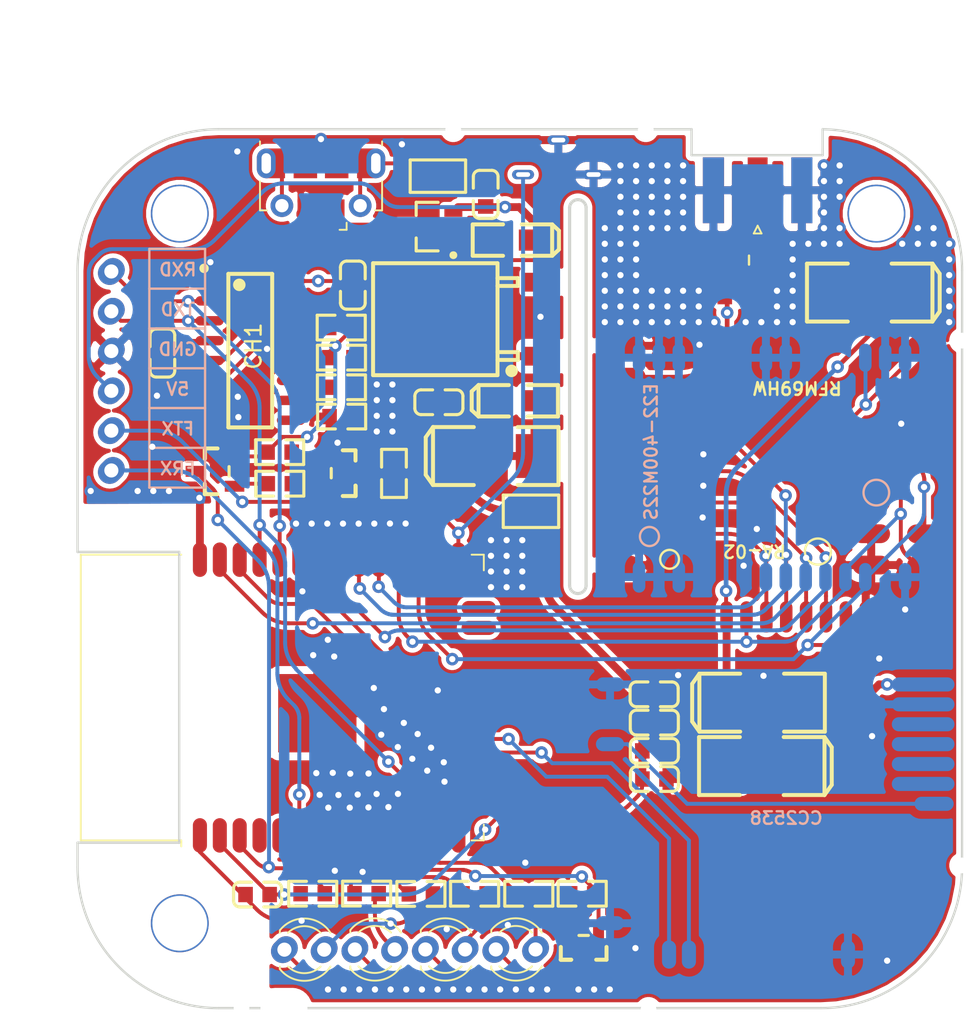
<source format=kicad_pcb>
(kicad_pcb (version 20171130) (host pcbnew "(5.1.6)-1")
  (layers (0 F.Cu signal) (31 B.Cu signal) (34 B.Paste user) (35 F.Paste user) (36 B.SilkS user) (37 F.SilkS user) (38 B.Mask user) (39 F.Mask user) (44 Edge.Cuts user))
  (net 0 "")
  (net 1 CE)
  (net 2 IRQ)
  (net 3 "Net-(U1-Pad3)")
  (net 4 "Net-(U1-Pad4)")
  (net 5 "Net-(U1-Pad5)")
  (net 6 "Net-(U1-Pad6)")
  (net 7 +3.3VDAC)
  (net 8 GND)
  (net 9 ANT)
  (net 10 SCK)
  (net 11 MISO)
  (net 12 MOSI)
  (net 13 CSN)
  (net 14 "Net-(U1-Pad16)")
  (net 15 +5V)
  (net 16 "Net-(CH1-Pad8)")
  (net 17 "Net-(Q2-Pad1)")
  (net 18 "Net-(Q3-Pad1)")
  (net 19 "Net-(CH1-Pad7)")
  (net 20 YELLOW)
  (net 21 "Net-(D4-Pad2)")
  (net 22 "Net-(D3-Pad2)")
  (net 23 GREEN)
  (net 24 BLUE)
  (net 25 "Net-(D2-Pad2)")
  (net 26 "Net-(D1-Pad2)")
  (net 27 RED)
  (net 28 ESP-EN)
  (net 29 "Net-(U2-Pad4)")
  (net 30 "Net-(U2-Pad5)")
  (net 31 TXD)
  (net 32 "Net-(U2-Pad17)")
  (net 33 "Net-(U2-Pad18)")
  (net 34 "Net-(U2-Pad19)")
  (net 35 "Net-(U2-Pad20)")
  (net 36 "Net-(U2-Pad21)")
  (net 37 "Net-(U2-Pad22)")
  (net 38 IO0)
  (net 39 "Net-(U2-Pad32)")
  (net 40 RXD)
  (net 41 "Net-(CH1-Pad5)")
  (net 42 "Net-(CH1-Pad6)")
  (net 43 "Net-(CH1-Pad9)")
  (net 44 "Net-(J2-Pad4)")
  (net 45 "Net-(U1-Pad7)")
  (net 46 DIM)
  (net 47 "Net-(D1-Pad1)")
  (net 48 "Net-(CH1-Pad14)")
  (net 49 "Net-(CH1-Pad13)")
  (net 50 "Net-(CH1-Pad10)")
  (net 51 "Net-(CH1-Pad11)")
  (net 52 "Net-(CH1-Pad12)")
  (net 53 "Net-(CH1-Pad15)")
  (net 54 +VDC)
  (net 55 /RFM-ANT)
  (net 56 Z-DD)
  (net 57 Z-DC)
  (net 58 Z-RST)
  (net 59 "Net-(FB1-Pad2)")
  (net 60 "Net-(U4-Pad9)")
  (net 61 VDD)
  (net 62 RXD-T)
  (net 63 Z-RX-S)
  (net 64 Z-TX-S)
  (net 65 "Net-(Q2-Pad2)")
  (net 66 "Net-(Q3-Pad2)")
  (net 67 "Net-(C2-Pad2)")
  (net 68 "Net-(U2-Pad7)")
  (net 69 433M-RX)
  (net 70 433M-TX)
  (net 71 "Net-(U5-Pad21)")
  (net 72 "Net-(U5-Pad6)")
  (net 73 "Net-(U5-Pad7)")
  (net 74 "Net-(U5-Pad8)")
  (net 75 "Net-(U5-Pad13)")
  (net 76 "Net-(RA-02-Pad6)")
  (net 77 "Net-(RA-02-Pad7)")
  (net 78 "Net-(RA-02-Pad8)")
  (net 79 "Net-(RA-02-Pad14)")
  (net 80 "Net-(RA-02-Pad15)")
  (net 81 "Net-(CC1-Pad8)")
  (net 82 "Net-(CC1-Pad9)")
  (net 83 "Net-(CC1-Pad10)")
  (net 84 "Net-(CC1-Pad11)")
  (net 85 "Net-(CC1-Pad12)")
  (net 86 "Net-(CC1-Pad13)")
  (net 87 "Net-(CC1-Pad15)")
  (net 88 "Net-(CC1-Pad16)")
  (net 89 "Net-(CC1-Pad17)")
  (net 90 "Net-(CC1-Pad18)")
  (net 91 "Net-(CC1-Pad19)")
  (net 92 "Net-(CC1-Pad20)")
  (net 93 "Net-(CC1-Pad21)")
  (net 94 "Net-(CC1-Pad25)")
  (net 95 "Net-(CC1-Pad26)")
  (net 96 "Net-(CC1-Pad27)")
  (net 97 "Net-(CC1-Pad28)")
  (net 98 "Net-(CC1-Pad29)")
  (net 99 "Net-(CC1-Pad30)")
  (net 100 "Net-(CC1-Pad31)")
  (net 101 "Net-(CC1-Pad32)")
  (net 102 "Net-(CC1-Pad34)")
  (net 103 "Net-(CC1-Pad35)")
  (net 104 /TMS)
  (net 105 /TCK)
  (net 106 /TDO)
  (net 107 /TDI)
  (net 108 /RST)
  (module my:CopyRight (layer F.Cu) (at 164.40404 115.94846)
    (fp_text reference G*** hide)
    (fp_text value LOGO hide)
  )
  (module my:ESP32-WROOM-32 (layer F.Cu) (at 131.0697 106.47502 90)
    (fp_text reference U2 hide)
    (fp_text value ESP32-WROOM-32D)
    (pad 38 smd oval (at 8.8 -8.255 90) (size 2.2 0.9) (layers F.Cu F.Paste F.Mask) (net 8 GND))
    (pad 37 smd oval (at 8.8 -6.985 90) (size 2.2 0.9) (layers F.Cu F.Paste F.Mask) (net 12 MOSI))
    (pad 36 smd oval (at 8.8 -5.715 90) (size 2.2 0.9) (layers F.Cu F.Paste F.Mask) (net 64 Z-TX-S))
    (pad 35 smd oval (at 8.8 -4.445 90) (size 2.2 0.9) (layers F.Cu F.Paste F.Mask) (net 31 TXD))
    (pad 34 smd oval (at 8.8 -3.175 90) (size 2.2 0.9) (layers F.Cu F.Paste F.Mask) (net 40 RXD))
    (pad 33 smd oval (at 8.8 -1.905 90) (size 2.2 0.9) (layers F.Cu F.Paste F.Mask) (net 63 Z-RX-S))
    (pad 32 smd oval (at 8.8 -0.635 90) (size 2.2 0.9) (layers F.Cu F.Paste F.Mask) (net 39 "Net-(U2-Pad32)"))
    (pad 31 smd oval (at 8.8 0.635 90) (size 2 0.9) (layers F.Cu F.Paste F.Mask) (net 11 MISO))
    (pad 30 smd oval (at 8.8 1.905 90) (size 2.2 0.9) (layers F.Cu F.Paste F.Mask) (net 10 SCK))
    (pad 29 smd oval (at 8.8 3.175 90) (size 2.2 0.9) (layers F.Cu F.Paste F.Mask) (net 13 CSN))
    (pad 28 smd oval (at 8.8 4.445 90) (size 2.2 0.9) (layers F.Cu F.Paste F.Mask) (net 1 CE))
    (pad 27 smd oval (at 8.8 5.715 90) (size 2.2 0.9) (layers F.Cu F.Paste F.Mask) (net 2 IRQ))
    (pad 26 smd oval (at 8.8 6.985 90) (size 2.2 0.9) (layers F.Cu F.Paste F.Mask) (net 70 433M-TX))
    (pad 25 smd oval (at 8.8 8.255 90) (size 2.2 0.9) (layers F.Cu F.Paste F.Mask) (net 38 IO0))
    (pad 24 smd oval (at 5.715 9.555 180) (size 2.2 0.9) (layers F.Cu F.Paste F.Mask) (net 56 Z-DD))
    (pad 23 smd oval (at 4.445 9.555 180) (size 2.2 0.9) (layers F.Cu F.Paste F.Mask) (net 58 Z-RST))
    (pad 16 smd oval (at -4.445 9.555 180) (size 2.2 0.9) (layers F.Cu F.Paste F.Mask) (net 57 Z-DC))
    (pad 15 smd oval (at -5.715 9.555 180) (size 2.2 0.9) (layers F.Cu F.Paste F.Mask) (net 8 GND))
    (pad 14 smd oval (at -8.8 8.255 90) (size 2.2 0.9) (layers F.Cu F.Paste F.Mask) (net 62 RXD-T))
    (pad 13 smd oval (at -8.8 6.985 90) (size 2.2 0.9) (layers F.Cu F.Paste F.Mask) (net 31 TXD))
    (pad 12 smd oval (at -8.8 5.715 90) (size 2.2 0.9) (layers F.Cu F.Paste F.Mask) (net 24 BLUE))
    (pad 11 smd oval (at -8.8 4.445 90) (size 2.2 0.9) (layers F.Cu F.Paste F.Mask) (net 46 DIM))
    (pad 10 smd oval (at -8.8 3.175 90) (size 2.2 0.9) (layers F.Cu F.Paste F.Mask) (net 23 GREEN))
    (pad 9 smd oval (at -8.8 1.905 90) (size 2.2 0.9) (layers F.Cu F.Paste F.Mask) (net 20 YELLOW))
    (pad 8 smd oval (at -8.8 0.635 90) (size 2.2 0.9) (layers F.Cu F.Paste F.Mask) (net 27 RED))
    (pad 7 smd oval (at -8.8 -0.635 90) (size 2.2 0.9) (layers F.Cu F.Paste F.Mask) (net 68 "Net-(U2-Pad7)"))
    (pad 6 smd oval (at -8.8 -1.905 90) (size 2 0.9) (layers F.Cu F.Paste F.Mask) (net 69 433M-RX))
    (pad 5 smd oval (at -8.8 -3.175 90) (size 2.2 0.9) (layers F.Cu F.Paste F.Mask) (net 30 "Net-(U2-Pad5)"))
    (pad 4 smd oval (at -8.8 -4.445 90) (size 2.2 0.9) (layers F.Cu F.Paste F.Mask) (net 29 "Net-(U2-Pad4)"))
    (pad 3 smd oval (at -8.8 -5.715 90) (size 2.2 0.9) (layers F.Cu F.Paste F.Mask) (net 28 ESP-EN))
    (pad 2 smd oval (at -8.8 -6.985 90) (size 2.2 0.9) (layers F.Cu F.Paste F.Mask) (net 7 +3.3VDAC))
    (pad 1 smd oval (at -8.8 -8.255 90) (size 2.2 0.9) (layers F.Cu F.Paste F.Mask) (net 8 GND))
    (pad 39 smd rect (at -1 -0.755 90) (size 5 5) (layers F.Cu F.Paste F.Mask) (net 8 GND))
  )
  (module mysensors_radios:CC2538_PA (layer B.Cu) (at 168.01084 90.87866 180)
    (fp_text reference CC1 hide)
    (fp_text value CC2538_PA)
    (pad 1 smd oval (at -1 -14.76 180) (size 4 0.9) (layers B.Cu B.Paste B.Mask) (net 7 +3.3VDAC))
    (pad 2 smd oval (at -1 -16.03 180) (size 4 0.9) (layers B.Cu B.Paste B.Mask) (net 8 GND))
    (pad 3 smd oval (at -1 -17.3 180) (size 4 0.9) (layers B.Cu B.Paste B.Mask) (net 104 /TMS))
    (pad 4 smd oval (at -1 -18.57 180) (size 4 0.9) (layers B.Cu B.Paste B.Mask) (net 105 /TCK))
    (pad 5 smd oval (at -1 -19.84 180) (size 4 0.9) (layers B.Cu B.Paste B.Mask) (net 106 /TDO))
    (pad 6 smd oval (at -1 -21.11 180) (size 4 0.9) (layers B.Cu B.Paste B.Mask) (net 107 /TDI))
    (pad 7 smd oval (at -1.7 -22.38 180) (size 2.5 0.9) (layers B.Cu B.Paste B.Mask) (net 108 /RST))
    (pad 14 smd oval (at 3.8 -32 90) (size 1.8 0.9) (layers B.Cu B.Paste B.Mask) (net 8 GND))
    (pad 22 smd oval (at 13.96 -32 90) (size 1.8 0.9) (layers B.Cu B.Paste B.Mask) (net 64 Z-TX-S))
    (pad 23 smd oval (at 15.23 -32 90) (size 1.8 0.9) (layers B.Cu B.Paste B.Mask) (net 63 Z-RX-S))
    (pad 24 smd oval (at 19 -30 180) (size 1.8 0.9) (layers B.Cu B.Paste B.Mask) (net 8 GND))
    (pad 33 smd oval (at 19 -18.57 180) (size 1.8 0.9) (layers B.Cu B.Paste B.Mask) (net 108 /RST))
    (pad 36 smd oval (at 19 -14.76 180) (size 1.8 0.9) (layers B.Cu B.Paste B.Mask) (net 8 GND))
  )
  (module mysensors_radios:SX1278-Ra02 (layer F.Cu) (at 165.6949 99.51812 180)
    (fp_text reference RA-02 (at 7.45544 2.38852 180 unlocked) (layer F.SilkS) (effects (font (size 0.8 0.8))))
    (fp_text value SX1278-RA02)
    (pad 1 smd oval (at 0 1.5 180) (size 2.4 1.2) (layers F.Cu F.Paste F.Mask) (net 8 GND))
    (pad 9 smd oval (at 16 1.5 180) (size 2.4 1.2) (layers F.Cu F.Paste F.Mask) (net 8 GND))
    (pad 2 smd oval (at 0 3.5 180) (size 2.4 1.2) (layers F.Cu F.Paste F.Mask) (net 8 GND))
    (pad 3 smd oval (at 0 5.5 180) (size 2.4 1.2) (layers F.Cu F.Paste F.Mask) (net 7 +3.3VDAC))
    (pad 4 smd oval (at 0 7.5 180) (size 2.4 1.2) (layers F.Cu F.Paste F.Mask) (net 1 CE))
    (pad 5 smd oval (at 0 9.5 180) (size 2.4 1.2) (layers F.Cu F.Paste F.Mask) (net 2 IRQ))
    (pad 10 smd oval (at 16 3.5 180) (size 2.4 1.2) (layers F.Cu F.Paste F.Mask) (net 13 CSN))
    (pad 11 smd oval (at 16 5.5 180) (size 2.4 1.2) (layers F.Cu F.Paste F.Mask) (net 12 MOSI))
    (pad 12 smd oval (at 16 7.5 180) (size 2.4 1.2) (layers F.Cu F.Paste F.Mask) (net 11 MISO))
    (pad 13 smd oval (at 16 9.5 180) (size 2.4 1.2) (layers F.Cu F.Paste F.Mask) (net 10 SCK))
    (pad 16 smd oval (at 16 15.5 180) (size 2.4 1.2) (layers F.Cu F.Paste F.Mask) (net 8 GND))
  )
  (module lc_lib:CASE-C_6032 (layer F.Cu) (at 165.59942 80.62468)
    (fp_text reference C1 hide)
    (fp_text value 220uF__50V)
    (pad 1 smd rect (at 2.48 0 180) (size 2.4 2.8) (layers F.Cu F.Paste F.Mask) (net 7 +3.3VDAC))
    (pad 2 smd rect (at -2.48 0 180) (size 2.4 2.8) (layers F.Cu F.Paste F.Mask) (net 8 GND))
  )
  (module lc_lib:SOP-16_150MIL (layer F.Cu) (at 126.03068 84.33054 270)
    (fp_text reference CH1 (at -0.28448 -0.20574 270) (layer F.SilkS))
    (fp_text value CH340C)
    (pad 1 smd oval (at -4.445 2.6 90) (size 0.6 1.8) (layers F.Cu F.Paste F.Mask) (net 8 GND))
    (pad 2 smd oval (at -3.175 2.6 90) (size 0.6 1.8) (layers F.Cu F.Paste F.Mask) (net 40 RXD))
    (pad 3 smd oval (at -1.905 2.6 90) (size 0.6 1.8) (layers F.Cu F.Paste F.Mask) (net 31 TXD))
    (pad 4 smd oval (at -0.635 2.6 90) (size 0.6 1.8) (layers F.Cu F.Paste F.Mask) (net 67 "Net-(C2-Pad2)"))
    (pad 5 smd oval (at 0.635 2.6 90) (size 0.6 1.8) (layers F.Cu F.Paste F.Mask) (net 41 "Net-(CH1-Pad5)"))
    (pad 6 smd oval (at 1.905 2.6 90) (size 0.6 1.8) (layers F.Cu F.Paste F.Mask) (net 42 "Net-(CH1-Pad6)"))
    (pad 7 smd oval (at 3.175 2.6 90) (size 0.6 1.8) (layers F.Cu F.Paste F.Mask) (net 19 "Net-(CH1-Pad7)"))
    (pad 8 smd oval (at 4.445 2.6 90) (size 0.6 1.8) (layers F.Cu F.Paste F.Mask) (net 16 "Net-(CH1-Pad8)"))
    (pad 9 smd oval (at 4.445 -2.6 90) (size 0.6 1.8) (layers F.Cu F.Paste F.Mask) (net 43 "Net-(CH1-Pad9)"))
    (pad 10 smd oval (at 3.175 -2.6 90) (size 0.6 1.8) (layers F.Cu F.Paste F.Mask) (net 50 "Net-(CH1-Pad10)"))
    (pad 11 smd oval (at 1.905 -2.6 90) (size 0.6 1.8) (layers F.Cu F.Paste F.Mask) (net 51 "Net-(CH1-Pad11)"))
    (pad 12 smd oval (at 0.635 -2.6 90) (size 0.6 1.8) (layers F.Cu F.Paste F.Mask) (net 52 "Net-(CH1-Pad12)"))
    (pad 13 smd oval (at -0.635 -2.6 90) (size 0.6 1.8) (layers F.Cu F.Paste F.Mask) (net 49 "Net-(CH1-Pad13)"))
    (pad 14 smd oval (at -1.905 -2.6 90) (size 0.6 1.8) (layers F.Cu F.Paste F.Mask) (net 48 "Net-(CH1-Pad14)"))
    (pad 15 smd oval (at -3.175 -2.6 90) (size 0.6 1.8) (layers F.Cu F.Paste F.Mask) (net 53 "Net-(CH1-Pad15)"))
    (pad 16 smd oval (at -4.445 -2.6 90) (size 0.6 1.8) (layers F.Cu F.Paste F.Mask) (net 15 +5V))
  )
  (module mysensors_radios:RFM69HW_SMD (layer F.Cu) (at 168.09034 98.02622 180)
    (fp_text reference U1 hide)
    (fp_text value RFM69HW (at 7.12546 11.3157 180 unlocked) (layer F.SilkS) (effects (font (size 0.8 0.8) (thickness 0.16))))
    (pad 15 smd oval (at 17.9 2 180) (size 2.2 1.2) (layers F.Cu F.Paste F.Mask) (net 13 CSN))
    (pad 14 smd oval (at 17.9 4 180) (size 2.2 1.2) (layers F.Cu F.Paste F.Mask) (net 12 MOSI))
    (pad 13 smd oval (at 17.9 6 180) (size 2.2 1.2) (layers F.Cu F.Paste F.Mask) (net 11 MISO))
    (pad 12 smd oval (at 17.9 8 180) (size 2.2 1.2) (layers F.Cu F.Paste F.Mask) (net 10 SCK))
    (pad 11 smd oval (at 17.9 10 180) (size 2.2 1.2) (layers F.Cu F.Paste F.Mask) (net 8 GND))
    (pad 10 smd oval (at 17.9 12 180) (size 2.2 1.2) (layers F.Cu F.Paste F.Mask) (net 55 /RFM-ANT))
    (pad 9 smd oval (at 17.9 14 180) (size 2.2 1.2) (layers F.Cu F.Paste F.Mask) (net 8 GND))
    (pad 8 smd oval (at -1 14 180) (size 2.2 1.2) (layers F.Cu F.Paste F.Mask) (net 7 +3.3VDAC))
    (pad 2 smd oval (at -1 2 180) (size 2.2 1.2) (layers F.Cu F.Paste F.Mask) (net 2 IRQ))
    (pad 1 smd oval (at -1 0 180) (size 2.2 1.2) (layers F.Cu F.Paste F.Mask) (net 1 CE))
  )
  (module mysensors_radios:E22-400M20S (layer B.Cu) (at 149.85844 84.78568 270)
    (fp_text reference U5 hide)
    (fp_text value E22-400M-XX)
    (pad 1 smd oval (at -0.00508 -1.00762 270) (size 1.8 0.8) (layers B.Cu B.Paste B.Mask) (net 8 GND))
    (pad 4 smd oval (at 0 -9.11 270) (size 1.8 0.8) (layers B.Cu B.Paste B.Mask) (net 8 GND))
    (pad 22 smd oval (at 13.99492 -1.00762 270) (size 2 0.8) (layers B.Cu B.Paste B.Mask) (net 8 GND))
    (pad 12 smd oval (at 14 -18 270) (size 1.8 0.8) (layers B.Cu B.Paste B.Mask) (net 8 GND))
    (pad 20 smd oval (at 13.99492 -3.54762 270) (size 2 0.8) (layers B.Cu B.Paste B.Mask) (net 8 GND))
    (pad 5 smd oval (at 0 -10.38 270) (size 1.8 0.8) (layers B.Cu B.Paste B.Mask) (net 8 GND))
    (pad 9 smd oval (at 0 -15.46 270) (size 1.8 0.8) (layers B.Cu B.Paste B.Mask) (net 7 +3.3VDAC))
    (pad 10 smd oval (at 0 -16.73 270) (size 1.8 0.8) (layers B.Cu B.Paste B.Mask) (net 8 GND))
    (pad 11 smd oval (at 0 -18 270) (size 1.8 0.8) (layers B.Cu B.Paste B.Mask) (net 8 GND))
    (pad 14 smd oval (at 14 -15.46 270) (size 1.8 0.8) (layers B.Cu B.Paste B.Mask) (net 2 IRQ))
    (pad 15 smd oval (at 14 -14.19 270) (size 1.8 0.8) (layers B.Cu B.Paste B.Mask) (net 1 CE))
    (pad 16 smd oval (at 14 -12.92 270) (size 1.8 0.8) (layers B.Cu B.Paste B.Mask) (net 11 MISO))
    (pad 17 smd oval (at 14 -11.65 270) (size 1.8 0.8) (layers B.Cu B.Paste B.Mask) (net 12 MOSI))
    (pad 18 smd oval (at 14 -10.38 270) (size 1.8 0.8) (layers B.Cu B.Paste B.Mask) (net 10 SCK))
    (pad 19 smd oval (at 14 -9.11 270) (size 1.8 0.8) (layers B.Cu B.Paste B.Mask) (net 13 CSN))
    (pad 2 smd oval (at -0.00508 -2.27762 270) (size 1.8 0.8) (layers B.Cu B.Paste B.Mask) (net 8 GND))
    (pad 3 smd oval (at -0.00508 -3.54762 270) (size 1.8 0.8) (layers B.Cu B.Paste B.Mask) (net 8 GND))
  )
  (module lc_lib:0603 (layer F.Cu) (at 157.11132 80.88376 180)
    (fp_text reference R8 hide)
    (fp_text value 0603_0Ω__0R0_1%)
    (pad 1 smd rect (at -0.77 0 180) (size 0.93 0.98) (layers F.Cu F.Paste F.Mask) (net 9 ANT))
    (pad 2 smd rect (at 0.77 0 180) (size 0.93 0.98) (layers F.Cu F.Paste F.Mask) (net 55 /RFM-ANT))
  )
  (module my:2.5-6P-kit (layer B.Cu) (at 117.1575 79.27848 270)
    (fp_text reference J5 hide)
    (fp_text value Conn_01x06)
    (pad 6 thru_hole oval (at 12.7 0 225) (size 1.8 1.5) (drill 0.9) (layers *.Cu *.Mask) (net 69 433M-RX))
    (pad 5 thru_hole oval (at 10.16 0 225) (size 1.8 1.5) (drill 0.9) (layers *.Cu *.Mask) (net 70 433M-TX))
    (pad 4 thru_hole oval (at 7.62 0 225) (size 1.8 1.5) (drill 0.9) (layers *.Cu *.Mask) (net 15 +5V))
    (pad 3 thru_hole oval (at 5.08 0 225) (size 1.8 1.5) (drill 0.9) (layers *.Cu *.Mask) (net 8 GND))
    (pad 2 thru_hole oval (at 2.54 0 225) (size 1.8 1.5) (drill 0.9) (layers *.Cu *.Mask) (net 31 TXD))
    (pad 1 thru_hole oval (at 0 0 225) (size 1.8 1.5) (drill 0.9) (layers *.Cu *.Mask) (net 40 RXD))
  )
  (module lc_lib:0805_L (layer F.Cu) (at 143.96112 94.58452)
    (fp_text reference FB2 hide)
    (fp_text value GZ2012D101TF1)
    (pad 1 smd rect (at -0.89 0) (size 1.16 1.47) (layers F.Cu F.Paste F.Mask) (net 61 VDD))
    (pad 2 smd rect (at 0.89 0) (size 1.16 1.47) (layers F.Cu F.Paste F.Mask) (net 7 +3.3VDAC))
  )
  (module lc_lib:0603_C (layer F.Cu) (at 120.41632 84.48256 90)
    (fp_text reference C2 hide)
    (fp_text value 0603_100nF__104_10%_50V)
    (pad 2 smd rect (at 0.77 0 90) (size 0.93 0.98) (layers F.Cu F.Paste F.Mask) (net 67 "Net-(C2-Pad2)"))
    (pad 1 smd rect (at -0.77 0 90) (size 0.93 0.98) (layers F.Cu F.Paste F.Mask) (net 8 GND))
  )
  (module lc_lib:0603_R (layer F.Cu) (at 131.84162 82.85988)
    (fp_text reference R12 hide)
    (fp_text value 0603_100Ω__1000_1%)
    (pad 1 smd rect (at -0.77 0) (size 0.93 0.98) (layers F.Cu F.Paste F.Mask) (net 48 "Net-(CH1-Pad14)"))
    (pad 2 smd rect (at 0.77 0) (size 0.93 0.98) (layers F.Cu F.Paste F.Mask) (net 66 "Net-(Q3-Pad2)"))
  )
  (module lc_lib:0603_R (layer F.Cu) (at 131.85356 86.66988)
    (fp_text reference R13 hide)
    (fp_text value 0603_100Ω__1000_1%)
    (pad 2 smd rect (at 0.77 0) (size 0.93 0.98) (layers F.Cu F.Paste F.Mask) (net 65 "Net-(Q2-Pad2)"))
    (pad 1 smd rect (at -0.77 0) (size 0.93 0.98) (layers F.Cu F.Paste F.Mask) (net 49 "Net-(CH1-Pad13)"))
  )
  (module lc_lib:0603_R (layer F.Cu) (at 131.85432 84.77758 180)
    (fp_text reference R14 hide)
    (fp_text value 0603_270Ω__2700_1%)
    (pad 1 smd rect (at -0.77 0 180) (size 0.93 0.98) (layers F.Cu F.Paste F.Mask) (net 8 GND))
    (pad 2 smd rect (at 0.77 0 180) (size 0.93 0.98) (layers F.Cu F.Paste F.Mask) (net 66 "Net-(Q3-Pad2)"))
  )
  (module lc_lib:0603_R (layer F.Cu) (at 131.86664 88.53932 180)
    (fp_text reference R15 hide)
    (fp_text value 0603_270Ω__2700_1%)
    (pad 2 smd rect (at 0.77 0 180) (size 0.93 0.98) (layers F.Cu F.Paste F.Mask) (net 8 GND))
    (pad 1 smd rect (at -0.77 0 180) (size 0.93 0.98) (layers F.Cu F.Paste F.Mask) (net 65 "Net-(Q2-Pad2)"))
  )
  (module lc_lib:0603_R (layer F.Cu) (at 135.20928 92.16644 90)
    (fp_text reference R11 hide)
    (fp_text value 0603_10KΩ__1002_1%)
    (pad 2 smd rect (at 0.77 0 90) (size 0.93 0.98) (layers F.Cu F.Paste F.Mask) (net 61 VDD))
    (pad 1 smd rect (at -0.77 0 90) (size 0.93 0.98) (layers F.Cu F.Paste F.Mask) (net 38 IO0))
  )
  (module lc_lib:SOT-23-3L (layer F.Cu) (at 137.52904 76.41332)
    (fp_text reference Q1 hide)
    (fp_text value AO3401A)
    (pad 1 smd rect (at 1.475 0.95 270) (size 0.65 1.15) (layers F.Cu F.Paste F.Mask) (net 8 GND))
    (pad 2 smd rect (at 1.475 -0.95 270) (size 0.65 1.15) (layers F.Cu F.Paste F.Mask) (net 15 +5V))
    (pad 3 smd rect (at -1.475 0 270) (size 0.65 1.15) (layers F.Cu F.Paste F.Mask) (net 54 +VDC))
  )
  (module lc_lib:0805_L (layer F.Cu) (at 138.01598 73.19264 180)
    (fp_text reference FB1 hide)
    (fp_text value 0805_100Ω_25%_100MHz)
    (pad 1 smd rect (at -0.89 0 180) (size 1.16 1.47) (layers F.Cu F.Paste F.Mask) (net 8 GND))
    (pad 2 smd rect (at 0.89 0 180) (size 1.16 1.47) (layers F.Cu F.Paste F.Mask) (net 59 "Net-(FB1-Pad2)"))
  )
  (module my:dingweikong (layer F.Cu) (at 128.18364 123.30658)
    (fp_text reference J3)
    (fp_text value Conn_01x01)
    (pad "" np_thru_hole oval (at 0 3) (size 3 2) (drill oval 3 2) (layers *.Cu *.Mask))
  )
  (module lc_lib:CASE-C_6032 (layer F.Cu) (at 158.72714 106.80192 180)
    (fp_text reference C1 hide)
    (fp_text value 220uF__50V)
    (pad 2 smd rect (at -2.48 0) (size 2.4 2.8) (layers F.Cu F.Paste F.Mask) (net 8 GND))
    (pad 1 smd rect (at 2.48 0) (size 2.4 2.8) (layers F.Cu F.Paste F.Mask) (net 7 +3.3VDAC))
  )
  (module lc_lib:CASE-C_6032 (layer F.Cu) (at 141.71072 91.059 180)
    (fp_text reference C8 hide)
    (fp_text value 220UF_227J)
    (pad 1 smd rect (at 2.48 0) (size 2.4 2.8) (layers F.Cu F.Paste F.Mask) (net 61 VDD))
    (pad 2 smd rect (at -2.48 0) (size 2.4 2.8) (layers F.Cu F.Paste F.Mask) (net 8 GND))
  )
  (module my:TS-D008 (layer F.Cu) (at 143.45666 73.09104 90)
    (fp_text reference SW1 hide)
    (fp_text value SW_Push)
    (pad 2 thru_hole oval (at 2.2 2.25 90) (size 0.6 1.4) (drill oval 0.3 0.9) (layers *.Cu *.Mask) (net 8 GND))
    (pad 2 thru_hole oval (at 0 4.5 90) (size 0.6 1.4) (drill oval 0.3 0.9) (layers *.Cu *.Mask) (net 8 GND))
    (pad 1 thru_hole oval (at 0 0 90) (size 0.6 1.4) (drill oval 0.3 0.9) (layers *.Cu *.Mask) (net 38 IO0))
  )
  (module lc_lib:CASE-A_3216 (layer F.Cu) (at 143.14868 87.53094 180)
    (fp_text reference C6 hide)
    (fp_text value 3216_10uF__106_10%_16V)
    (pad 2 smd rect (at -1.31 0) (size 1.8 1.35) (layers F.Cu F.Paste F.Mask) (net 8 GND))
    (pad 1 smd rect (at 1.31 0) (size 1.8 1.35) (layers F.Cu F.Paste F.Mask) (net 61 VDD))
  )
  (module lc_lib:CASE-A_3216 (layer F.Cu) (at 142.77658 77.27442)
    (fp_text reference C4 hide)
    (fp_text value 3216_10uF__106_10%_16V)
    (pad 1 smd rect (at 1.31 0 180) (size 1.8 1.35) (layers F.Cu F.Paste F.Mask) (net 15 +5V))
    (pad 2 smd rect (at -1.31 0 180) (size 1.8 1.35) (layers F.Cu F.Paste F.Mask) (net 8 GND))
  )
  (module my:ALS-PT19 (layer F.Cu) (at 158.40202 78.5495 180)
    (fp_text reference J4 hide)
    (fp_text value Conn_01x02)
    (pad 1 smd rect (at 0 0 180) (size 2 2) (layers F.Cu F.Paste F.Mask) (net 9 ANT))
    (pad 2 smd rect (at 5.1 0 180) (size 4 2) (layers F.Cu F.Paste F.Mask) (net 8 GND))
  )
  (module my:E01-ML01SP4 (layer F.Cu) (at 165.34638 101.32822 180)
    (fp_text reference U4 hide)
    (fp_text value ML01SP4)
    (pad 10 smd oval (at 11.71448 13.08354) (size 2.5 1.5) (layers F.Cu F.Paste F.Mask) (net 8 GND))
    (pad 1 smd oval (at 8.89 0 270) (size 2 0.8) (layers F.Cu F.Paste F.Mask) (net 7 +3.3VDAC))
    (pad 2 smd oval (at 7.62 0 270) (size 2 0.8) (layers F.Cu F.Paste F.Mask) (net 1 CE))
    (pad 3 smd oval (at 6.35 0 270) (size 2 0.8) (layers F.Cu F.Paste F.Mask) (net 13 CSN))
    (pad 4 smd oval (at 5.08 0 270) (size 2 0.8) (layers F.Cu F.Paste F.Mask) (net 10 SCK))
    (pad 5 smd oval (at 3.81 0 270) (size 2 0.8) (layers F.Cu F.Paste F.Mask) (net 12 MOSI))
    (pad 6 smd oval (at 2.54 0 270) (size 2 0.8) (layers F.Cu F.Paste F.Mask) (net 11 MISO))
    (pad 7 smd oval (at 1.27 0 270) (size 2 0.8) (layers F.Cu F.Paste F.Mask) (net 2 IRQ))
    (pad 8 smd oval (at 0 0 270) (size 2 0.8) (layers F.Cu F.Paste F.Mask) (net 8 GND))
  )
  (module lc_lib:0603_C (layer F.Cu) (at 126.5 119.0498)
    (fp_text reference C13 hide)
    (fp_text value 0603_100nF__104_10%_50V)
    (pad 1 smd rect (at -0.77 0) (size 0.93 0.98) (layers F.Cu F.Paste F.Mask) (net 8 GND))
    (pad 2 smd rect (at 0.77 0) (size 0.93 0.98) (layers F.Cu F.Paste F.Mask) (net 7 +3.3VDAC))
  )
  (module LED_THT:LED_D3.0mm (layer F.Cu) (at 132.71246 122.555)
    (fp_text reference D1 hide)
    (fp_text value LED)
    (pad 1 thru_hole oval (at 0 0 135) (size 1.5 1.8) (drill 0.9) (layers *.Cu *.Mask) (net 47 "Net-(D1-Pad1)"))
    (pad 2 thru_hole oval (at 2.54 0 135) (size 1.5 1.8) (drill 0.9) (layers *.Cu *.Mask) (net 26 "Net-(D1-Pad2)"))
  )
  (module lc_lib:0603_C (layer F.Cu) (at 151.82992 106.267958)
    (fp_text reference C12 hide)
    (fp_text value 0603_1uF__105_10%_50V)
    (pad 1 smd rect (at -0.77 0) (size 0.93 0.98) (layers F.Cu F.Paste F.Mask) (net 7 +3.3VDAC))
    (pad 2 smd rect (at 0.77 0) (size 0.93 0.98) (layers F.Cu F.Paste F.Mask) (net 8 GND))
  )
  (module lc_lib:0603_C (layer F.Cu) (at 151.84008 108.076438 180)
    (fp_text reference C9 hide)
    (fp_text value 0603_100pF__101_5%_50V)
    (pad 1 smd rect (at -0.77 0 180) (size 0.93 0.98) (layers F.Cu F.Paste F.Mask) (net 8 GND))
    (pad 2 smd rect (at 0.77 0 180) (size 0.93 0.98) (layers F.Cu F.Paste F.Mask) (net 7 +3.3VDAC))
  )
  (module lc_lib:0603_C (layer F.Cu) (at 151.84262 109.877298)
    (fp_text reference C10 hide)
    (fp_text value 0603_100nF__104_10%_50V)
    (pad 2 smd rect (at 0.77 0) (size 0.93 0.98) (layers F.Cu F.Paste F.Mask) (net 8 GND))
    (pad 1 smd rect (at -0.77 0) (size 0.93 0.98) (layers F.Cu F.Paste F.Mask) (net 7 +3.3VDAC))
  )
  (module lc_lib:0603_C (layer F.Cu) (at 151.84732 111.675618)
    (fp_text reference C11 hide)
    (fp_text value 0603_10uF__106_10%_10V)
    (pad 1 smd rect (at -0.77 0) (size 0.93 0.98) (layers F.Cu F.Paste F.Mask) (net 7 +3.3VDAC))
    (pad 2 smd rect (at 0.77 0) (size 0.93 0.98) (layers F.Cu F.Paste F.Mask) (net 8 GND))
  )
  (module my:USB_Micro-B (layer F.Cu) (at 130.55148 73.6146 180)
    (fp_text reference J2 hide)
    (fp_text value USB_B_Micro)
    (pad 6 smd rect (at 1 1.2375 180) (size 1.5 1.9) (layers F.Cu F.Paste F.Mask) (net 59 "Net-(FB1-Pad2)"))
    (pad 6 thru_hole circle (at -2.5 -1.4625 180) (size 1.45 1.45) (drill 0.85) (layers *.Cu *.Mask) (net 59 "Net-(FB1-Pad2)"))
    (pad 2 smd rect (at -0.65 -1.9625 180) (size 0.4 1.8) (layers F.Cu F.Paste F.Mask) (net 42 "Net-(CH1-Pad6)"))
    (pad 1 smd rect (at -1.3 -1.9625 180) (size 0.4 1.8) (layers F.Cu F.Paste F.Mask) (net 54 +VDC))
    (pad 5 smd rect (at 1.3 -1.9625 180) (size 0.4 1.8) (layers F.Cu F.Paste F.Mask) (net 8 GND))
    (pad 4 smd rect (at 0.65 -1.9625 180) (size 0.4 1.8) (layers F.Cu F.Paste F.Mask) (net 44 "Net-(J2-Pad4)"))
    (pad 3 smd rect (at 0 -1.9625 180) (size 0.4 1.8) (layers F.Cu F.Paste F.Mask) (net 41 "Net-(CH1-Pad5)"))
    (pad 6 thru_hole circle (at 2.5 -1.4625 180) (size 1.45 1.45) (drill 0.85) (layers *.Cu *.Mask) (net 59 "Net-(FB1-Pad2)"))
    (pad 6 smd rect (at -1 1.2375 180) (size 1.5 1.9) (layers F.Cu F.Paste F.Mask) (net 59 "Net-(FB1-Pad2)"))
    (pad 6 thru_hole oval (at -3.5 1.2375) (size 1.2 1.9) (drill oval 0.6 1.3) (layers *.Cu *.Mask) (net 59 "Net-(FB1-Pad2)"))
    (pad 6 thru_hole oval (at 3.5 1.2375 180) (size 1.2 1.9) (drill oval 0.6 1.3) (layers *.Cu *.Mask) (net 59 "Net-(FB1-Pad2)"))
    (pad 6 smd rect (at 2.9 1.2375 180) (size 1.2 1.9) (layers F.Cu F.Mask) (net 59 "Net-(FB1-Pad2)"))
    (pad 6 smd rect (at -2.9 1.2375 180) (size 1.2 1.9) (layers F.Cu F.Mask) (net 59 "Net-(FB1-Pad2)"))
  )
  (module my:dingweikong (layer F.Cu) (at 166.02808 72.58528)
    (fp_text reference J3)
    (fp_text value Conn_01x01)
    (pad "" np_thru_hole circle (at 0 3) (size 3.7 3.7) (drill 3.5) (layers *.Cu *.Mask))
  )
  (module "lc_lib:SOT-23(SOT-23-3)" (layer F.Cu) (at 147.32762 122.55976 90)
    (fp_text reference Q4 hide)
    (fp_text value 2N7002)
    (pad 1 smd rect (at 1.25 0.95) (size 0.7 1.25) (layers F.Cu F.Paste F.Mask) (net 46 DIM))
    (pad 2 smd rect (at 1.25 -0.95) (size 0.7 1.25) (layers F.Cu F.Paste F.Mask) (net 8 GND))
    (pad 3 smd rect (at -1.25 0) (size 0.7 1.25) (layers F.Cu F.Paste F.Mask) (net 47 "Net-(D1-Pad1)"))
  )
  (module lc_lib:0603_R (layer F.Cu) (at 147.23402 118.99646)
    (fp_text reference R9 hide)
    (fp_text value 0603_10KΩ__1002_1%)
    (pad 1 smd rect (at -0.77 0) (size 0.93 0.98) (layers F.Cu F.Paste F.Mask) (net 8 GND))
    (pad 2 smd rect (at 0.77 0) (size 0.93 0.98) (layers F.Cu F.Paste F.Mask) (net 46 DIM))
  )
  (module my:dingweikong (layer F.Cu) (at 171.48048 114.1915)
    (fp_text reference J3)
    (fp_text value Conn_01x01)
    (pad "" np_thru_hole circle (at 0 3) (size 1 1) (drill 1) (layers *.Cu *.Mask))
  )
  (module my:dingweikong (layer F.Cu) (at 171.48048 80.6915)
    (fp_text reference J3)
    (fp_text value Conn_01x01)
    (pad "" np_thru_hole circle (at 0 3) (size 1 1) (drill 1) (layers *.Cu *.Mask))
  )
  (module my:dingweikong (layer F.Cu) (at 125.47186 123.26594)
    (fp_text reference J3)
    (fp_text value Conn_01x01)
    (pad "" np_thru_hole circle (at 0 3) (size 1 1) (drill 1) (layers *.Cu *.Mask))
  )
  (module my:dingweikong (layer F.Cu) (at 151.47036 123.39294)
    (fp_text reference J3)
    (fp_text value Conn_01x01)
    (pad "" np_thru_hole circle (at 0 3) (size 1 1) (drill 1) (layers *.Cu *.Mask))
  )
  (module my:dingweikong (layer F.Cu) (at 138.99622 67.2183)
    (fp_text reference J3)
    (fp_text value Conn_01x01)
    (pad "" np_thru_hole circle (at 0 3) (size 1 1) (drill 1) (layers *.Cu *.Mask))
  )
  (module my:dingweikong (layer F.Cu) (at 151.29622 67.2183)
    (fp_text reference J3)
    (fp_text value Conn_01x01)
    (pad "" np_thru_hole circle (at 0 3) (size 1 1) (drill 1) (layers *.Cu *.Mask))
  )
  (module my:dingweikong (layer F.Cu) (at 121.52808 72.58528)
    (fp_text reference J3)
    (fp_text value Conn_01x01)
    (pad "" np_thru_hole circle (at 0 3) (size 3.7 3.7) (drill 3.5) (layers *.Cu *.Mask))
  )
  (module my:dingweikong (layer F.Cu) (at 121.52808 117.88528)
    (fp_text reference J3)
    (fp_text value Conn_01x01)
    (pad "" np_thru_hole circle (at 0 3) (size 3.7 3.7) (drill 3.5) (layers *.Cu *.Mask))
  )
  (module Connector_Coaxial:SMA_Samtec_SMA-J-P-H-ST-EM1_EdgeMount (layer F.Cu) (at 158.44054 74.09434 90)
    (fp_text reference AE1 hide)
    (fp_text value Antenna_Dipole)
    (pad 1 smd rect (at -0.4 0 180) (size 1.27 5) (layers F.Cu F.Paste F.Mask) (net 9 ANT))
    (pad 2 smd rect (at 0 -2.825 180) (size 1.35 4.2) (layers F.Cu F.Paste F.Mask) (net 8 GND))
    (pad 2 smd rect (at 0 2.825 180) (size 1.35 4.2) (layers F.Cu F.Paste F.Mask) (net 8 GND))
    (pad 2 smd rect (at 0 -2.825 180) (size 1.35 4.2) (layers B.Cu B.Paste B.Mask) (net 8 GND))
    (pad 2 smd rect (at 0 2.825 180) (size 1.35 4.2) (layers B.Cu B.Paste B.Mask) (net 8 GND))
  )
  (module lc_lib:CASE-C_6032 (layer F.Cu) (at 158.70428 110.84814)
    (fp_text reference C1 hide)
    (fp_text value 220uF__50V)
    (pad 1 smd rect (at 2.48 0 180) (size 2.4 2.8) (layers F.Cu F.Paste F.Mask) (net 7 +3.3VDAC))
    (pad 2 smd rect (at -2.48 0 180) (size 2.4 2.8) (layers F.Cu F.Paste F.Mask) (net 8 GND))
  )
  (module lc_lib:TO-252-2 (layer F.Cu) (at 144.62482 82.32392)
    (fp_text reference U3 hide)
    (fp_text value LT1085-3.3)
    (pad 1 smd rect (at 0 2.36128 90) (size 1.2 2.2) (layers F.Cu F.Paste F.Mask) (net 8 GND))
    (pad 2 smd rect (at -7 0.00002 90) (size 6 6.49999) (layers F.Cu F.Paste F.Mask) (net 61 VDD))
    (pad 3 smd rect (at -0.00417 -2.36127 270) (size 1.2 2.2) (layers F.Cu F.Paste F.Mask) (net 15 +5V))
  )
  (module "lc_lib:SOT-23(SOT-23-3)" (layer F.Cu) (at 132.10318 92.15124 180)
    (fp_text reference Q2 hide)
    (fp_text value J3Y-Transistor_BJT)
    (pad 3 smd rect (at -1.25 0 90) (size 0.7 1.25) (layers F.Cu F.Paste F.Mask) (net 38 IO0))
    (pad 2 smd rect (at 1.25 -0.95 90) (size 0.7 1.25) (layers F.Cu F.Paste F.Mask) (net 65 "Net-(Q2-Pad2)"))
    (pad 1 smd rect (at 1.25 0.95 90) (size 0.7 1.25) (layers F.Cu F.Paste F.Mask) (net 17 "Net-(Q2-Pad1)"))
  )
  (module "lc_lib:SOT-23(SOT-23-3)" (layer F.Cu) (at 123.77674 92.03436)
    (fp_text reference Q3 hide)
    (fp_text value J3Y-Transistor_BJT)
    (pad 1 smd rect (at 1.25 0.95 270) (size 0.7 1.25) (layers F.Cu F.Paste F.Mask) (net 18 "Net-(Q3-Pad1)"))
    (pad 2 smd rect (at 1.25 -0.95 270) (size 0.7 1.25) (layers F.Cu F.Paste F.Mask) (net 66 "Net-(Q3-Pad2)"))
    (pad 3 smd rect (at -1.25 0 270) (size 0.7 1.25) (layers F.Cu F.Paste F.Mask) (net 28 ESP-EN))
  )
  (module LED_THT:LED_D3.0mm (layer F.Cu) (at 141.71512 122.55434)
    (fp_text reference D2 hide)
    (fp_text value LED)
    (pad 1 thru_hole oval (at 0 0 135) (size 1.5 1.8) (drill 0.9) (layers *.Cu *.Mask) (net 47 "Net-(D1-Pad1)"))
    (pad 2 thru_hole oval (at 2.54 0 135) (size 1.5 1.8) (drill 0.9) (layers *.Cu *.Mask) (net 25 "Net-(D2-Pad2)"))
  )
  (module LED_THT:LED_D3.0mm (layer F.Cu) (at 137.21424 122.55434)
    (fp_text reference D3 hide)
    (fp_text value LED)
    (pad 2 thru_hole oval (at 2.54 0 135) (size 1.5 1.8) (drill 0.9) (layers *.Cu *.Mask) (net 22 "Net-(D3-Pad2)"))
    (pad 1 thru_hole oval (at 0 0 135) (size 1.5 1.8) (drill 0.9) (layers *.Cu *.Mask) (net 47 "Net-(D1-Pad1)"))
  )
  (module LED_THT:LED_D3.0mm (layer F.Cu) (at 128.21158 122.5677)
    (fp_text reference D4 hide)
    (fp_text value LED)
    (pad 1 thru_hole oval (at 0 0 135) (size 1.5 1.8) (drill 0.9) (layers *.Cu *.Mask) (net 47 "Net-(D1-Pad1)"))
    (pad 2 thru_hole oval (at 2.54 0 135) (size 1.5 1.8) (drill 0.9) (layers *.Cu *.Mask) (net 21 "Net-(D4-Pad2)"))
  )
  (module lc_lib:0603_C (layer F.Cu) (at 138.0791 87.62492 180)
    (fp_text reference C7 hide)
    (fp_text value 0603_100nF__104_10%_50V)
    (pad 1 smd rect (at -0.77 0 180) (size 0.93 0.98) (layers F.Cu F.Paste F.Mask) (net 61 VDD))
    (pad 2 smd rect (at 0.77 0 180) (size 0.93 0.98) (layers F.Cu F.Paste F.Mask) (net 8 GND))
  )
  (module lc_lib:0603_C (layer F.Cu) (at 132.58292 80.1497 90)
    (fp_text reference C5 hide)
    (fp_text value 0603_10nF__103_10%_50V)
    (pad 2 smd rect (at 0.77 0 90) (size 0.93 0.98) (layers F.Cu F.Paste F.Mask) (net 15 +5V))
    (pad 1 smd rect (at -0.77 0 90) (size 0.93 0.98) (layers F.Cu F.Paste F.Mask) (net 8 GND))
  )
  (module lc_lib:0603_C (layer F.Cu) (at 141.06906 74.3585 90)
    (fp_text reference C3 hide)
    (fp_text value 0603_100nF__104_10%_50V)
    (pad 2 smd rect (at 0.77 0 90) (size 0.93 0.98) (layers F.Cu F.Paste F.Mask) (net 8 GND))
    (pad 1 smd rect (at -0.77 0 90) (size 0.93 0.98) (layers F.Cu F.Paste F.Mask) (net 15 +5V))
  )
  (module lc_lib:0603_R (layer F.Cu) (at 130.01968 118.99646 180)
    (fp_text reference R1 hide)
    (fp_text value 0603_10KΩ__1002_1%)
    (pad 1 smd rect (at -0.77 0 180) (size 0.93 0.98) (layers F.Cu F.Paste F.Mask) (net 28 ESP-EN))
    (pad 2 smd rect (at 0.77 0 180) (size 0.93 0.98) (layers F.Cu F.Paste F.Mask) (net 7 +3.3VDAC))
  )
  (module lc_lib:0603_R (layer F.Cu) (at 133.46392 118.98884)
    (fp_text reference R2 hide)
    (fp_text value 0603_1KΩ__1001_1%)
    (pad 1 smd rect (at -0.77 0) (size 0.93 0.98) (layers F.Cu F.Paste F.Mask) (net 27 RED))
    (pad 2 smd rect (at 0.77 0) (size 0.93 0.98) (layers F.Cu F.Paste F.Mask) (net 26 "Net-(D1-Pad2)"))
  )
  (module lc_lib:0603_R (layer F.Cu) (at 143.82204 118.999)
    (fp_text reference R3 hide)
    (fp_text value 0603_1KΩ__1001_1%)
    (pad 1 smd rect (at -0.77 0) (size 0.93 0.98) (layers F.Cu F.Paste F.Mask) (net 24 BLUE))
    (pad 2 smd rect (at 0.77 0) (size 0.93 0.98) (layers F.Cu F.Paste F.Mask) (net 25 "Net-(D2-Pad2)"))
  )
  (module lc_lib:0603_R (layer F.Cu) (at 140.3604 118.999)
    (fp_text reference R4 hide)
    (fp_text value 0603_2.2KΩ__2201_1%)
    (pad 1 smd rect (at -0.77 0) (size 0.93 0.98) (layers F.Cu F.Paste F.Mask) (net 23 GREEN))
    (pad 2 smd rect (at 0.77 0) (size 0.93 0.98) (layers F.Cu F.Paste F.Mask) (net 22 "Net-(D3-Pad2)"))
  )
  (module lc_lib:0603_R (layer F.Cu) (at 136.93102 119.00916)
    (fp_text reference R5 hide)
    (fp_text value 0603_1KΩ__1001_1%)
    (pad 1 smd rect (at -0.77 0) (size 0.93 0.98) (layers F.Cu F.Paste F.Mask) (net 20 YELLOW))
    (pad 2 smd rect (at 0.77 0) (size 0.93 0.98) (layers F.Cu F.Paste F.Mask) (net 21 "Net-(D4-Pad2)"))
  )
  (module lc_lib:0603_R (layer F.Cu) (at 127.91732 92.8243 180)
    (fp_text reference R6 hide)
    (fp_text value 0603_12KΩ__1202_1%)
    (pad 2 smd rect (at 0.77 0 180) (size 0.93 0.98) (layers F.Cu F.Paste F.Mask) (net 18 "Net-(Q3-Pad1)"))
    (pad 1 smd rect (at -0.77 0 180) (size 0.93 0.98) (layers F.Cu F.Paste F.Mask) (net 65 "Net-(Q2-Pad2)"))
  )
  (module lc_lib:0603_R (layer F.Cu) (at 127.90716 90.81008)
    (fp_text reference R7 hide)
    (fp_text value 0603_12KΩ__1202_1%)
    (pad 1 smd rect (at -0.77 0) (size 0.93 0.98) (layers F.Cu F.Paste F.Mask) (net 66 "Net-(Q3-Pad2)"))
    (pad 2 smd rect (at 0.77 0) (size 0.93 0.98) (layers F.Cu F.Paste F.Mask) (net 17 "Net-(Q2-Pad1)"))
  )
  (gr_line (start 119.5832 82.91576) (end 123.14428 82.91576) (layer B.SilkS) (width 0.15))
  (gr_line (start 119.5832 85.45576) (end 123.14428 85.45576) (layer B.SilkS) (width 0.15))
  (gr_line (start 119.5832 80.37576) (end 123.14428 80.37576) (layer B.SilkS) (width 0.15))
  (gr_line (start 119.5832 90.53576) (end 123.14428 90.53576) (layer B.SilkS) (width 0.15))
  (gr_line (start 119.5832 87.99576) (end 123.14428 87.99576) (layer B.SilkS) (width 0.15))
  (gr_line (start 123.14428 77.83576) (end 123.14428 93.07576) (layer B.SilkS) (width 0.15))
  (gr_line (start 119.5832 77.83576) (end 123.14428 77.83576) (layer B.SilkS) (width 0.15))
  (gr_text FRX (at 121.40184 91.86672) (layer B.SilkS) (effects (font (size 0.8 0.8)) (justify mirror)))
  (gr_text FTX (at 121.40184 89.32672) (layer B.SilkS) (effects (font (size 0.8 0.8)) (justify mirror)))
  (gr_text 5V (at 121.40184 86.78672) (layer B.SilkS) (effects (font (size 0.8 0.8)) (justify mirror)))
  (gr_text "GND\n" (at 121.40184 84.24672) (layer B.SilkS) (effects (font (size 0.8 0.8)) (justify mirror)))
  (gr_text TXD (at 121.40184 81.70672) (layer B.SilkS) (effects (font (size 0.8 0.8)) (justify mirror)))
  (gr_line (start 119.5832 77.83576) (end 119.5832 93.07576) (layer B.SilkS) (width 0.15))
  (gr_line (start 119.5832 93.07576) (end 123.14428 93.07576) (layer B.SilkS) (width 0.15))
  (gr_text RXD (at 121.40184 79.16672) (layer B.SilkS) (effects (font (size 0.8 0.8)) (justify mirror)))
  (gr_text E22-400M22S (at 151.63292 90.78722 90) (layer B.SilkS) (effects (font (size 0.8 0.8)) (justify mirror)))
  (gr_line (start 114.9985 115.74018) (end 121.49074 115.74018) (layer Edge.Cuts) (width 0.15))
  (gr_arc (start 124.012959 79.214321) (end 124.0028 70.199862) (angle -90) (layer Edge.Cuts) (width 0.15))
  (gr_text CC2538 (at 160.26384 114.17046) (layer B.SilkS) (effects (font (size 0.8 0.8)) (justify mirror)))
  (gr_line (start 162.59302 70.20052) (end 162.59556 71.85406) (layer Edge.Cuts) (width 0.15))
  (gr_line (start 162.59556 71.85406) (end 154.22118 71.85406) (layer Edge.Cuts) (width 0.15))
  (gr_line (start 154.22118 71.85406) (end 154.22118 70.20052) (layer Edge.Cuts) (width 0.15))
  (gr_arc (start 146.95678 99.31146) (end 146.431 99.32162) (angle -176.3283515) (layer Edge.Cuts) (width 0.2))
  (gr_line (start 147.482131 99.334991) (end 147.48256 75.18146) (layer Edge.Cuts) (width 0.2))
  (gr_arc (start 146.95678 75.2221) (end 147.48256 75.18146) (angle -173.0154604) (layer Edge.Cuts) (width 0.2))
  (gr_line (start 146.42996 75.198503) (end 146.431 99.32162) (layer Edge.Cuts) (width 0.2))
  (gr_line (start 114.9985 97.1804) (end 121.49074 97.1804) (layer Edge.Cuts) (width 0.15))
  (gr_line (start 121.49074 97.1804) (end 121.49074 115.74018) (layer Edge.Cuts) (width 0.15))
  (gr_line (start 114.9985 115.74018) (end 114.9985 117.295317) (layer Edge.Cuts) (width 0.15))
  (gr_arc (start 162.486341 79.214319) (end 171.5008 79.20736) (angle -89.27770276) (layer Edge.Cuts) (width 0.15))
  (gr_arc (start 162.483801 117.285161) (end 162.49396 126.29962) (angle -90) (layer Edge.Cuts) (width 0.15))
  (gr_arc (start 124.012959 117.285158) (end 114.9985 117.295317) (angle -90) (layer Edge.Cuts) (width 0.15))
  (gr_line (start 124.02058 126.29962) (end 162.49142 126.29962) (layer Edge.Cuts) (width 0.15))
  (gr_line (start 171.5008 79.20736) (end 171.49826 117.275002) (layer Edge.Cuts) (width 0.15))
  (gr_line (start 124.0028 70.19986) (end 154.22118 70.20052) (layer Edge.Cuts) (width 0.15))
  (gr_line (start 114.9985 79.22448) (end 114.9985 97.1804) (layer Edge.Cuts) (width 0.15))
  (segment (start 136.39292 102.91064) (end 136.39292 102.91064) (width 0.25) (layer B.Cu) (net 1))
  (segment (start 136.39292 102.91064) (end 136.37514 102.92842) (width 0.25) (layer B.Cu) (net 1))
  (via (at 136.39292 102.91064) (size 0.8) (drill 0.4) (layers F.Cu B.Cu) (net 1))
  (segment (start 136.080385 102.598105) (end 136.39292 102.91064) (width 0.25) (layer F.Cu) (net 1))
  (segment (start 136.080385 102.598105) (end 136.015019 102.529448) (width 0.25) (layer F.Cu) (net 1))
  (segment (start 136.015019 102.529448) (end 135.9531 102.457668) (width 0.25) (layer F.Cu) (net 1))
  (segment (start 135.9531 102.457668) (end 135.894778 102.382935) (width 0.25) (layer F.Cu) (net 1))
  (segment (start 135.894778 102.382935) (end 135.840194 102.305431) (width 0.25) (layer F.Cu) (net 1))
  (segment (start 135.840194 102.305431) (end 135.789478 102.225342) (width 0.25) (layer F.Cu) (net 1))
  (segment (start 135.789478 102.225342) (end 135.742753 102.142861) (width 0.25) (layer F.Cu) (net 1))
  (segment (start 135.742753 102.142861) (end 135.700131 102.058187) (width 0.25) (layer F.Cu) (net 1))
  (segment (start 135.700131 102.058187) (end 135.661716 101.971523) (width 0.25) (layer F.Cu) (net 1))
  (segment (start 135.661716 101.971523) (end 135.627599 101.883079) (width 0.25) (layer F.Cu) (net 1))
  (segment (start 135.627599 101.883079) (end 135.597863 101.793067) (width 0.25) (layer F.Cu) (net 1))
  (segment (start 135.597863 101.793067) (end 135.57258 101.701704) (width 0.25) (layer F.Cu) (net 1))
  (segment (start 135.57258 101.701704) (end 135.55181 101.609211) (width 0.25) (layer F.Cu) (net 1))
  (segment (start 135.55181 101.609211) (end 135.535603 101.51581) (width 0.25) (layer F.Cu) (net 1))
  (segment (start 135.535603 101.51581) (end 135.523999 101.421727) (width 0.25) (layer F.Cu) (net 1))
  (segment (start 135.523999 101.421727) (end 135.517026 101.327187) (width 0.25) (layer F.Cu) (net 1))
  (segment (start 135.517026 101.327187) (end 135.5147 101.23242) (width 0.25) (layer F.Cu) (net 1))
  (segment (start 135.5147 101.23242) (end 135.5147 97.67502) (width 0.25) (layer F.Cu) (net 1))
  (segment (start 168.59034 98.02622) (end 169.09034 98.02622) (width 0.25) (layer F.Cu) (net 1))
  (segment (start 165.6949 92.01812) (end 166.769628 92.01812) (width 0.25) (layer F.Cu) (net 1))
  (segment (start 167.58666 93.335152) (end 167.585205 93.275922) (width 0.25) (layer F.Cu) (net 1))
  (segment (start 167.585205 93.275922) (end 167.580847 93.216834) (width 0.25) (layer F.Cu) (net 1))
  (segment (start 167.580847 93.216834) (end 167.573594 93.158032) (width 0.25) (layer F.Cu) (net 1))
  (segment (start 167.573594 93.158032) (end 167.563465 93.099656) (width 0.25) (layer F.Cu) (net 1))
  (segment (start 167.563465 93.099656) (end 167.550484 93.041848) (width 0.25) (layer F.Cu) (net 1))
  (segment (start 167.550484 93.041848) (end 167.534682 92.984747) (width 0.25) (layer F.Cu) (net 1))
  (segment (start 167.534682 92.984747) (end 167.516097 92.928489) (width 0.25) (layer F.Cu) (net 1))
  (segment (start 167.516097 92.928489) (end 167.494774 92.873211) (width 0.25) (layer F.Cu) (net 1))
  (segment (start 167.494774 92.873211) (end 167.470764 92.819046) (width 0.25) (layer F.Cu) (net 1))
  (segment (start 167.470764 92.819046) (end 167.444126 92.766125) (width 0.25) (layer F.Cu) (net 1))
  (segment (start 167.444126 92.766125) (end 167.414923 92.714574) (width 0.25) (layer F.Cu) (net 1))
  (segment (start 167.414923 92.714574) (end 167.383225 92.664518) (width 0.25) (layer F.Cu) (net 1))
  (segment (start 167.383225 92.664518) (end 167.34911 92.616078) (width 0.25) (layer F.Cu) (net 1))
  (segment (start 167.34911 92.616078) (end 167.312659 92.56937) (width 0.25) (layer F.Cu) (net 1))
  (segment (start 167.312659 92.56937) (end 167.27396 92.524507) (width 0.25) (layer F.Cu) (net 1))
  (segment (start 167.27396 92.524507) (end 167.233106 92.481598) (width 0.25) (layer F.Cu) (net 1))
  (segment (start 167.233106 92.481598) (end 166.769628 92.01812) (width 0.25) (layer F.Cu) (net 1))
  (segment (start 167.940213 97.376093) (end 168.59034 98.02622) (width 0.25) (layer F.Cu) (net 1))
  (segment (start 167.940213 97.376093) (end 167.899359 97.333182) (width 0.25) (layer F.Cu) (net 1))
  (segment (start 167.899359 97.333182) (end 167.86066 97.28832) (width 0.25) (layer F.Cu) (net 1))
  (segment (start 167.86066 97.28832) (end 167.824209 97.241612) (width 0.25) (layer F.Cu) (net 1))
  (segment (start 167.824209 97.241612) (end 167.790093 97.193172) (width 0.25) (layer F.Cu) (net 1))
  (segment (start 167.790093 97.193172) (end 167.758396 97.143116) (width 0.25) (layer F.Cu) (net 1))
  (segment (start 167.758396 97.143116) (end 167.729193 97.091565) (width 0.25) (layer F.Cu) (net 1))
  (segment (start 167.729193 97.091565) (end 167.702554 97.038644) (width 0.25) (layer F.Cu) (net 1))
  (segment (start 167.702554 97.038644) (end 167.678545 96.984479) (width 0.25) (layer F.Cu) (net 1))
  (segment (start 167.678545 96.984479) (end 167.657222 96.929201) (width 0.25) (layer F.Cu) (net 1))
  (segment (start 167.657222 96.929201) (end 167.638637 96.872944) (width 0.25) (layer F.Cu) (net 1))
  (segment (start 167.638637 96.872944) (end 167.622835 96.815842) (width 0.25) (layer F.Cu) (net 1))
  (segment (start 167.622835 96.815842) (end 167.609853 96.758034) (width 0.25) (layer F.Cu) (net 1))
  (segment (start 167.609853 96.758034) (end 167.599724 96.699659) (width 0.25) (layer F.Cu) (net 1))
  (segment (start 167.599724 96.699659) (end 167.592472 96.640857) (width 0.25) (layer F.Cu) (net 1))
  (segment (start 167.592472 96.640857) (end 167.588113 96.581769) (width 0.25) (layer F.Cu) (net 1))
  (segment (start 167.588113 96.581769) (end 167.58666 96.52254) (width 0.25) (layer F.Cu) (net 1))
  (segment (start 167.58666 96.52254) (end 167.58666 95.02648) (width 0.25) (layer F.Cu) (net 1))
  (segment (start 157.72892 102.91064) (end 157.72892 102.91064) (width 0.25) (layer B.Cu) (net 1))
  (via (at 157.72892 102.91064) (size 0.8) (drill 0.4) (layers F.Cu B.Cu) (net 1))
  (segment (start 160.440682 102.874464) (end 160.497784 102.858661) (width 0.25) (layer B.Cu) (net 1))
  (segment (start 161.000933 102.557086) (end 164.04844 99.50958) (width 0.25) (layer B.Cu) (net 1))
  (segment (start 160.382874 102.887445) (end 160.440682 102.874464) (width 0.25) (layer B.Cu) (net 1))
  (segment (start 160.497784 102.858661) (end 160.554041 102.840076) (width 0.25) (layer B.Cu) (net 1))
  (segment (start 160.14738 102.91064) (end 157.72892 102.91064) (width 0.25) (layer B.Cu) (net 1))
  (segment (start 160.324499 102.897574) (end 160.382874 102.887445) (width 0.25) (layer B.Cu) (net 1))
  (segment (start 160.554041 102.840076) (end 160.609319 102.818753) (width 0.25) (layer B.Cu) (net 1))
  (segment (start 160.609319 102.818753) (end 160.663484 102.794744) (width 0.25) (layer B.Cu) (net 1))
  (segment (start 160.663484 102.794744) (end 160.716405 102.768105) (width 0.25) (layer B.Cu) (net 1))
  (segment (start 160.716405 102.768105) (end 160.767956 102.738902) (width 0.25) (layer B.Cu) (net 1))
  (segment (start 160.767956 102.738902) (end 160.818012 102.707205) (width 0.25) (layer B.Cu) (net 1))
  (segment (start 160.958022 102.597939) (end 161.000933 102.557086) (width 0.25) (layer B.Cu) (net 1))
  (segment (start 164.04844 99.50958) (end 164.04844 98.78568) (width 0.25) (layer B.Cu) (net 1))
  (segment (start 160.913159 102.636638) (end 160.958022 102.597939) (width 0.25) (layer B.Cu) (net 1))
  (segment (start 160.265697 102.904827) (end 160.324499 102.897574) (width 0.25) (layer B.Cu) (net 1))
  (segment (start 160.866452 102.673089) (end 160.913159 102.636638) (width 0.25) (layer B.Cu) (net 1))
  (segment (start 160.818012 102.707205) (end 160.866452 102.673089) (width 0.25) (layer B.Cu) (net 1))
  (segment (start 160.206609 102.909185) (end 160.265697 102.904827) (width 0.25) (layer B.Cu) (net 1))
  (segment (start 160.14738 102.91064) (end 160.206609 102.909185) (width 0.25) (layer B.Cu) (net 1))
  (segment (start 157.72638 102.9081) (end 157.72892 102.91064) (width 0.25) (layer F.Cu) (net 1))
  (segment (start 157.72638 101.32822) (end 157.72638 102.9081) (width 0.25) (layer F.Cu) (net 1))
  (segment (start 167.58666 95.02648) (end 167.58666 93.335152) (width 0.25) (layer F.Cu) (net 1))
  (via (at 167.57904 94.74962) (size 0.8) (drill 0.4) (layers F.Cu B.Cu) (net 1))
  (segment (start 164.04844 98.28022) (end 164.04844 98.78568) (width 0.25) (layer B.Cu) (net 1))
  (segment (start 167.57904 94.74962) (end 164.04844 98.28022) (width 0.25) (layer B.Cu) (net 1))
  (segment (start 157.72892 102.91064) (end 136.39292 102.91064) (width 0.25) (layer B.Cu) (net 1))
  (segment (start 169.09034 96.02622) (end 168.2176 96.02622) (width 0.25) (layer F.Cu) (net 2))
  (segment (start 136.7847 97.67502) (end 136.7847 98.32502) (width 0.25) (layer F.Cu) (net 2))
  (segment (start 137.491806 102.571886) (end 138.94308 104.02316) (width 0.25) (layer F.Cu) (net 2))
  (segment (start 137.491806 102.571886) (end 137.410098 102.486065) (width 0.25) (layer F.Cu) (net 2))
  (segment (start 137.410098 102.486065) (end 137.3327 102.39634) (width 0.25) (layer F.Cu) (net 2))
  (segment (start 137.3327 102.39634) (end 137.259798 102.302924) (width 0.25) (layer F.Cu) (net 2))
  (segment (start 137.259798 102.302924) (end 137.191567 102.206044) (width 0.25) (layer F.Cu) (net 2))
  (segment (start 137.191567 102.206044) (end 137.128172 102.105933) (width 0.25) (layer F.Cu) (net 2))
  (segment (start 137.128172 102.105933) (end 137.069766 102.002831) (width 0.25) (layer F.Cu) (net 2))
  (segment (start 137.069766 102.002831) (end 137.016489 101.896988) (width 0.25) (layer F.Cu) (net 2))
  (segment (start 137.016489 101.896988) (end 136.96847 101.788659) (width 0.25) (layer F.Cu) (net 2))
  (segment (start 136.96847 101.788659) (end 136.925824 101.678103) (width 0.25) (layer F.Cu) (net 2))
  (segment (start 136.925824 101.678103) (end 136.888654 101.565588) (width 0.25) (layer F.Cu) (net 2))
  (segment (start 136.888654 101.565588) (end 136.85705 101.451385) (width 0.25) (layer F.Cu) (net 2))
  (segment (start 136.85705 101.451385) (end 136.831087 101.335769) (width 0.25) (layer F.Cu) (net 2))
  (segment (start 136.831087 101.335769) (end 136.810829 101.219018) (width 0.25) (layer F.Cu) (net 2))
  (segment (start 136.810829 101.219018) (end 136.796324 101.101414) (width 0.25) (layer F.Cu) (net 2))
  (segment (start 136.796324 101.101414) (end 136.787607 100.983239) (width 0.25) (layer F.Cu) (net 2))
  (segment (start 136.787607 100.983239) (end 136.7847 100.86478) (width 0.25) (layer F.Cu) (net 2))
  (segment (start 136.7847 100.86478) (end 136.7847 97.67502) (width 0.25) (layer F.Cu) (net 2))
  (segment (start 165.32098 98.78822) (end 165.31844 98.78568) (width 0.25) (layer B.Cu) (net 2))
  (segment (start 165.32098 99.48362) (end 165.32098 98.78822) (width 0.25) (layer B.Cu) (net 2))
  (segment (start 169.09034 92.63596) (end 169.09034 94.92996) (width 0.25) (layer F.Cu) (net 2))
  (segment (start 169.09034 92.63596) (end 169.088885 92.57673) (width 0.25) (layer F.Cu) (net 2))
  (segment (start 169.088885 92.57673) (end 169.084527 92.517642) (width 0.25) (layer F.Cu) (net 2))
  (segment (start 169.084527 92.517642) (end 169.077274 92.45884) (width 0.25) (layer F.Cu) (net 2))
  (segment (start 169.077274 92.45884) (end 169.067145 92.400464) (width 0.25) (layer F.Cu) (net 2))
  (segment (start 169.067145 92.400464) (end 169.054164 92.342656) (width 0.25) (layer F.Cu) (net 2))
  (segment (start 169.054164 92.342656) (end 169.038362 92.285555) (width 0.25) (layer F.Cu) (net 2))
  (segment (start 169.038362 92.285555) (end 169.019777 92.229297) (width 0.25) (layer F.Cu) (net 2))
  (segment (start 169.019777 92.229297) (end 168.998454 92.174019) (width 0.25) (layer F.Cu) (net 2))
  (segment (start 168.998454 92.174019) (end 168.974444 92.119854) (width 0.25) (layer F.Cu) (net 2))
  (segment (start 168.974444 92.119854) (end 168.947806 92.066933) (width 0.25) (layer F.Cu) (net 2))
  (segment (start 168.947806 92.066933) (end 168.918603 92.015382) (width 0.25) (layer F.Cu) (net 2))
  (segment (start 168.918603 92.015382) (end 168.886905 91.965326) (width 0.25) (layer F.Cu) (net 2))
  (segment (start 168.886905 91.965326) (end 168.85279 91.916886) (width 0.25) (layer F.Cu) (net 2))
  (segment (start 168.85279 91.916886) (end 168.816339 91.870178) (width 0.25) (layer F.Cu) (net 2))
  (segment (start 168.816339 91.870178) (end 168.77764 91.825315) (width 0.25) (layer F.Cu) (net 2))
  (segment (start 168.77764 91.825315) (end 168.736786 91.782406) (width 0.25) (layer F.Cu) (net 2))
  (segment (start 169.09034 94.92996) (end 169.09034 96.02622) (width 0.25) (layer F.Cu) (net 2))
  (via (at 169.07002 93.03766) (size 0.8) (drill 0.4) (layers F.Cu B.Cu) (net 2))
  (segment (start 165.3159 98.138715) (end 165.3159 99.4887) (width 0.25) (layer B.Cu) (net 2))
  (segment (start 164.07638 101.32822) (end 164.07638 100.72822) (width 0.25) (layer F.Cu) (net 2))
  (segment (start 164.07638 102.12324) (end 164.07638 101.32822) (width 0.25) (layer F.Cu) (net 2))
  (segment (start 168.716466 95.491793) (end 165.3286 98.87966) (width 0.25) (layer B.Cu) (net 2))
  (segment (start 168.716466 95.491793) (end 168.757319 95.448882) (width 0.25) (layer B.Cu) (net 2))
  (segment (start 168.757319 95.448882) (end 168.796018 95.404019) (width 0.25) (layer B.Cu) (net 2))
  (segment (start 168.796018 95.404019) (end 168.832469 95.357312) (width 0.25) (layer B.Cu) (net 2))
  (segment (start 168.832469 95.357312) (end 168.866585 95.308872) (width 0.25) (layer B.Cu) (net 2))
  (segment (start 168.866585 95.308872) (end 168.898282 95.258816) (width 0.25) (layer B.Cu) (net 2))
  (segment (start 168.898282 95.258816) (end 168.927485 95.207265) (width 0.25) (layer B.Cu) (net 2))
  (segment (start 168.927485 95.207265) (end 168.954124 95.154344) (width 0.25) (layer B.Cu) (net 2))
  (segment (start 168.954124 95.154344) (end 168.978133 95.100179) (width 0.25) (layer B.Cu) (net 2))
  (segment (start 168.978133 95.100179) (end 168.999456 95.044901) (width 0.25) (layer B.Cu) (net 2))
  (segment (start 168.999456 95.044901) (end 169.018041 94.988644) (width 0.25) (layer B.Cu) (net 2))
  (segment (start 169.018041 94.988644) (end 169.033844 94.931542) (width 0.25) (layer B.Cu) (net 2))
  (segment (start 169.033844 94.931542) (end 169.046825 94.873734) (width 0.25) (layer B.Cu) (net 2))
  (segment (start 169.046825 94.873734) (end 169.056954 94.815359) (width 0.25) (layer B.Cu) (net 2))
  (segment (start 169.056954 94.815359) (end 169.064206 94.756557) (width 0.25) (layer B.Cu) (net 2))
  (segment (start 169.064206 94.756557) (end 169.068565 94.697469) (width 0.25) (layer B.Cu) (net 2))
  (segment (start 169.068565 94.697469) (end 169.07002 94.63824) (width 0.25) (layer B.Cu) (net 2))
  (segment (start 169.07002 94.63824) (end 169.07002 93.03766) (width 0.25) (layer B.Cu) (net 2))
  (segment (start 166.4725 90.01812) (end 165.6949 90.01812) (width 0.25) (layer F.Cu) (net 2))
  (segment (start 166.4725 90.01812) (end 166.531729 90.019574) (width 0.25) (layer F.Cu) (net 2))
  (segment (start 166.531729 90.019574) (end 166.590817 90.023932) (width 0.25) (layer F.Cu) (net 2))
  (segment (start 166.590817 90.023932) (end 166.649619 90.031185) (width 0.25) (layer F.Cu) (net 2))
  (segment (start 166.649619 90.031185) (end 166.707994 90.041314) (width 0.25) (layer F.Cu) (net 2))
  (segment (start 166.707994 90.041314) (end 166.765802 90.054295) (width 0.25) (layer F.Cu) (net 2))
  (segment (start 166.765802 90.054295) (end 166.822904 90.070097) (width 0.25) (layer F.Cu) (net 2))
  (segment (start 166.822904 90.070097) (end 166.879161 90.088682) (width 0.25) (layer F.Cu) (net 2))
  (segment (start 166.879161 90.088682) (end 166.934439 90.110005) (width 0.25) (layer F.Cu) (net 2))
  (segment (start 166.934439 90.110005) (end 166.988604 90.134015) (width 0.25) (layer F.Cu) (net 2))
  (segment (start 166.988604 90.134015) (end 167.041525 90.160653) (width 0.25) (layer F.Cu) (net 2))
  (segment (start 167.041525 90.160653) (end 167.093076 90.189856) (width 0.25) (layer F.Cu) (net 2))
  (segment (start 167.093076 90.189856) (end 167.143132 90.221554) (width 0.25) (layer F.Cu) (net 2))
  (segment (start 167.143132 90.221554) (end 167.191572 90.255669) (width 0.25) (layer F.Cu) (net 2))
  (segment (start 167.191572 90.255669) (end 167.238279 90.29212) (width 0.25) (layer F.Cu) (net 2))
  (segment (start 167.238279 90.29212) (end 167.283142 90.330819) (width 0.25) (layer F.Cu) (net 2))
  (segment (start 167.283142 90.330819) (end 167.326053 90.371673) (width 0.25) (layer F.Cu) (net 2))
  (segment (start 167.326053 90.371673) (end 168.736786 91.782406) (width 0.25) (layer F.Cu) (net 2))
  (via (at 138.93292 104.02316) (size 0.8) (drill 0.4) (layers F.Cu B.Cu) (net 2))
  (segment (start 160.73374 104.02316) (end 160.6423 104.02316) (width 0.25) (layer B.Cu) (net 2))
  (segment (start 160.6423 104.02316) (end 138.93292 104.02316) (width 0.25) (layer B.Cu) (net 2))
  (segment (start 165.36924 98.75266) (end 165.36924 99.38766) (width 0.25) (layer B.Cu) (net 2))
  (segment (start 165.36924 99.38766) (end 161.63544 103.12146) (width 0.25) (layer B.Cu) (net 2))
  (segment (start 161.63544 103.12146) (end 160.73374 104.02316) (width 0.25) (layer B.Cu) (net 2))
  (via (at 161.63544 103.12146) (size 0.8) (drill 0.4) (layers F.Cu B.Cu) (net 2))
  (segment (start 164.07638 101.95052) (end 164.07638 101.32822) (width 0.25) (layer F.Cu) (net 2))
  (segment (start 161.63544 103.12146) (end 162.90544 103.12146) (width 0.25) (layer F.Cu) (net 2))
  (segment (start 162.90544 103.12146) (end 164.07638 101.95052) (width 0.25) (layer F.Cu) (net 2))
  (segment (start 127.30302 119.01678) (end 127.27 119.0498) (width 0.25) (layer F.Cu) (net 7))
  (segment (start 124.0847 115.9567) (end 124.0847 115.27502) (width 0.25) (layer F.Cu) (net 7))
  (segment (start 127.27 119.0498) (end 127.1778 119.0498) (width 0.25) (layer F.Cu) (net 7))
  (segment (start 156.33 101.32822) (end 156.45638 101.32822) (width 0.5) (layer F.Cu) (net 7))
  (segment (start 144.85112 94.58452) (end 145.32102 95.05442) (width 0.25) (layer F.Cu) (net 7))
  (segment (start 151.07732 106.285358) (end 151.05992 106.267958) (width 0.25) (layer F.Cu) (net 7))
  (segment (start 151.07732 111.675618) (end 151.07732 106.285358) (width 0.5) (layer F.Cu) (net 7))
  (segment (start 124.0847 115.8395) (end 124.0847 115.27502) (width 0.25) (layer F.Cu) (net 7))
  (segment (start 127.27 119.0248) (end 124.0847 115.8395) (width 0.25) (layer F.Cu) (net 7))
  (segment (start 127.27 119.0498) (end 127.27 119.0248) (width 0.25) (layer F.Cu) (net 7))
  (segment (start 129.19634 119.0498) (end 129.24968 118.99646) (width 0.25) (layer F.Cu) (net 7))
  (segment (start 127.27 119.0498) (end 128.1938 119.0498) (width 0.25) (layer F.Cu) (net 7))
  (segment (start 151.05992 106.267958) (end 151.05776 106.265798) (width 0.25) (layer F.Cu) (net 7))
  (segment (start 128.1938 119.0498) (end 129.19634 119.0498) (width 0.25) (layer F.Cu) (net 7))
  (via (at 128.1938 119.0498) (size 0.8) (drill 0.4) (layers F.Cu B.Cu) (net 7))
  (via (at 156.4259 99.66706) (size 0.8) (drill 0.4) (layers F.Cu B.Cu) (net 7))
  (segment (start 156.4259 101.29774) (end 156.4259 99.66706) (width 0.25) (layer F.Cu) (net 7))
  (segment (start 156.45638 101.32822) (end 156.4259 101.29774) (width 0.25) (layer F.Cu) (net 7))
  (segment (start 156.24714 106.80192) (end 156.24714 107.00192) (width 0.25) (layer F.Cu) (net 7))
  (segment (start 156.45638 106.59268) (end 156.45638 101.32822) (width 0.5) (layer F.Cu) (net 7))
  (segment (start 156.24714 106.80192) (end 156.45638 106.59268) (width 0.25) (layer F.Cu) (net 7))
  (segment (start 160.09336 110.84814) (end 161.18428 110.84814) (width 0.5) (layer F.Cu) (net 7))
  (segment (start 158.078592 108.976708) (end 158.15026 108.90504) (width 0.25) (layer F.Cu) (net 7))
  (segment (start 151.07732 108.976708) (end 158.078592 108.976708) (width 0.3) (layer F.Cu) (net 7))
  (segment (start 156.24714 107.00192) (end 158.15026 108.90504) (width 0.5) (layer F.Cu) (net 7))
  (segment (start 158.15026 108.90504) (end 160.09336 110.84814) (width 0.5) (layer F.Cu) (net 7))
  (segment (start 151.05992 106.267958) (end 151.05992 106.242958) (width 0.25) (layer F.Cu) (net 7))
  (segment (start 144.85112 99.034158) (end 144.85112 94.58452) (width 0.5) (layer F.Cu) (net 7))
  (segment (start 144.85112 99.034158) (end 144.854028 99.152617) (width 0.5) (layer F.Cu) (net 7))
  (segment (start 144.854028 99.152617) (end 144.862745 99.270792) (width 0.5) (layer F.Cu) (net 7))
  (segment (start 144.862745 99.270792) (end 144.87725 99.388396) (width 0.5) (layer F.Cu) (net 7))
  (segment (start 144.87725 99.388396) (end 144.897508 99.505147) (width 0.5) (layer F.Cu) (net 7))
  (segment (start 144.897508 99.505147) (end 144.92347 99.620763) (width 0.5) (layer F.Cu) (net 7))
  (segment (start 144.92347 99.620763) (end 144.955075 99.734966) (width 0.5) (layer F.Cu) (net 7))
  (segment (start 144.955075 99.734966) (end 144.992245 99.847481) (width 0.5) (layer F.Cu) (net 7))
  (segment (start 144.992245 99.847481) (end 145.03489 99.958036) (width 0.5) (layer F.Cu) (net 7))
  (segment (start 145.03489 99.958036) (end 145.08291 100.066366) (width 0.5) (layer F.Cu) (net 7))
  (segment (start 145.08291 100.066366) (end 145.136187 100.172209) (width 0.5) (layer F.Cu) (net 7))
  (segment (start 145.136187 100.172209) (end 145.194593 100.275311) (width 0.5) (layer F.Cu) (net 7))
  (segment (start 145.194593 100.275311) (end 145.257988 100.375422) (width 0.5) (layer F.Cu) (net 7))
  (segment (start 145.257988 100.375422) (end 145.326218 100.472302) (width 0.5) (layer F.Cu) (net 7))
  (segment (start 145.326218 100.472302) (end 145.39912 100.565717) (width 0.5) (layer F.Cu) (net 7))
  (segment (start 145.39912 100.565717) (end 145.476518 100.655443) (width 0.5) (layer F.Cu) (net 7))
  (segment (start 145.476518 100.655443) (end 145.558226 100.741264) (width 0.5) (layer F.Cu) (net 7))
  (segment (start 145.558226 100.741264) (end 151.05992 106.242958) (width 0.5) (layer F.Cu) (net 7))
  (segment (start 137.597866 118.337613) (end 141.033499 114.90198) (width 0.25) (layer B.Cu) (net 7))
  (segment (start 137.512045 118.41932) (end 137.597866 118.337613) (width 0.25) (layer B.Cu) (net 7))
  (segment (start 136.361749 118.998331) (end 136.477365 118.972368) (width 0.25) (layer B.Cu) (net 7))
  (segment (start 136.477365 118.972368) (end 136.591568 118.940764) (width 0.25) (layer B.Cu) (net 7))
  (segment (start 136.127394 119.033094) (end 136.244998 119.018589) (width 0.25) (layer B.Cu) (net 7))
  (segment (start 137.422319 118.496718) (end 137.512045 118.41932) (width 0.25) (layer B.Cu) (net 7))
  (segment (start 136.009219 119.041811) (end 136.127394 119.033094) (width 0.25) (layer B.Cu) (net 7))
  (segment (start 136.591568 118.940764) (end 136.704083 118.903594) (width 0.25) (layer B.Cu) (net 7))
  (segment (start 137.328904 118.56962) (end 137.422319 118.496718) (width 0.25) (layer B.Cu) (net 7))
  (segment (start 128.26746 119.04472) (end 135.89076 119.04472) (width 0.25) (layer B.Cu) (net 7))
  (segment (start 135.89076 119.04472) (end 136.009219 119.041811) (width 0.25) (layer B.Cu) (net 7))
  (segment (start 137.028811 118.759652) (end 137.131913 118.701245) (width 0.25) (layer B.Cu) (net 7))
  (segment (start 136.704083 118.903594) (end 136.814639 118.860948) (width 0.25) (layer B.Cu) (net 7))
  (segment (start 136.244998 119.018589) (end 136.361749 118.998331) (width 0.25) (layer B.Cu) (net 7))
  (segment (start 136.922968 118.812929) (end 137.028811 118.759652) (width 0.25) (layer B.Cu) (net 7))
  (segment (start 136.814639 118.860948) (end 136.922968 118.812929) (width 0.25) (layer B.Cu) (net 7))
  (segment (start 137.131913 118.701245) (end 137.232024 118.637851) (width 0.25) (layer B.Cu) (net 7))
  (segment (start 137.232024 118.637851) (end 137.328904 118.56962) (width 0.25) (layer B.Cu) (net 7))
  (segment (start 161.18428 111.04814) (end 161.18428 110.84814) (width 0.25) (layer F.Cu) (net 7))
  (via (at 141.033499 114.90198) (size 0.8) (drill 0.4) (layers F.Cu B.Cu) (net 7))
  (segment (start 169.09034 81.6356) (end 168.07942 80.62468) (width 0.25) (layer F.Cu) (net 7))
  (segment (start 168.07942 80.82468) (end 163.5506 85.3535) (width 0.3) (layer F.Cu) (net 7))
  (segment (start 168.07942 80.62468) (end 168.07942 80.82468) (width 0.3) (layer F.Cu) (net 7))
  (segment (start 163.150601 85.76178) (end 163.5506 85.361781) (width 0.3) (layer B.Cu) (net 7))
  (via (at 163.5506 85.361781) (size 0.8) (drill 0.4) (layers F.Cu B.Cu) (net 7))
  (segment (start 163.5506 85.3535) (end 163.5506 85.361781) (width 0.3) (layer F.Cu) (net 7))
  (segment (start 156.4259 93.486481) (end 156.4259 99.66706) (width 0.3) (layer B.Cu) (net 7))
  (segment (start 156.4259 93.486481) (end 156.428807 93.368021) (width 0.3) (layer B.Cu) (net 7))
  (segment (start 156.428807 93.368021) (end 156.437524 93.249846) (width 0.3) (layer B.Cu) (net 7))
  (segment (start 156.437524 93.249846) (end 156.452029 93.132242) (width 0.3) (layer B.Cu) (net 7))
  (segment (start 156.452029 93.132242) (end 156.472287 93.015491) (width 0.3) (layer B.Cu) (net 7))
  (segment (start 156.472287 93.015491) (end 156.49825 92.899874) (width 0.3) (layer B.Cu) (net 7))
  (segment (start 156.49825 92.899874) (end 156.529854 92.785671) (width 0.3) (layer B.Cu) (net 7))
  (segment (start 156.529854 92.785671) (end 156.567024 92.673156) (width 0.3) (layer B.Cu) (net 7))
  (segment (start 156.567024 92.673156) (end 156.60967 92.562601) (width 0.3) (layer B.Cu) (net 7))
  (segment (start 156.60967 92.562601) (end 156.657689 92.454271) (width 0.3) (layer B.Cu) (net 7))
  (segment (start 156.657689 92.454271) (end 156.710966 92.348428) (width 0.3) (layer B.Cu) (net 7))
  (segment (start 156.710966 92.348428) (end 156.769372 92.245327) (width 0.3) (layer B.Cu) (net 7))
  (segment (start 156.769372 92.245327) (end 156.832767 92.145215) (width 0.3) (layer B.Cu) (net 7))
  (segment (start 156.832767 92.145215) (end 156.900998 92.048335) (width 0.3) (layer B.Cu) (net 7))
  (segment (start 156.900998 92.048335) (end 156.9739 91.954919) (width 0.3) (layer B.Cu) (net 7))
  (segment (start 156.9739 91.954919) (end 157.051298 91.865194) (width 0.3) (layer B.Cu) (net 7))
  (segment (start 157.051298 91.865194) (end 157.133006 91.779374) (width 0.3) (layer B.Cu) (net 7))
  (segment (start 157.133006 91.779374) (end 163.150601 85.76178) (width 0.3) (layer B.Cu) (net 7))
  (segment (start 169.09034 84.02622) (end 165.56276 87.5538) (width 0.25) (layer F.Cu) (net 7))
  (via (at 165.34892 87.7697) (size 0.8) (drill 0.4) (layers F.Cu B.Cu) (net 7))
  (segment (start 169.09034 84.02622) (end 169.09034 81.6356) (width 0.4) (layer F.Cu) (net 7))
  (segment (start 165.0949 94.01812) (end 165.6949 94.01812) (width 0.25) (layer F.Cu) (net 7))
  (segment (start 165.33114 87.75192) (end 165.34892 87.7697) (width 0.25) (layer B.Cu) (net 7))
  (segment (start 165.31844 84.78568) (end 165.33114 84.79838) (width 0.25) (layer B.Cu) (net 7))
  (segment (start 165.33114 84.79838) (end 165.33114 87.75192) (width 0.25) (layer B.Cu) (net 7))
  (segment (start 163.888913 89.227646) (end 165.56276 87.5538) (width 0.25) (layer F.Cu) (net 7))
  (segment (start 163.888913 89.227646) (end 163.848059 89.270555) (width 0.25) (layer F.Cu) (net 7))
  (segment (start 163.848059 89.270555) (end 163.80936 89.315418) (width 0.25) (layer F.Cu) (net 7))
  (segment (start 163.80936 89.315418) (end 163.772908 89.362126) (width 0.25) (layer F.Cu) (net 7))
  (segment (start 163.772908 89.362126) (end 163.738793 89.410566) (width 0.25) (layer F.Cu) (net 7))
  (segment (start 163.738793 89.410566) (end 163.707096 89.460622) (width 0.25) (layer F.Cu) (net 7))
  (segment (start 163.707096 89.460622) (end 163.677893 89.512173) (width 0.25) (layer F.Cu) (net 7))
  (segment (start 163.677893 89.512173) (end 163.651254 89.565094) (width 0.25) (layer F.Cu) (net 7))
  (segment (start 163.651254 89.565094) (end 163.627245 89.619259) (width 0.25) (layer F.Cu) (net 7))
  (segment (start 163.627245 89.619259) (end 163.605922 89.674537) (width 0.25) (layer F.Cu) (net 7))
  (segment (start 163.605922 89.674537) (end 163.587337 89.730795) (width 0.25) (layer F.Cu) (net 7))
  (segment (start 163.587337 89.730795) (end 163.571535 89.787896) (width 0.25) (layer F.Cu) (net 7))
  (segment (start 163.571535 89.787896) (end 163.558553 89.845704) (width 0.25) (layer F.Cu) (net 7))
  (segment (start 163.558553 89.845704) (end 163.548424 89.90408) (width 0.25) (layer F.Cu) (net 7))
  (segment (start 163.548424 89.90408) (end 163.541172 89.962882) (width 0.25) (layer F.Cu) (net 7))
  (segment (start 163.541172 89.962882) (end 163.536813 90.02197) (width 0.25) (layer F.Cu) (net 7))
  (segment (start 163.536813 90.02197) (end 163.53536 90.0812) (width 0.25) (layer F.Cu) (net 7))
  (segment (start 163.888913 92.812133) (end 165.0949 94.01812) (width 0.25) (layer F.Cu) (net 7))
  (segment (start 163.888913 92.812133) (end 163.848059 92.769222) (width 0.25) (layer F.Cu) (net 7))
  (segment (start 163.848059 92.769222) (end 163.80936 92.72436) (width 0.25) (layer F.Cu) (net 7))
  (segment (start 163.80936 92.72436) (end 163.772909 92.677652) (width 0.25) (layer F.Cu) (net 7))
  (segment (start 163.772909 92.677652) (end 163.738793 92.629212) (width 0.25) (layer F.Cu) (net 7))
  (segment (start 163.738793 92.629212) (end 163.707096 92.579156) (width 0.25) (layer F.Cu) (net 7))
  (segment (start 163.707096 92.579156) (end 163.677893 92.527605) (width 0.25) (layer F.Cu) (net 7))
  (segment (start 163.677893 92.527605) (end 163.651254 92.474684) (width 0.25) (layer F.Cu) (net 7))
  (segment (start 163.651254 92.474684) (end 163.627245 92.420519) (width 0.25) (layer F.Cu) (net 7))
  (segment (start 163.627245 92.420519) (end 163.605922 92.365241) (width 0.25) (layer F.Cu) (net 7))
  (segment (start 163.605922 92.365241) (end 163.587337 92.308984) (width 0.25) (layer F.Cu) (net 7))
  (segment (start 163.587337 92.308984) (end 163.571535 92.251882) (width 0.25) (layer F.Cu) (net 7))
  (segment (start 163.571535 92.251882) (end 163.558553 92.194074) (width 0.25) (layer F.Cu) (net 7))
  (segment (start 163.558553 92.194074) (end 163.548424 92.135699) (width 0.25) (layer F.Cu) (net 7))
  (segment (start 163.548424 92.135699) (end 163.541172 92.076897) (width 0.25) (layer F.Cu) (net 7))
  (segment (start 163.541172 92.076897) (end 163.536813 92.017809) (width 0.25) (layer F.Cu) (net 7))
  (segment (start 163.536813 92.017809) (end 163.53536 91.95858) (width 0.25) (layer F.Cu) (net 7))
  (segment (start 163.53536 91.95858) (end 163.53536 90.0812) (width 0.25) (layer F.Cu) (net 7))
  (segment (start 141.988085 113.980193) (end 142.038141 113.948496) (width 0.25) (layer F.Cu) (net 7))
  (segment (start 141.892937 114.05076) (end 141.939645 114.014308) (width 0.25) (layer F.Cu) (net 7))
  (segment (start 142.365415 113.812935) (end 142.423223 113.799953) (width 0.25) (layer F.Cu) (net 7))
  (segment (start 141.939645 114.014308) (end 141.988085 113.980193) (width 0.25) (layer F.Cu) (net 7))
  (segment (start 141.033499 114.90198) (end 141.805165 114.130313) (width 0.25) (layer F.Cu) (net 7))
  (segment (start 141.805165 114.130313) (end 141.848074 114.089459) (width 0.25) (layer F.Cu) (net 7))
  (segment (start 141.848074 114.089459) (end 141.892937 114.05076) (width 0.25) (layer F.Cu) (net 7))
  (segment (start 142.038141 113.948496) (end 142.089692 113.919293) (width 0.25) (layer F.Cu) (net 7))
  (segment (start 142.540401 113.782572) (end 142.599489 113.778213) (width 0.25) (layer F.Cu) (net 7))
  (segment (start 142.142613 113.892654) (end 142.196778 113.868645) (width 0.25) (layer F.Cu) (net 7))
  (segment (start 142.599489 113.778213) (end 142.658719 113.77676) (width 0.25) (layer F.Cu) (net 7))
  (segment (start 142.196778 113.868645) (end 142.252056 113.847322) (width 0.25) (layer F.Cu) (net 7))
  (segment (start 142.252056 113.847322) (end 142.308314 113.828737) (width 0.25) (layer F.Cu) (net 7))
  (segment (start 142.089692 113.919293) (end 142.142613 113.892654) (width 0.25) (layer F.Cu) (net 7))
  (segment (start 142.308314 113.828737) (end 142.365415 113.812935) (width 0.25) (layer F.Cu) (net 7))
  (segment (start 142.423223 113.799953) (end 142.481599 113.789824) (width 0.25) (layer F.Cu) (net 7))
  (segment (start 142.481599 113.789824) (end 142.540401 113.782572) (width 0.25) (layer F.Cu) (net 7))
  (segment (start 151.07732 111.9807) (end 151.07732 111.675618) (width 0.25) (layer F.Cu) (net 7))
  (segment (start 151.07732 111.9807) (end 151.075865 112.039929) (width 0.25) (layer F.Cu) (net 7))
  (segment (start 151.075865 112.039929) (end 151.071507 112.099017) (width 0.25) (layer F.Cu) (net 7))
  (segment (start 151.071507 112.099017) (end 151.064254 112.157819) (width 0.25) (layer F.Cu) (net 7))
  (segment (start 151.064254 112.157819) (end 151.054125 112.216194) (width 0.25) (layer F.Cu) (net 7))
  (segment (start 151.054125 112.216194) (end 151.041144 112.274002) (width 0.25) (layer F.Cu) (net 7))
  (segment (start 151.041144 112.274002) (end 151.025341 112.331104) (width 0.25) (layer F.Cu) (net 7))
  (segment (start 151.025341 112.331104) (end 151.006756 112.387361) (width 0.25) (layer F.Cu) (net 7))
  (segment (start 151.006756 112.387361) (end 150.985433 112.442639) (width 0.25) (layer F.Cu) (net 7))
  (segment (start 150.985433 112.442639) (end 150.961424 112.496804) (width 0.25) (layer F.Cu) (net 7))
  (segment (start 150.961424 112.496804) (end 150.934785 112.549725) (width 0.25) (layer F.Cu) (net 7))
  (segment (start 150.934785 112.549725) (end 150.905582 112.601276) (width 0.25) (layer F.Cu) (net 7))
  (segment (start 150.905582 112.601276) (end 150.873885 112.651332) (width 0.25) (layer F.Cu) (net 7))
  (segment (start 150.873885 112.651332) (end 150.839769 112.699772) (width 0.25) (layer F.Cu) (net 7))
  (segment (start 150.839769 112.699772) (end 150.803318 112.746479) (width 0.25) (layer F.Cu) (net 7))
  (segment (start 150.803318 112.746479) (end 150.764619 112.791342) (width 0.25) (layer F.Cu) (net 7))
  (segment (start 150.764619 112.791342) (end 150.723766 112.834253) (width 0.25) (layer F.Cu) (net 7))
  (segment (start 149.20126 113.77676) (end 142.658719 113.77676) (width 0.25) (layer F.Cu) (net 7))
  (segment (start 149.20126 113.77676) (end 149.269966 113.775072) (width 0.25) (layer F.Cu) (net 7))
  (segment (start 149.269966 113.775072) (end 149.338507 113.770016) (width 0.25) (layer F.Cu) (net 7))
  (segment (start 149.338507 113.770016) (end 149.406718 113.761603) (width 0.25) (layer F.Cu) (net 7))
  (segment (start 149.406718 113.761603) (end 149.474433 113.749853) (width 0.25) (layer F.Cu) (net 7))
  (segment (start 149.474433 113.749853) (end 149.541491 113.734795) (width 0.25) (layer F.Cu) (net 7))
  (segment (start 149.541491 113.734795) (end 149.607728 113.716465) (width 0.25) (layer F.Cu) (net 7))
  (segment (start 149.607728 113.716465) (end 149.672987 113.694906) (width 0.25) (layer F.Cu) (net 7))
  (segment (start 149.672987 113.694906) (end 149.737109 113.670171) (width 0.25) (layer F.Cu) (net 7))
  (segment (start 149.737109 113.670171) (end 149.79994 113.64232) (width 0.25) (layer F.Cu) (net 7))
  (segment (start 149.79994 113.64232) (end 149.861329 113.611419) (width 0.25) (layer F.Cu) (net 7))
  (segment (start 149.861329 113.611419) (end 149.921128 113.577544) (width 0.25) (layer F.Cu) (net 7))
  (segment (start 149.921128 113.577544) (end 149.979192 113.540775) (width 0.25) (layer F.Cu) (net 7))
  (segment (start 149.979192 113.540775) (end 150.035383 113.501201) (width 0.25) (layer F.Cu) (net 7))
  (segment (start 150.035383 113.501201) (end 150.089564 113.458917) (width 0.25) (layer F.Cu) (net 7))
  (segment (start 150.089564 113.458917) (end 150.141605 113.414027) (width 0.25) (layer F.Cu) (net 7))
  (segment (start 150.141605 113.414027) (end 150.191381 113.366637) (width 0.25) (layer F.Cu) (net 7))
  (segment (start 150.191381 113.366637) (end 150.723766 112.834253) (width 0.25) (layer F.Cu) (net 7))
  (segment (start 168.01084 105.63866) (end 166.71804 105.63866) (width 0.5) (layer B.Cu) (net 7))
  (segment (start 166.71804 105.63866) (end 166.71544 105.63606) (width 0.5) (layer B.Cu) (net 7))
  (segment (start 166.19636 105.63606) (end 166.71544 105.63606) (width 0.5) (layer F.Cu) (net 7))
  (segment (start 161.18428 110.84814) (end 161.18428 110.64814) (width 0.5) (layer F.Cu) (net 7))
  (via (at 166.71544 105.63606) (size 0.8) (drill 0.4) (layers F.Cu B.Cu) (net 7))
  (segment (start 161.18428 110.64814) (end 166.19636 105.63606) (width 0.5) (layer F.Cu) (net 7))
  (via (at 141.40688 97.42856) (size 0.8) (drill 0.4) (layers F.Cu B.Cu) (net 8))
  (via (at 143.40688 97.42856) (size 0.8) (drill 0.4) (layers F.Cu B.Cu) (net 8))
  (via (at 141.40688 98.42856) (size 0.8) (drill 0.4) (layers F.Cu B.Cu) (net 8))
  (via (at 143.40688 98.42856) (size 0.8) (drill 0.4) (layers F.Cu B.Cu) (net 8))
  (via (at 158.38678 95.71482) (size 0.8) (drill 0.4) (layers F.Cu B.Cu) (net 8))
  (via (at 149.67636 81.51038) (size 0.8) (drill 0.4) (layers F.Cu B.Cu) (net 8))
  (via (at 150.67636 81.51038) (size 0.8) (drill 0.4) (layers F.Cu B.Cu) (net 8))
  (via (at 151.67636 81.51038) (size 0.8) (drill 0.4) (layers F.Cu B.Cu) (net 8))
  (via (at 152.67636 81.51038) (size 0.8) (drill 0.4) (layers F.Cu B.Cu) (net 8))
  (via (at 149.67636 82.51038) (size 0.8) (drill 0.4) (layers F.Cu B.Cu) (net 8))
  (via (at 150.67636 82.51038) (size 0.8) (drill 0.4) (layers F.Cu B.Cu) (net 8))
  (via (at 151.67636 82.51038) (size 0.8) (drill 0.4) (layers F.Cu B.Cu) (net 8))
  (via (at 152.67636 82.51038) (size 0.8) (drill 0.4) (layers F.Cu B.Cu) (net 8))
  (via (at 135.953554 95.36827) (size 0.8) (drill 0.4) (layers F.Cu B.Cu) (net 8))
  (via (at 134.953476 95.36827) (size 0.8) (drill 0.4) (layers F.Cu B.Cu) (net 8))
  (via (at 144.56918 82.17154) (size 0.8) (drill 0.4) (layers F.Cu B.Cu) (net 8))
  (via (at 135.112 86.49208) (size 0.8) (drill 0.4) (layers F.Cu B.Cu) (net 8))
  (via (at 135.112 88.49208) (size 0.8) (drill 0.4) (layers F.Cu B.Cu) (net 8))
  (via (at 135.112 89.49208) (size 0.8) (drill 0.4) (layers F.Cu B.Cu) (net 8))
  (via (at 138.00836 106.01706) (size 0.8) (drill 0.4) (layers F.Cu B.Cu) (net 8))
  (via (at 137.99542 125.11024) (size 0.8) (drill 0.4) (layers F.Cu B.Cu) (net 8))
  (via (at 139.99542 125.11024) (size 0.8) (drill 0.4) (layers F.Cu B.Cu) (net 8))
  (via (at 140.99542 125.11024) (size 0.8) (drill 0.4) (layers F.Cu B.Cu) (net 8))
  (via (at 144.99542 125.11024) (size 0.8) (drill 0.4) (layers F.Cu B.Cu) (net 8))
  (via (at 135.46582 112.6236) (size 0.8) (drill 0.4) (layers F.Cu B.Cu) (net 8))
  (via (at 136.72312 108.80344) (size 0.8) (drill 0.4) (layers F.Cu B.Cu) (net 8))
  (via (at 136.38022 110.38332) (size 0.8) (drill 0.4) (layers F.Cu B.Cu) (net 8))
  (via (at 135.45566 109.63656) (size 0.8) (drill 0.4) (layers F.Cu B.Cu) (net 8))
  (segment (start 122.8147 116.33008) (end 122.8147 115.27502) (width 0.25) (layer F.Cu) (net 8))
  (segment (start 125.73 119.0498) (end 125.53442 119.0498) (width 0.25) (layer F.Cu) (net 8))
  (segment (start 125.53442 119.0498) (end 122.8147 116.33008) (width 0.25) (layer F.Cu) (net 8))
  (segment (start 153.41344 88.02622) (end 153.6319 88.24468) (width 0.25) (layer F.Cu) (net 8))
  (segment (start 150.19034 88.02622) (end 153.41344 88.02622) (width 0.25) (layer F.Cu) (net 8))
  (segment (start 129.30886 120.71858) (end 129.30886 120.71858) (width 0.25) (layer F.Cu) (net 8))
  (via (at 129.30886 120.71858) (size 0.8) (drill 0.4) (layers F.Cu B.Cu) (net 8))
  (segment (start 125.73 119.0498) (end 125.73 119.28348) (width 0.25) (layer F.Cu) (net 8))
  (segment (start 128.1651 120.71858) (end 129.30886 120.71858) (width 0.25) (layer F.Cu) (net 8))
  (segment (start 128.1651 120.71858) (end 128.04664 120.715671) (width 0.25) (layer F.Cu) (net 8))
  (segment (start 128.04664 120.715671) (end 127.928465 120.706954) (width 0.25) (layer F.Cu) (net 8))
  (segment (start 127.928465 120.706954) (end 127.810861 120.692449) (width 0.25) (layer F.Cu) (net 8))
  (segment (start 127.810861 120.692449) (end 127.69411 120.672191) (width 0.25) (layer F.Cu) (net 8))
  (segment (start 127.69411 120.672191) (end 127.578493 120.646229) (width 0.25) (layer F.Cu) (net 8))
  (segment (start 127.578493 120.646229) (end 127.46429 120.614624) (width 0.25) (layer F.Cu) (net 8))
  (segment (start 127.46429 120.614624) (end 127.351775 120.577454) (width 0.25) (layer F.Cu) (net 8))
  (segment (start 127.351775 120.577454) (end 127.24122 120.534808) (width 0.25) (layer F.Cu) (net 8))
  (segment (start 127.24122 120.534808) (end 127.13289 120.486789) (width 0.25) (layer F.Cu) (net 8))
  (segment (start 127.13289 120.486789) (end 127.027047 120.433512) (width 0.25) (layer F.Cu) (net 8))
  (segment (start 127.027047 120.433512) (end 126.923945 120.375106) (width 0.25) (layer F.Cu) (net 8))
  (segment (start 126.923945 120.375106) (end 126.823834 120.311711) (width 0.25) (layer F.Cu) (net 8))
  (segment (start 126.823834 120.311711) (end 126.726954 120.24348) (width 0.25) (layer F.Cu) (net 8))
  (segment (start 126.726954 120.24348) (end 126.633538 120.170578) (width 0.25) (layer F.Cu) (net 8))
  (segment (start 126.633538 120.170578) (end 126.543812 120.09318) (width 0.25) (layer F.Cu) (net 8))
  (segment (start 126.543812 120.09318) (end 126.457993 120.011473) (width 0.25) (layer F.Cu) (net 8))
  (segment (start 126.457993 120.011473) (end 125.73 119.28348) (width 0.25) (layer F.Cu) (net 8))
  (segment (start 122.8147 97.67502) (end 122.8147 96.69718) (width 0.25) (layer F.Cu) (net 8))
  (via (at 148.67636 80.51038) (size 0.8) (drill 0.4) (layers F.Cu B.Cu) (net 8))
  (via (at 149.67636 80.51038) (size 0.8) (drill 0.4) (layers F.Cu B.Cu) (net 8))
  (via (at 150.67636 80.51038) (size 0.8) (drill 0.4) (layers F.Cu B.Cu) (net 8))
  (via (at 151.67636 80.51038) (size 0.8) (drill 0.4) (layers F.Cu B.Cu) (net 8))
  (via (at 152.67636 80.51038) (size 0.8) (drill 0.4) (layers F.Cu B.Cu) (net 8))
  (via (at 153.67636 80.51038) (size 0.8) (drill 0.4) (layers F.Cu B.Cu) (net 8))
  (via (at 154.67636 80.51038) (size 0.8) (drill 0.4) (layers F.Cu B.Cu) (net 8))
  (via (at 159.67636 80.51038) (size 0.8) (drill 0.4) (layers F.Cu B.Cu) (net 8))
  (via (at 160.67636 80.51038) (size 0.8) (drill 0.4) (layers F.Cu B.Cu) (net 8))
  (via (at 170.67636 80.51038) (size 0.8) (drill 0.4) (layers F.Cu B.Cu) (net 8))
  (via (at 148.67636 81.51038) (size 0.8) (drill 0.4) (layers F.Cu B.Cu) (net 8))
  (via (at 153.67636 81.51038) (size 0.8) (drill 0.4) (layers F.Cu B.Cu) (net 8))
  (via (at 154.67636 81.51038) (size 0.8) (drill 0.4) (layers F.Cu B.Cu) (net 8))
  (via (at 159.67636 81.51038) (size 0.8) (drill 0.4) (layers F.Cu B.Cu) (net 8))
  (via (at 160.67636 81.51038) (size 0.8) (drill 0.4) (layers F.Cu B.Cu) (net 8))
  (via (at 170.67636 81.51038) (size 0.8) (drill 0.4) (layers F.Cu B.Cu) (net 8))
  (via (at 148.67636 82.51038) (size 0.8) (drill 0.4) (layers F.Cu B.Cu) (net 8))
  (via (at 153.67636 82.51038) (size 0.8) (drill 0.4) (layers F.Cu B.Cu) (net 8))
  (via (at 154.67636 82.51038) (size 0.8) (drill 0.4) (layers F.Cu B.Cu) (net 8))
  (via (at 155.67636 82.51038) (size 0.8) (drill 0.4) (layers F.Cu B.Cu) (net 8))
  (via (at 158.67636 82.51038) (size 0.8) (drill 0.4) (layers F.Cu B.Cu) (net 8))
  (via (at 159.67636 82.51038) (size 0.8) (drill 0.4) (layers F.Cu B.Cu) (net 8))
  (via (at 160.67636 82.51038) (size 0.8) (drill 0.4) (layers F.Cu B.Cu) (net 8))
  (via (at 170.67636 82.51038) (size 0.8) (drill 0.4) (layers F.Cu B.Cu) (net 8))
  (via (at 148.67636 79.51038) (size 0.8) (drill 0.4) (layers F.Cu B.Cu) (net 8))
  (via (at 148.67636 78.51038) (size 0.8) (drill 0.4) (layers F.Cu B.Cu) (net 8))
  (via (at 148.67636 77.51038) (size 0.8) (drill 0.4) (layers F.Cu B.Cu) (net 8))
  (via (at 148.67636 76.51038) (size 0.8) (drill 0.4) (layers F.Cu B.Cu) (net 8))
  (via (at 149.67636 76.51038) (size 0.8) (drill 0.4) (layers F.Cu B.Cu) (net 8))
  (via (at 150.67636 76.51038) (size 0.8) (drill 0.4) (layers F.Cu B.Cu) (net 8))
  (via (at 151.67636 76.51038) (size 0.8) (drill 0.4) (layers F.Cu B.Cu) (net 8))
  (via (at 153.67636 76.51038) (size 0.8) (drill 0.4) (layers F.Cu B.Cu) (net 8))
  (via (at 162.67636 76.51038) (size 0.8) (drill 0.4) (layers F.Cu B.Cu) (net 8))
  (via (at 163.67636 76.51038) (size 0.8) (drill 0.4) (layers F.Cu B.Cu) (net 8))
  (via (at 168.67636 76.51038) (size 0.8) (drill 0.4) (layers F.Cu B.Cu) (net 8))
  (via (at 169.67636 76.51038) (size 0.8) (drill 0.4) (layers F.Cu B.Cu) (net 8))
  (via (at 149.67636 77.51038) (size 0.8) (drill 0.4) (layers F.Cu B.Cu) (net 8))
  (via (at 150.67636 77.51038) (size 0.8) (drill 0.4) (layers F.Cu B.Cu) (net 8))
  (via (at 160.67636 77.51038) (size 0.8) (drill 0.4) (layers F.Cu B.Cu) (net 8))
  (via (at 161.67636 77.51038) (size 0.8) (drill 0.4) (layers F.Cu B.Cu) (net 8))
  (via (at 162.67636 77.51038) (size 0.8) (drill 0.4) (layers F.Cu B.Cu) (net 8))
  (via (at 163.67636 77.51038) (size 0.8) (drill 0.4) (layers F.Cu B.Cu) (net 8))
  (via (at 167.67636 77.51038) (size 0.8) (drill 0.4) (layers F.Cu B.Cu) (net 8))
  (via (at 168.67636 77.51038) (size 0.8) (drill 0.4) (layers F.Cu B.Cu) (net 8))
  (via (at 169.67636 77.51038) (size 0.8) (drill 0.4) (layers F.Cu B.Cu) (net 8))
  (via (at 170.67636 77.51038) (size 0.8) (drill 0.4) (layers F.Cu B.Cu) (net 8))
  (via (at 149.67636 78.51038) (size 0.8) (drill 0.4) (layers F.Cu B.Cu) (net 8))
  (via (at 150.67636 78.51038) (size 0.8) (drill 0.4) (layers F.Cu B.Cu) (net 8))
  (via (at 160.67636 78.51038) (size 0.8) (drill 0.4) (layers F.Cu B.Cu) (net 8))
  (via (at 170.67636 78.51038) (size 0.8) (drill 0.4) (layers F.Cu B.Cu) (net 8))
  (via (at 149.67636 79.51038) (size 0.8) (drill 0.4) (layers F.Cu B.Cu) (net 8))
  (via (at 150.67636 79.51038) (size 0.8) (drill 0.4) (layers F.Cu B.Cu) (net 8))
  (via (at 160.67636 79.51038) (size 0.8) (drill 0.4) (layers F.Cu B.Cu) (net 8))
  (via (at 170.67636 79.51038) (size 0.8) (drill 0.4) (layers F.Cu B.Cu) (net 8))
  (via (at 153.67636 75.51038) (size 0.8) (drill 0.4) (layers F.Cu B.Cu) (net 8))
  (via (at 153.67636 74.51038) (size 0.8) (drill 0.4) (layers F.Cu B.Cu) (net 8))
  (via (at 153.67636 73.51038) (size 0.8) (drill 0.4) (layers F.Cu B.Cu) (net 8))
  (via (at 153.67636 72.51038) (size 0.8) (drill 0.4) (layers F.Cu B.Cu) (net 8))
  (via (at 152.67636 76.51038) (size 0.8) (drill 0.4) (layers F.Cu B.Cu) (net 8))
  (via (at 152.67636 75.51038) (size 0.8) (drill 0.4) (layers F.Cu B.Cu) (net 8))
  (via (at 152.67636 74.51038) (size 0.8) (drill 0.4) (layers F.Cu B.Cu) (net 8))
  (via (at 152.67636 73.51038) (size 0.8) (drill 0.4) (layers F.Cu B.Cu) (net 8))
  (via (at 152.67636 72.51038) (size 0.8) (drill 0.4) (layers F.Cu B.Cu) (net 8))
  (via (at 151.67636 75.51038) (size 0.8) (drill 0.4) (layers F.Cu B.Cu) (net 8))
  (via (at 151.67636 74.51038) (size 0.8) (drill 0.4) (layers F.Cu B.Cu) (net 8))
  (via (at 151.67636 73.51038) (size 0.8) (drill 0.4) (layers F.Cu B.Cu) (net 8))
  (via (at 151.67636 72.51038) (size 0.8) (drill 0.4) (layers F.Cu B.Cu) (net 8))
  (via (at 150.67636 75.51038) (size 0.8) (drill 0.4) (layers F.Cu B.Cu) (net 8))
  (via (at 150.67636 74.51038) (size 0.8) (drill 0.4) (layers F.Cu B.Cu) (net 8))
  (via (at 150.67636 73.51038) (size 0.8) (drill 0.4) (layers F.Cu B.Cu) (net 8))
  (via (at 149.67636 75.51038) (size 0.8) (drill 0.4) (layers F.Cu B.Cu) (net 8))
  (via (at 149.67636 74.51038) (size 0.8) (drill 0.4) (layers F.Cu B.Cu) (net 8))
  (via (at 149.67636 73.51038) (size 0.8) (drill 0.4) (layers F.Cu B.Cu) (net 8))
  (via (at 149.67636 72.51038) (size 0.8) (drill 0.4) (layers F.Cu B.Cu) (net 8))
  (via (at 163.67636 74.51038) (size 0.8) (drill 0.4) (layers F.Cu B.Cu) (net 8))
  (via (at 163.67636 73.51038) (size 0.8) (drill 0.4) (layers F.Cu B.Cu) (net 8))
  (via (at 163.67636 72.51038) (size 0.8) (drill 0.4) (layers F.Cu B.Cu) (net 8))
  (via (at 162.67636 75.51038) (size 0.8) (drill 0.4) (layers F.Cu B.Cu) (net 8))
  (via (at 162.67636 74.51038) (size 0.8) (drill 0.4) (layers F.Cu B.Cu) (net 8))
  (via (at 162.67636 73.51038) (size 0.8) (drill 0.4) (layers F.Cu B.Cu) (net 8))
  (via (at 162.67636 72.51038) (size 0.8) (drill 0.4) (layers F.Cu B.Cu) (net 8))
  (via (at 128.95326 95.3737) (size 0.8) (drill 0.4) (layers F.Cu B.Cu) (net 8))
  (via (at 129.95326 95.3737) (size 0.8) (drill 0.4) (layers F.Cu B.Cu) (net 8))
  (via (at 130.95326 95.3737) (size 0.8) (drill 0.4) (layers F.Cu B.Cu) (net 8))
  (via (at 131.95326 95.3737) (size 0.8) (drill 0.4) (layers F.Cu B.Cu) (net 8))
  (via (at 132.95326 95.3737) (size 0.8) (drill 0.4) (layers F.Cu B.Cu) (net 8))
  (via (at 133.95326 95.3737) (size 0.8) (drill 0.4) (layers F.Cu B.Cu) (net 8))
  (via (at 166.7129 123.27128) (size 0.8) (drill 0.4) (layers F.Cu B.Cu) (net 8))
  (segment (start 122.8147 97.67502) (end 122.8147 96.76322) (width 0.25) (layer F.Cu) (net 8))
  (via (at 122.781946 93.730746) (size 0.8) (drill 0.4) (layers F.Cu B.Cu) (net 8))
  (segment (start 122.8147 93.7635) (end 122.781946 93.730746) (width 0.25) (layer F.Cu) (net 8))
  (segment (start 122.7518 93.7006) (end 122.781946 93.730746) (width 0.25) (layer F.Cu) (net 8))
  (segment (start 122.55246 93.7006) (end 122.7518 93.7006) (width 0.25) (layer F.Cu) (net 8))
  (segment (start 122.8147 97.67502) (end 122.8147 93.7635) (width 0.5) (layer F.Cu) (net 8))
  (via (at 125.2347 87.27694) (size 0.8) (drill 0.4) (layers F.Cu B.Cu) (net 8))
  (via (at 125.27026 88.57488) (size 0.8) (drill 0.4) (layers F.Cu B.Cu) (net 8))
  (via (at 132.41782 111.33328) (size 0.8) (drill 0.4) (layers F.Cu B.Cu) (net 8))
  (via (at 134.85368 113.46942) (size 0.8) (drill 0.4) (layers F.Cu B.Cu) (net 8))
  (via (at 131.39166 103.85806) (size 0.8) (drill 0.4) (layers F.Cu B.Cu) (net 8))
  (via (at 141.40688 96.42856) (size 0.8) (drill 0.4) (layers F.Cu B.Cu) (net 8))
  (via (at 142.40688 96.42856) (size 0.8) (drill 0.4) (layers F.Cu B.Cu) (net 8))
  (via (at 143.40688 96.42856) (size 0.8) (drill 0.4) (layers F.Cu B.Cu) (net 8))
  (via (at 142.40688 97.42856) (size 0.8) (drill 0.4) (layers F.Cu B.Cu) (net 8))
  (via (at 142.40688 98.42856) (size 0.8) (drill 0.4) (layers F.Cu B.Cu) (net 8))
  (via (at 141.40688 99.42856) (size 0.8) (drill 0.4) (layers F.Cu B.Cu) (net 8))
  (via (at 142.40688 99.42856) (size 0.8) (drill 0.4) (layers F.Cu B.Cu) (net 8))
  (via (at 143.40688 99.42856) (size 0.8) (drill 0.4) (layers F.Cu B.Cu) (net 8))
  (via (at 119.77116 90.46718) (size 0.8) (drill 0.4) (layers F.Cu B.Cu) (net 8))
  (via (at 115.8367 93.29014) (size 0.8) (drill 0.4) (layers F.Cu B.Cu) (net 8))
  (via (at 118.8367 93.29014) (size 0.8) (drill 0.4) (layers F.Cu B.Cu) (net 8))
  (via (at 119.8367 93.29014) (size 0.8) (drill 0.4) (layers F.Cu B.Cu) (net 8))
  (via (at 120.8367 93.29014) (size 0.8) (drill 0.4) (layers F.Cu B.Cu) (net 8))
  (via (at 134.112 86.49208) (size 0.8) (drill 0.4) (layers F.Cu B.Cu) (net 8))
  (via (at 134.112 87.49208) (size 0.8) (drill 0.4) (layers F.Cu B.Cu) (net 8))
  (via (at 135.112 87.49208) (size 0.8) (drill 0.4) (layers F.Cu B.Cu) (net 8))
  (via (at 134.112 88.49208) (size 0.8) (drill 0.4) (layers F.Cu B.Cu) (net 8))
  (via (at 134.112 89.49208) (size 0.8) (drill 0.4) (layers F.Cu B.Cu) (net 8))
  (via (at 131.60502 90.2081) (size 0.8) (drill 0.4) (layers F.Cu B.Cu) (net 8))
  (segment (start 132.61162 84.76488) (end 132.62432 84.77758) (width 0.25) (layer F.Cu) (net 8))
  (via (at 131.4323 117.53088) (size 0.8) (drill 0.4) (layers F.Cu B.Cu) (net 8))
  (via (at 133.20522 117.602) (size 0.8) (drill 0.4) (layers F.Cu B.Cu) (net 8))
  (via (at 143.5989 117.01526) (size 0.8) (drill 0.4) (layers F.Cu B.Cu) (net 8))
  (via (at 138.57986 121.25706) (size 0.8) (drill 0.4) (layers F.Cu B.Cu) (net 8))
  (via (at 142.4813 120.99544) (size 0.8) (drill 0.4) (layers F.Cu B.Cu) (net 8))
  (via (at 134.5692 107.2134) (size 0.8) (drill 0.4) (layers F.Cu B.Cu) (net 8))
  (via (at 135.8392 108.09478) (size 0.8) (drill 0.4) (layers F.Cu B.Cu) (net 8))
  (via (at 150.6347 122.47118) (size 0.8) (drill 0.4) (layers F.Cu B.Cu) (net 8))
  (via (at 130.99542 125.11024) (size 0.8) (drill 0.4) (layers F.Cu B.Cu) (net 8))
  (via (at 131.99542 125.11024) (size 0.8) (drill 0.4) (layers F.Cu B.Cu) (net 8))
  (via (at 132.99542 125.11024) (size 0.8) (drill 0.4) (layers F.Cu B.Cu) (net 8))
  (via (at 133.99542 125.11024) (size 0.8) (drill 0.4) (layers F.Cu B.Cu) (net 8))
  (via (at 134.99542 125.11024) (size 0.8) (drill 0.4) (layers F.Cu B.Cu) (net 8))
  (via (at 135.99542 125.11024) (size 0.8) (drill 0.4) (layers F.Cu B.Cu) (net 8))
  (via (at 136.99542 125.11024) (size 0.8) (drill 0.4) (layers F.Cu B.Cu) (net 8))
  (via (at 138.99542 125.11024) (size 0.8) (drill 0.4) (layers F.Cu B.Cu) (net 8))
  (via (at 141.99542 125.11024) (size 0.8) (drill 0.4) (layers F.Cu B.Cu) (net 8))
  (via (at 142.99542 125.11024) (size 0.8) (drill 0.4) (layers F.Cu B.Cu) (net 8))
  (via (at 143.99542 125.11024) (size 0.8) (drill 0.4) (layers F.Cu B.Cu) (net 8))
  (via (at 146.99542 125.11024) (size 0.8) (drill 0.4) (layers F.Cu B.Cu) (net 8))
  (via (at 147.99542 125.11024) (size 0.8) (drill 0.4) (layers F.Cu B.Cu) (net 8))
  (via (at 148.99542 125.11024) (size 0.8) (drill 0.4) (layers F.Cu B.Cu) (net 8))
  (via (at 120.07088 87.20836) (size 0.8) (drill 0.4) (layers F.Cu B.Cu) (net 8))
  (via (at 127.100601 84.219474) (size 0.8) (drill 0.4) (layers F.Cu B.Cu) (net 8))
  (via (at 123.4821 78.68523) (size 0.8) (drill 0.4) (layers F.Cu B.Cu) (net 8))
  (via (at 125.20424 71.61646) (size 0.8) (drill 0.4) (layers F.Cu B.Cu) (net 8))
  (via (at 135.71728 71.1581) (size 0.8) (drill 0.4) (layers F.Cu B.Cu) (net 8))
  (via (at 130.54584 70.8279) (size 0.8) (drill 0.4) (layers F.Cu B.Cu) (net 8))
  (via (at 130.46202 112.68456) (size 0.8) (drill 0.4) (layers F.Cu B.Cu) (net 8))
  (via (at 131.66344 112.69472) (size 0.8) (drill 0.4) (layers F.Cu B.Cu) (net 8))
  (via (at 132.8928 112.66678) (size 0.8) (drill 0.4) (layers F.Cu B.Cu) (net 8))
  (via (at 134.10184 112.63122) (size 0.8) (drill 0.4) (layers F.Cu B.Cu) (net 8))
  (via (at 133.5786 113.4872) (size 0.8) (drill 0.4) (layers F.Cu B.Cu) (net 8))
  (via (at 132.3848 113.50498) (size 0.8) (drill 0.4) (layers F.Cu B.Cu) (net 8))
  (via (at 131.01574 113.50498) (size 0.8) (drill 0.4) (layers F.Cu B.Cu) (net 8))
  (via (at 130.24866 111.29772) (size 0.8) (drill 0.4) (layers F.Cu B.Cu) (net 8))
  (via (at 131.30022 111.27994) (size 0.8) (drill 0.4) (layers F.Cu B.Cu) (net 8))
  (via (at 133.58622 111.32312) (size 0.8) (drill 0.4) (layers F.Cu B.Cu) (net 8))
  (via (at 138.3919 110.60684) (size 0.8) (drill 0.4) (layers F.Cu B.Cu) (net 8))
  (via (at 138.43762 111.84382) (size 0.8) (drill 0.4) (layers F.Cu B.Cu) (net 8))
  (via (at 137.33526 111.14278) (size 0.8) (drill 0.4) (layers F.Cu B.Cu) (net 8))
  (via (at 134.39648 108.84662) (size 0.8) (drill 0.4) (layers F.Cu B.Cu) (net 8))
  (via (at 133.9215 105.86466) (size 0.8) (drill 0.4) (layers F.Cu B.Cu) (net 8))
  (via (at 130.05054 103.76916) (size 0.8) (drill 0.4) (layers F.Cu B.Cu) (net 8))
  (via (at 130.98526 102.78872) (size 0.8) (drill 0.4) (layers F.Cu B.Cu) (net 8))
  (via (at 157.67636 82.51038) (size 0.8) (drill 0.4) (layers F.Cu B.Cu) (net 8))
  (via (at 150.67636 72.51038) (size 0.8) (drill 0.4) (layers F.Cu B.Cu) (net 8))
  (via (at 154.7241 83.95462) (size 0.8) (drill 0.4) (layers F.Cu B.Cu) (net 8))
  (via (at 157.5435 98.06178) (size 0.8) (drill 0.4) (layers F.Cu B.Cu) (net 8))
  (via (at 154.9273 94.9833) (size 0.8) (drill 0.4) (layers F.Cu B.Cu) (net 8))
  (via (at 154.96794 92.95638) (size 0.8) (drill 0.4) (layers F.Cu B.Cu) (net 8))
  (via (at 154.97302 90.94724) (size 0.8) (drill 0.4) (layers F.Cu B.Cu) (net 8))
  (via (at 129.35966 99.695) (size 0.8) (drill 0.4) (layers F.Cu B.Cu) (net 8))
  (via (at 158.8135 105.08742) (size 0.8) (drill 0.4) (layers F.Cu B.Cu) (net 8))
  (via (at 167.61206 88.99398) (size 0.8) (drill 0.4) (layers F.Cu B.Cu) (net 8))
  (via (at 167.86352 100.85324) (size 0.8) (drill 0.4) (layers F.Cu B.Cu) (net 8))
  (via (at 137.579287 109.677875) (size 0.8) (drill 0.4) (layers F.Cu B.Cu) (net 8))
  (via (at 153.36266 105.04678) (size 0.8) (drill 0.4) (layers F.Cu B.Cu) (net 8))
  (via (at 165.75024 108.93806) (size 0.8) (drill 0.4) (layers F.Cu B.Cu) (net 8))
  (via (at 166.20744 103.98506) (size 0.8) (drill 0.4) (layers F.Cu B.Cu) (net 8))
  (segment (start 158.40202 74.53286) (end 158.44054 74.49434) (width 0.5) (layer F.Cu) (net 9))
  (segment (start 158.40202 78.5495) (end 158.40202 74.53286) (width 0.5) (layer F.Cu) (net 9))
  (segment (start 158.0341 78.91742) (end 158.0341 80.88884) (width 0.5) (layer F.Cu) (net 9))
  (segment (start 158.40202 78.5495) (end 158.0341 78.91742) (width 0.5) (layer F.Cu) (net 9))
  (segment (start 133.02742 99.51466) (end 133.02742 99.51466) (width 0.25) (layer B.Cu) (net 10))
  (via (at 133.02742 99.51466) (size 0.8) (drill 0.4) (layers F.Cu B.Cu) (net 10))
  (segment (start 132.9747 99.46194) (end 133.02742 99.51466) (width 0.25) (layer F.Cu) (net 10))
  (segment (start 132.9747 97.67502) (end 132.9747 99.46194) (width 0.25) (layer F.Cu) (net 10))
  (segment (start 160.26638 97.35566) (end 160.26638 101.32822) (width 0.25) (layer F.Cu) (net 10))
  (via (at 160.25368 97.36582) (size 0.8) (drill 0.4) (layers F.Cu B.Cu) (net 10))
  (segment (start 160.26892 93.59138) (end 160.26892 93.59138) (width 0.25) (layer F.Cu) (net 10))
  (via (at 160.2232 93.5736) (size 0.8) (drill 0.4) (layers F.Cu B.Cu) (net 10))
  (segment (start 157.410866 90.733326) (end 160.26892 93.59138) (width 0.25) (layer F.Cu) (net 10))
  (segment (start 157.410866 90.733326) (end 157.325045 90.651618) (width 0.25) (layer F.Cu) (net 10))
  (segment (start 157.325045 90.651618) (end 157.23532 90.57422) (width 0.25) (layer F.Cu) (net 10))
  (segment (start 157.23532 90.57422) (end 157.141904 90.501318) (width 0.25) (layer F.Cu) (net 10))
  (segment (start 157.141904 90.501318) (end 157.045024 90.433087) (width 0.25) (layer F.Cu) (net 10))
  (segment (start 157.045024 90.433087) (end 156.944913 90.369692) (width 0.25) (layer F.Cu) (net 10))
  (segment (start 156.944913 90.369692) (end 156.841811 90.311286) (width 0.25) (layer F.Cu) (net 10))
  (segment (start 156.841811 90.311286) (end 156.735968 90.258009) (width 0.25) (layer F.Cu) (net 10))
  (segment (start 156.735968 90.258009) (end 156.627639 90.20999) (width 0.25) (layer F.Cu) (net 10))
  (segment (start 156.627639 90.20999) (end 156.517083 90.167344) (width 0.25) (layer F.Cu) (net 10))
  (segment (start 156.517083 90.167344) (end 156.404568 90.130174) (width 0.25) (layer F.Cu) (net 10))
  (segment (start 156.404568 90.130174) (end 156.290365 90.09857) (width 0.25) (layer F.Cu) (net 10))
  (segment (start 156.290365 90.09857) (end 156.174749 90.072607) (width 0.25) (layer F.Cu) (net 10))
  (segment (start 156.174749 90.072607) (end 156.057998 90.052349) (width 0.25) (layer F.Cu) (net 10))
  (segment (start 156.057998 90.052349) (end 155.940394 90.037844) (width 0.25) (layer F.Cu) (net 10))
  (segment (start 155.940394 90.037844) (end 155.822219 90.029127) (width 0.25) (layer F.Cu) (net 10))
  (segment (start 155.822219 90.029127) (end 155.70376 90.02622) (width 0.25) (layer F.Cu) (net 10))
  (segment (start 155.70376 90.02622) (end 150.19034 90.02622) (width 0.25) (layer F.Cu) (net 10))
  (segment (start 134.440579 100.919598) (end 134.395716 100.880899) (width 0.25) (layer B.Cu) (net 10))
  (segment (start 134.352806 100.840046) (end 133.02742 99.51466) (width 0.25) (layer B.Cu) (net 10))
  (segment (start 134.585782 101.021862) (end 134.535726 100.990165) (width 0.25) (layer B.Cu) (net 10))
  (segment (start 134.637333 101.051065) (end 134.585782 101.021862) (width 0.25) (layer B.Cu) (net 10))
  (segment (start 134.690254 101.077704) (end 134.637333 101.051065) (width 0.25) (layer B.Cu) (net 10))
  (segment (start 134.799697 101.123037) (end 134.744419 101.101714) (width 0.25) (layer B.Cu) (net 10))
  (segment (start 134.744419 101.101714) (end 134.690254 101.077704) (width 0.25) (layer B.Cu) (net 10))
  (segment (start 134.855955 101.141621) (end 134.799697 101.123037) (width 0.25) (layer B.Cu) (net 10))
  (segment (start 134.970864 101.170405) (end 134.913056 101.157424) (width 0.25) (layer B.Cu) (net 10))
  (segment (start 135.02924 101.180534) (end 134.970864 101.170405) (width 0.25) (layer B.Cu) (net 10))
  (segment (start 135.14713 101.192145) (end 135.088042 101.187787) (width 0.25) (layer B.Cu) (net 10))
  (segment (start 134.535726 100.990165) (end 134.487286 100.956049) (width 0.25) (layer B.Cu) (net 10))
  (segment (start 158.10014 101.1936) (end 135.20636 101.1936) (width 0.25) (layer B.Cu) (net 10))
  (segment (start 134.487286 100.956049) (end 134.440579 100.919598) (width 0.25) (layer B.Cu) (net 10))
  (segment (start 158.159369 101.192145) (end 158.10014 101.1936) (width 0.25) (layer B.Cu) (net 10))
  (segment (start 134.913056 101.157424) (end 134.855955 101.141621) (width 0.25) (layer B.Cu) (net 10))
  (segment (start 158.218457 101.187787) (end 158.159369 101.192145) (width 0.25) (layer B.Cu) (net 10))
  (segment (start 158.819212 100.956049) (end 158.770772 100.990165) (width 0.25) (layer B.Cu) (net 10))
  (segment (start 158.865919 100.919598) (end 158.819212 100.956049) (width 0.25) (layer B.Cu) (net 10))
  (segment (start 158.506801 101.123036) (end 158.450544 101.141621) (width 0.25) (layer B.Cu) (net 10))
  (segment (start 134.395716 100.880899) (end 134.352806 100.840046) (width 0.25) (layer B.Cu) (net 10))
  (segment (start 160.25368 99.540059) (end 158.953693 100.840046) (width 0.25) (layer B.Cu) (net 10))
  (segment (start 158.277259 101.180534) (end 158.218457 101.187787) (width 0.25) (layer B.Cu) (net 10))
  (segment (start 158.770772 100.990165) (end 158.720716 101.021862) (width 0.25) (layer B.Cu) (net 10))
  (segment (start 158.720716 101.021862) (end 158.669165 101.051065) (width 0.25) (layer B.Cu) (net 10))
  (segment (start 135.088042 101.187787) (end 135.02924 101.180534) (width 0.25) (layer B.Cu) (net 10))
  (segment (start 158.669165 101.051065) (end 158.616244 101.077704) (width 0.25) (layer B.Cu) (net 10))
  (segment (start 158.910782 100.880899) (end 158.865919 100.919598) (width 0.25) (layer B.Cu) (net 10))
  (segment (start 158.562079 101.101713) (end 158.506801 101.123036) (width 0.25) (layer B.Cu) (net 10))
  (segment (start 158.616244 101.077704) (end 158.562079 101.101713) (width 0.25) (layer B.Cu) (net 10))
  (segment (start 158.953693 100.840046) (end 158.910782 100.880899) (width 0.25) (layer B.Cu) (net 10))
  (segment (start 158.450544 101.141621) (end 158.393442 101.157424) (width 0.25) (layer B.Cu) (net 10))
  (segment (start 158.393442 101.157424) (end 158.335634 101.170405) (width 0.25) (layer B.Cu) (net 10))
  (segment (start 135.20636 101.1936) (end 135.14713 101.192145) (width 0.25) (layer B.Cu) (net 10))
  (segment (start 158.335634 101.170405) (end 158.277259 101.180534) (width 0.25) (layer B.Cu) (net 10))
  (segment (start 160.23844 93.58884) (end 160.23844 98.78568) (width 0.25) (layer B.Cu) (net 10))
  (segment (start 160.2232 93.5736) (end 160.23844 93.58884) (width 0.25) (layer B.Cu) (net 10))
  (segment (start 160.26638 101.32822) (end 160.26638 101.91496) (width 0.25) (layer F.Cu) (net 10))
  (via (at 162.78902 97.53346) (size 0.8) (drill 0.4) (layers F.Cu B.Cu) (net 11))
  (segment (start 162.80638 99.9998) (end 162.80638 101.32822) (width 0.25) (layer F.Cu) (net 11))
  (segment (start 162.78902 97.53346) (end 162.80638 97.55082) (width 0.25) (layer F.Cu) (net 11))
  (segment (start 162.80638 97.55082) (end 162.80638 99.9998) (width 0.25) (layer F.Cu) (net 11))
  (segment (start 162.77844 97.54404) (end 162.78902 97.53346) (width 0.25) (layer B.Cu) (net 11))
  (segment (start 162.77844 98.78568) (end 162.77844 97.54404) (width 0.25) (layer B.Cu) (net 11))
  (segment (start 162.78902 97.53346) (end 162.78902 97.39672) (width 0.25) (layer F.Cu) (net 11))
  (segment (start 160.308573 101.982204) (end 160.357013 101.948088) (width 0.25) (layer B.Cu) (net 11))
  (segment (start 159.988345 102.13366) (end 160.044602 102.115075) (width 0.25) (layer B.Cu) (net 11))
  (segment (start 160.206966 102.043104) (end 160.258517 102.013901) (width 0.25) (layer B.Cu) (net 11))
  (segment (start 159.81506 102.172573) (end 159.873435 102.162444) (width 0.25) (layer B.Cu) (net 11))
  (segment (start 160.258517 102.013901) (end 160.308573 101.982204) (width 0.25) (layer B.Cu) (net 11))
  (segment (start 159.873435 102.162444) (end 159.931243 102.149463) (width 0.25) (layer B.Cu) (net 11))
  (segment (start 160.154045 102.069743) (end 160.206966 102.043104) (width 0.25) (layer B.Cu) (net 11))
  (segment (start 160.09988 102.093752) (end 160.154045 102.069743) (width 0.25) (layer B.Cu) (net 11))
  (segment (start 160.044602 102.115075) (end 160.09988 102.093752) (width 0.25) (layer B.Cu) (net 11))
  (segment (start 159.931243 102.149463) (end 159.988345 102.13366) (width 0.25) (layer B.Cu) (net 11))
  (segment (start 159.637941 102.185639) (end 159.69717 102.184184) (width 0.25) (layer B.Cu) (net 11))
  (segment (start 159.756258 102.179825) (end 159.81506 102.172573) (width 0.25) (layer B.Cu) (net 11))
  (segment (start 159.69717 102.184184) (end 159.756258 102.179825) (width 0.25) (layer B.Cu) (net 11))
  (segment (start 160.357013 101.948088) (end 160.40372 101.911637) (width 0.25) (layer B.Cu) (net 11))
  (segment (start 160.40372 101.911637) (end 160.448583 101.872938) (width 0.25) (layer B.Cu) (net 11))
  (segment (start 160.448583 101.872938) (end 160.491494 101.832085) (width 0.25) (layer B.Cu) (net 11))
  (segment (start 160.491494 101.832085) (end 162.77844 99.54514) (width 0.25) (layer B.Cu) (net 11))
  (segment (start 162.77844 99.54514) (end 162.77844 98.78568) (width 0.25) (layer B.Cu) (net 11))
  (segment (start 132.058253 100.041973) (end 134.230161 102.213881) (width 0.25) (layer F.Cu) (net 11))
  (segment (start 131.876436 99.808996) (end 131.908134 99.859052) (width 0.25) (layer F.Cu) (net 11))
  (segment (start 131.908134 99.859052) (end 131.942249 99.907492) (width 0.25) (layer F.Cu) (net 11))
  (segment (start 134.230161 102.213881) (end 134.63016 102.61388) (width 0.25) (layer F.Cu) (net 11))
  (segment (start 131.942249 99.907492) (end 131.9787 99.954199) (width 0.25) (layer F.Cu) (net 11))
  (segment (start 131.796585 99.650359) (end 131.820595 99.704524) (width 0.25) (layer F.Cu) (net 11))
  (segment (start 131.775262 99.595081) (end 131.796585 99.650359) (width 0.25) (layer F.Cu) (net 11))
  (segment (start 131.756677 99.538824) (end 131.775262 99.595081) (width 0.25) (layer F.Cu) (net 11))
  (segment (start 131.740875 99.481722) (end 131.756677 99.538824) (width 0.25) (layer F.Cu) (net 11))
  (segment (start 131.727894 99.423914) (end 131.740875 99.481722) (width 0.25) (layer F.Cu) (net 11))
  (segment (start 131.7047 99.18842) (end 131.7047 97.67502) (width 0.25) (layer F.Cu) (net 11))
  (segment (start 132.017399 99.999062) (end 132.058253 100.041973) (width 0.25) (layer F.Cu) (net 11))
  (segment (start 131.7047 99.18842) (end 131.706154 99.247649) (width 0.25) (layer F.Cu) (net 11))
  (segment (start 131.706154 99.247649) (end 131.710512 99.306737) (width 0.25) (layer F.Cu) (net 11))
  (segment (start 131.847233 99.757445) (end 131.876436 99.808996) (width 0.25) (layer F.Cu) (net 11))
  (segment (start 131.710512 99.306737) (end 131.717765 99.365539) (width 0.25) (layer F.Cu) (net 11))
  (segment (start 131.9787 99.954199) (end 132.017399 99.999062) (width 0.25) (layer F.Cu) (net 11))
  (segment (start 134.63058 102.61346) (end 134.63016 102.61388) (width 0.25) (layer B.Cu) (net 11))
  (via (at 134.63016 102.61388) (size 0.8) (drill 0.4) (layers F.Cu B.Cu) (net 11))
  (segment (start 131.717765 99.365539) (end 131.727894 99.423914) (width 0.25) (layer F.Cu) (net 11))
  (segment (start 131.820595 99.704524) (end 131.847233 99.757445) (width 0.25) (layer F.Cu) (net 11))
  (segment (start 159.69717 102.184184) (end 158.881346 102.184184) (width 0.25) (layer B.Cu) (net 11))
  (segment (start 158.881346 102.184184) (end 158.879891 102.185639) (width 0.25) (layer B.Cu) (net 11))
  (segment (start 134.704847 102.539192) (end 134.63016 102.61388) (width 0.25) (layer B.Cu) (net 11))
  (segment (start 134.704847 102.539192) (end 134.747756 102.498338) (width 0.25) (layer B.Cu) (net 11))
  (segment (start 134.747756 102.498338) (end 134.792619 102.459639) (width 0.25) (layer B.Cu) (net 11))
  (segment (start 134.792619 102.459639) (end 134.839327 102.423187) (width 0.25) (layer B.Cu) (net 11))
  (segment (start 134.839327 102.423187) (end 134.887767 102.389072) (width 0.25) (layer B.Cu) (net 11))
  (segment (start 134.887767 102.389072) (end 134.937823 102.357375) (width 0.25) (layer B.Cu) (net 11))
  (segment (start 134.937823 102.357375) (end 134.989374 102.328172) (width 0.25) (layer B.Cu) (net 11))
  (segment (start 134.989374 102.328172) (end 135.042295 102.301533) (width 0.25) (layer B.Cu) (net 11))
  (segment (start 135.042295 102.301533) (end 135.09646 102.277524) (width 0.25) (layer B.Cu) (net 11))
  (segment (start 135.09646 102.277524) (end 135.151738 102.256201) (width 0.25) (layer B.Cu) (net 11))
  (segment (start 135.151738 102.256201) (end 135.207996 102.237616) (width 0.25) (layer B.Cu) (net 11))
  (segment (start 135.207996 102.237616) (end 135.265097 102.221814) (width 0.25) (layer B.Cu) (net 11))
  (segment (start 135.265097 102.221814) (end 135.322905 102.208832) (width 0.25) (layer B.Cu) (net 11))
  (segment (start 135.322905 102.208832) (end 135.381281 102.198703) (width 0.25) (layer B.Cu) (net 11))
  (segment (start 135.381281 102.198703) (end 135.440083 102.191451) (width 0.25) (layer B.Cu) (net 11))
  (segment (start 135.440083 102.191451) (end 135.499171 102.187092) (width 0.25) (layer B.Cu) (net 11))
  (segment (start 135.499171 102.187092) (end 135.558401 102.185639) (width 0.25) (layer B.Cu) (net 11))
  (segment (start 135.558401 102.185639) (end 158.879891 102.185639) (width 0.25) (layer B.Cu) (net 11))
  (segment (start 156.41852 92.02622) (end 150.19034 92.02622) (width 0.25) (layer F.Cu) (net 11))
  (segment (start 156.41852 92.02622) (end 156.536979 92.029128) (width 0.25) (layer F.Cu) (net 11))
  (segment (start 156.536979 92.029128) (end 156.655154 92.037845) (width 0.25) (layer F.Cu) (net 11))
  (segment (start 156.655154 92.037845) (end 156.772758 92.05235) (width 0.25) (layer F.Cu) (net 11))
  (segment (start 156.772758 92.05235) (end 156.889509 92.072608) (width 0.25) (layer F.Cu) (net 11))
  (segment (start 156.889509 92.072608) (end 157.005125 92.09857) (width 0.25) (layer F.Cu) (net 11))
  (segment (start 157.005125 92.09857) (end 157.119328 92.130175) (width 0.25) (layer F.Cu) (net 11))
  (segment (start 157.119328 92.130175) (end 157.231843 92.167345) (width 0.25) (layer F.Cu) (net 11))
  (segment (start 157.231843 92.167345) (end 157.342398 92.20999) (width 0.25) (layer F.Cu) (net 11))
  (segment (start 157.342398 92.20999) (end 157.450728 92.25801) (width 0.25) (layer F.Cu) (net 11))
  (segment (start 157.450728 92.25801) (end 157.556571 92.311287) (width 0.25) (layer F.Cu) (net 11))
  (segment (start 157.556571 92.311287) (end 157.659673 92.369693) (width 0.25) (layer F.Cu) (net 11))
  (segment (start 157.659673 92.369693) (end 157.759784 92.433088) (width 0.25) (layer F.Cu) (net 11))
  (segment (start 157.759784 92.433088) (end 157.856664 92.501318) (width 0.25) (layer F.Cu) (net 11))
  (segment (start 157.856664 92.501318) (end 157.950079 92.57422) (width 0.25) (layer F.Cu) (net 11))
  (segment (start 157.950079 92.57422) (end 158.039805 92.651618) (width 0.25) (layer F.Cu) (net 11))
  (segment (start 158.039805 92.651618) (end 158.125626 92.733326) (width 0.25) (layer F.Cu) (net 11))
  (segment (start 158.125626 92.733326) (end 162.78902 97.39672) (width 0.25) (layer F.Cu) (net 11))
  (segment (start 162.80638 102.04958) (end 162.80638 101.32822) (width 0.25) (layer F.Cu) (net 11))
  (segment (start 161.53638 98.98342) (end 161.53638 100.09632) (width 0.25) (layer F.Cu) (net 12))
  (segment (start 161.53638 98.98342) (end 161.534925 98.92419) (width 0.25) (layer F.Cu) (net 12))
  (segment (start 149.57756 94.02622) (end 150.19034 94.02622) (width 0.25) (layer F.Cu) (net 12))
  (segment (start 124.0847 97.67502) (end 124.0847 98.61612) (width 0.25) (layer F.Cu) (net 12))
  (segment (start 161.53638 100.09632) (end 161.53638 101.32822) (width 0.25) (layer F.Cu) (net 12))
  (segment (start 161.53638 98.98342) (end 161.53638 97.55886) (width 0.25) (layer F.Cu) (net 12))
  (segment (start 161.53638 97.55886) (end 161.53638 97.55886) (width 0.25) (layer F.Cu) (net 12))
  (via (at 161.53638 97.55886) (size 0.8) (drill 0.4) (layers F.Cu B.Cu) (net 12))
  (segment (start 161.50844 97.5868) (end 161.53638 97.55886) (width 0.25) (layer B.Cu) (net 12))
  (segment (start 161.50844 98.78568) (end 161.50844 97.5868) (width 0.25) (layer B.Cu) (net 12))
  (segment (start 130.021069 101.735629) (end 130.021069 101.735629) (width 0.25) (layer B.Cu) (net 12))
  (via (at 130.021069 101.735629) (size 0.8) (drill 0.4) (layers F.Cu B.Cu) (net 12))
  (segment (start 159.314067 101.563891) (end 159.364123 101.532194) (width 0.25) (layer B.Cu) (net 12))
  (segment (start 158.693491 101.735629) (end 130.021069 101.735629) (width 0.25) (layer B.Cu) (net 12))
  (segment (start 158.811808 101.729816) (end 158.87061 101.722563) (width 0.25) (layer B.Cu) (net 12))
  (segment (start 158.87061 101.722563) (end 158.928985 101.712434) (width 0.25) (layer B.Cu) (net 12))
  (segment (start 158.928985 101.712434) (end 158.986793 101.699453) (width 0.25) (layer B.Cu) (net 12))
  (segment (start 158.986793 101.699453) (end 159.043895 101.68365) (width 0.25) (layer B.Cu) (net 12))
  (segment (start 159.043895 101.68365) (end 159.100152 101.665065) (width 0.25) (layer B.Cu) (net 12))
  (segment (start 159.15543 101.643742) (end 159.209595 101.619733) (width 0.25) (layer B.Cu) (net 12))
  (segment (start 158.693491 101.735629) (end 158.75272 101.734174) (width 0.25) (layer B.Cu) (net 12))
  (segment (start 159.209595 101.619733) (end 159.262516 101.593094) (width 0.25) (layer B.Cu) (net 12))
  (segment (start 159.412563 101.498078) (end 159.45927 101.461627) (width 0.25) (layer B.Cu) (net 12))
  (segment (start 159.262516 101.593094) (end 159.314067 101.563891) (width 0.25) (layer B.Cu) (net 12))
  (segment (start 159.504133 101.422928) (end 159.547044 101.382075) (width 0.25) (layer B.Cu) (net 12))
  (segment (start 159.547044 101.382075) (end 161.50844 99.42068) (width 0.25) (layer B.Cu) (net 12))
  (segment (start 158.75272 101.734174) (end 158.811808 101.729816) (width 0.25) (layer B.Cu) (net 12))
  (segment (start 161.50844 99.42068) (end 161.50844 98.78568) (width 0.25) (layer B.Cu) (net 12))
  (segment (start 159.45927 101.461627) (end 159.504133 101.422928) (width 0.25) (layer B.Cu) (net 12))
  (segment (start 159.364123 101.532194) (end 159.412563 101.498078) (width 0.25) (layer B.Cu) (net 12))
  (segment (start 159.100152 101.665065) (end 159.15543 101.643742) (width 0.25) (layer B.Cu) (net 12))
  (segment (start 124.0847 98.32502) (end 124.0847 97.67502) (width 0.25) (layer F.Cu) (net 12))
  (segment (start 128.495309 101.735629) (end 130.021069 101.735629) (width 0.25) (layer F.Cu) (net 12))
  (segment (start 128.495309 101.735629) (end 128.376849 101.73272) (width 0.25) (layer F.Cu) (net 12))
  (segment (start 128.376849 101.73272) (end 128.258674 101.724003) (width 0.25) (layer F.Cu) (net 12))
  (segment (start 128.258674 101.724003) (end 128.14107 101.709498) (width 0.25) (layer F.Cu) (net 12))
  (segment (start 128.14107 101.709498) (end 128.024319 101.68924) (width 0.25) (layer F.Cu) (net 12))
  (segment (start 128.024319 101.68924) (end 127.908702 101.663278) (width 0.25) (layer F.Cu) (net 12))
  (segment (start 127.908702 101.663278) (end 127.794499 101.631673) (width 0.25) (layer F.Cu) (net 12))
  (segment (start 127.794499 101.631673) (end 127.681984 101.594503) (width 0.25) (layer F.Cu) (net 12))
  (segment (start 127.681984 101.594503) (end 127.571429 101.551857) (width 0.25) (layer F.Cu) (net 12))
  (segment (start 127.571429 101.551857) (end 127.463099 101.503838) (width 0.25) (layer F.Cu) (net 12))
  (segment (start 127.463099 101.503838) (end 127.357256 101.450561) (width 0.25) (layer F.Cu) (net 12))
  (segment (start 127.357256 101.450561) (end 127.254154 101.392155) (width 0.25) (layer F.Cu) (net 12))
  (segment (start 127.254154 101.392155) (end 127.154043 101.32876) (width 0.25) (layer F.Cu) (net 12))
  (segment (start 127.154043 101.32876) (end 127.057163 101.260529) (width 0.25) (layer F.Cu) (net 12))
  (segment (start 127.057163 101.260529) (end 126.963747 101.187627) (width 0.25) (layer F.Cu) (net 12))
  (segment (start 126.963747 101.187627) (end 126.874021 101.110229) (width 0.25) (layer F.Cu) (net 12))
  (segment (start 126.874021 101.110229) (end 126.788202 101.028522) (width 0.25) (layer F.Cu) (net 12))
  (segment (start 126.788202 101.028522) (end 124.0847 98.32502) (width 0.25) (layer F.Cu) (net 12))
  (segment (start 157.00374 94.02622) (end 150.19034 94.02622) (width 0.25) (layer F.Cu) (net 12))
  (segment (start 157.00374 94.02622) (end 157.122199 94.029128) (width 0.25) (layer F.Cu) (net 12))
  (segment (start 157.122199 94.029128) (end 157.240374 94.037845) (width 0.25) (layer F.Cu) (net 12))
  (segment (start 157.240374 94.037845) (end 157.357978 94.05235) (width 0.25) (layer F.Cu) (net 12))
  (segment (start 157.357978 94.05235) (end 157.474729 94.072608) (width 0.25) (layer F.Cu) (net 12))
  (segment (start 157.474729 94.072608) (end 157.590345 94.09857) (width 0.25) (layer F.Cu) (net 12))
  (segment (start 157.590345 94.09857) (end 157.704548 94.130175) (width 0.25) (layer F.Cu) (net 12))
  (segment (start 157.704548 94.130175) (end 157.817063 94.167345) (width 0.25) (layer F.Cu) (net 12))
  (segment (start 157.817063 94.167345) (end 157.927618 94.20999) (width 0.25) (layer F.Cu) (net 12))
  (segment (start 157.927618 94.20999) (end 158.035948 94.25801) (width 0.25) (layer F.Cu) (net 12))
  (segment (start 158.035948 94.25801) (end 158.141791 94.311287) (width 0.25) (layer F.Cu) (net 12))
  (segment (start 158.141791 94.311287) (end 158.244893 94.369693) (width 0.25) (layer F.Cu) (net 12))
  (segment (start 158.244893 94.369693) (end 158.345004 94.433088) (width 0.25) (layer F.Cu) (net 12))
  (segment (start 158.345004 94.433088) (end 158.441884 94.501318) (width 0.25) (layer F.Cu) (net 12))
  (segment (start 158.441884 94.501318) (end 158.535299 94.57422) (width 0.25) (layer F.Cu) (net 12))
  (segment (start 158.535299 94.57422) (end 158.625025 94.651618) (width 0.25) (layer F.Cu) (net 12))
  (segment (start 158.625025 94.651618) (end 158.710846 94.733326) (width 0.25) (layer F.Cu) (net 12))
  (segment (start 158.710846 94.733326) (end 161.53638 97.55886) (width 0.25) (layer F.Cu) (net 12))
  (segment (start 161.53638 101.32822) (end 161.53638 102.05212) (width 0.25) (layer F.Cu) (net 12))
  (segment (start 134.2447 97.67502) (end 134.2447 98.435128) (width 0.25) (layer F.Cu) (net 13))
  (via (at 158.94812 97.43186) (size 0.8) (drill 0.4) (layers F.Cu B.Cu) (net 13))
  (segment (start 158.94812 98.76536) (end 158.96844 98.78568) (width 0.25) (layer B.Cu) (net 13))
  (segment (start 158.94812 97.43186) (end 158.94812 98.76536) (width 0.25) (layer B.Cu) (net 13))
  (via (at 134.22884 99.4029) (size 0.8) (drill 0.4) (layers F.Cu B.Cu) (net 13))
  (segment (start 134.2447 97.67502) (end 134.2447 99.44924) (width 0.25) (layer F.Cu) (net 13))
  (segment (start 156.54248 96.02622) (end 150.19034 96.02622) (width 0.25) (layer F.Cu) (net 13))
  (segment (start 156.54248 96.02622) (end 156.660939 96.029128) (width 0.25) (layer F.Cu) (net 13))
  (segment (start 156.660939 96.029128) (end 156.779114 96.037845) (width 0.25) (layer F.Cu) (net 13))
  (segment (start 156.779114 96.037845) (end 156.896718 96.05235) (width 0.25) (layer F.Cu) (net 13))
  (segment (start 156.896718 96.05235) (end 157.013469 96.072608) (width 0.25) (layer F.Cu) (net 13))
  (segment (start 157.013469 96.072608) (end 157.129085 96.09857) (width 0.25) (layer F.Cu) (net 13))
  (segment (start 157.129085 96.09857) (end 157.243288 96.130175) (width 0.25) (layer F.Cu) (net 13))
  (segment (start 157.243288 96.130175) (end 157.355803 96.167345) (width 0.25) (layer F.Cu) (net 13))
  (segment (start 157.355803 96.167345) (end 157.466358 96.20999) (width 0.25) (layer F.Cu) (net 13))
  (segment (start 157.466358 96.20999) (end 157.574688 96.25801) (width 0.25) (layer F.Cu) (net 13))
  (segment (start 157.574688 96.25801) (end 157.680531 96.311287) (width 0.25) (layer F.Cu) (net 13))
  (segment (start 157.680531 96.311287) (end 157.783633 96.369693) (width 0.25) (layer F.Cu) (net 13))
  (segment (start 157.783633 96.369693) (end 157.883744 96.433088) (width 0.25) (layer F.Cu) (net 13))
  (segment (start 157.883744 96.433088) (end 157.980624 96.501318) (width 0.25) (layer F.Cu) (net 13))
  (segment (start 157.980624 96.501318) (end 158.074039 96.57422) (width 0.25) (layer F.Cu) (net 13))
  (segment (start 158.074039 96.57422) (end 158.163765 96.651618) (width 0.25) (layer F.Cu) (net 13))
  (segment (start 158.163765 96.651618) (end 158.249586 96.733326) (width 0.25) (layer F.Cu) (net 13))
  (segment (start 158.249586 96.733326) (end 158.99638 97.48012) (width 0.25) (layer F.Cu) (net 13))
  (segment (start 135.276239 100.442078) (end 135.231376 100.403379) (width 0.25) (layer B.Cu) (net 13))
  (segment (start 135.322946 100.478529) (end 135.276239 100.442078) (width 0.25) (layer B.Cu) (net 13))
  (segment (start 135.421442 100.544342) (end 135.371386 100.512645) (width 0.25) (layer B.Cu) (net 13))
  (segment (start 135.472993 100.573545) (end 135.421442 100.544342) (width 0.25) (layer B.Cu) (net 13))
  (segment (start 135.525914 100.600184) (end 135.472993 100.573545) (width 0.25) (layer B.Cu) (net 13))
  (segment (start 135.748716 100.679904) (end 135.691615 100.664101) (width 0.25) (layer B.Cu) (net 13))
  (segment (start 135.8649 100.703014) (end 135.806524 100.692885) (width 0.25) (layer B.Cu) (net 13))
  (segment (start 135.923702 100.710267) (end 135.8649 100.703014) (width 0.25) (layer B.Cu) (net 13))
  (segment (start 135.371386 100.512645) (end 135.322946 100.478529) (width 0.25) (layer B.Cu) (net 13))
  (segment (start 135.98279 100.714625) (end 135.923702 100.710267) (width 0.25) (layer B.Cu) (net 13))
  (segment (start 136.04202 100.71608) (end 135.98279 100.714625) (width 0.25) (layer B.Cu) (net 13))
  (segment (start 157.29242 100.71608) (end 136.04202 100.71608) (width 0.25) (layer B.Cu) (net 13))
  (segment (start 135.580079 100.624194) (end 135.525914 100.600184) (width 0.25) (layer B.Cu) (net 13))
  (segment (start 157.351649 100.714625) (end 157.29242 100.71608) (width 0.25) (layer B.Cu) (net 13))
  (segment (start 157.410737 100.710267) (end 157.351649 100.714625) (width 0.25) (layer B.Cu) (net 13))
  (segment (start 135.188466 100.362526) (end 134.22884 99.4029) (width 0.25) (layer B.Cu) (net 13))
  (segment (start 158.011492 100.478529) (end 157.963052 100.512645) (width 0.25) (layer B.Cu) (net 13))
  (segment (start 135.635357 100.645517) (end 135.580079 100.624194) (width 0.25) (layer B.Cu) (net 13))
  (segment (start 157.469539 100.703014) (end 157.410737 100.710267) (width 0.25) (layer B.Cu) (net 13))
  (segment (start 158.058199 100.442078) (end 158.011492 100.478529) (width 0.25) (layer B.Cu) (net 13))
  (segment (start 158.103062 100.403379) (end 158.058199 100.442078) (width 0.25) (layer B.Cu) (net 13))
  (segment (start 157.754359 100.624193) (end 157.699081 100.645516) (width 0.25) (layer B.Cu) (net 13))
  (segment (start 158.145973 100.362526) (end 158.103062 100.403379) (width 0.25) (layer B.Cu) (net 13))
  (segment (start 158.95574 98.58756) (end 158.95574 99.552759) (width 0.25) (layer B.Cu) (net 13))
  (segment (start 158.95574 99.552759) (end 158.145973 100.362526) (width 0.25) (layer B.Cu) (net 13))
  (segment (start 157.963052 100.512645) (end 157.912996 100.544342) (width 0.25) (layer B.Cu) (net 13))
  (segment (start 157.527914 100.692885) (end 157.469539 100.703014) (width 0.25) (layer B.Cu) (net 13))
  (segment (start 135.231376 100.403379) (end 135.188466 100.362526) (width 0.25) (layer B.Cu) (net 13))
  (segment (start 157.912996 100.544342) (end 157.861445 100.573545) (width 0.25) (layer B.Cu) (net 13))
  (segment (start 157.585722 100.679904) (end 157.527914 100.692885) (width 0.25) (layer B.Cu) (net 13))
  (segment (start 157.861445 100.573545) (end 157.808524 100.600184) (width 0.25) (layer B.Cu) (net 13))
  (segment (start 135.691615 100.664101) (end 135.635357 100.645517) (width 0.25) (layer B.Cu) (net 13))
  (segment (start 157.808524 100.600184) (end 157.754359 100.624193) (width 0.25) (layer B.Cu) (net 13))
  (segment (start 135.806524 100.692885) (end 135.748716 100.679904) (width 0.25) (layer B.Cu) (net 13))
  (segment (start 157.699081 100.645516) (end 157.642824 100.664101) (width 0.25) (layer B.Cu) (net 13))
  (segment (start 157.642824 100.664101) (end 157.585722 100.679904) (width 0.25) (layer B.Cu) (net 13))
  (segment (start 158.99638 101.32822) (end 158.99638 97.48012) (width 0.25) (layer F.Cu) (net 13))
  (segment (start 139.17668 75.29068) (end 139.00404 75.46332) (width 0.25) (layer F.Cu) (net 15))
  (segment (start 141.12494 74.86218) (end 141.12494 75.07262) (width 0.25) (layer F.Cu) (net 15))
  (segment (start 141.12494 75.07262) (end 140.90688 75.29068) (width 0.25) (layer F.Cu) (net 15))
  (segment (start 144.08658 77.1285) (end 144.08658 77.27442) (width 0.25) (layer F.Cu) (net 15))
  (segment (start 144.08658 77.1285) (end 144.076949 76.932465) (width 0.25) (layer F.Cu) (net 15))
  (segment (start 144.076949 76.932465) (end 144.04815 76.738319) (width 0.25) (layer F.Cu) (net 15))
  (segment (start 144.08658 77.27442) (end 144.62065 77.80849) (width 0.25) (layer F.Cu) (net 15))
  (segment (start 139.00404 75.46332) (end 139.2097 75.25766) (width 0.25) (layer F.Cu) (net 15))
  (segment (start 143.21282 75.16876) (end 144.62065 76.57659) (width 0.5) (layer F.Cu) (net 15))
  (segment (start 139.00404 75.46332) (end 139.2986 75.16876) (width 0.25) (layer F.Cu) (net 15))
  (segment (start 139.2986 75.16876) (end 142.30604 75.16876) (width 0.5) (layer F.Cu) (net 15))
  (segment (start 129.5019 79.88554) (end 128.63068 79.88554) (width 0.25) (layer F.Cu) (net 15))
  (segment (start 128.63068 79.88554) (end 130.37058 79.88554) (width 0.25) (layer F.Cu) (net 15))
  (via (at 130.37058 79.88554) (size 0.8) (drill 0.4) (layers F.Cu B.Cu) (net 15))
  (segment (start 144.62065 78.55458) (end 144.62065 79.96265) (width 0.5) (layer F.Cu) (net 15))
  (segment (start 144.62065 76.57659) (end 144.62065 78.55458) (width 0.5) (layer F.Cu) (net 15))
  (segment (start 133.40804 78.55458) (end 132.58292 79.3797) (width 0.25) (layer F.Cu) (net 15))
  (segment (start 144.62065 78.55458) (end 133.40804 78.55458) (width 0.25) (layer F.Cu) (net 15))
  (segment (start 132.07708 79.88554) (end 132.58292 79.3797) (width 0.25) (layer F.Cu) (net 15))
  (segment (start 130.37058 79.88554) (end 132.07708 79.88554) (width 0.25) (layer F.Cu) (net 15))
  (segment (start 142.30604 75.16876) (end 143.21282 75.16876) (width 0.5) (layer F.Cu) (net 15))
  (via (at 142.30604 75.16876) (size 0.8) (drill 0.4) (layers F.Cu B.Cu) (net 15))
  (segment (start 135.44685 75.167305) (end 135.50608 75.16876) (width 0.25) (layer B.Cu) (net 15))
  (segment (start 135.387762 75.162947) (end 135.44685 75.167305) (width 0.25) (layer B.Cu) (net 15))
  (segment (start 135.32896 75.155694) (end 135.387762 75.162947) (width 0.25) (layer B.Cu) (net 15))
  (segment (start 133.451369 73.743995) (end 133.505534 73.768005) (width 0.25) (layer B.Cu) (net 15))
  (segment (start 133.339834 73.704087) (end 133.396091 73.722672) (width 0.25) (layer B.Cu) (net 15))
  (segment (start 133.282732 73.688285) (end 133.339834 73.704087) (width 0.25) (layer B.Cu) (net 15))
  (segment (start 133.505534 73.768005) (end 133.558455 73.794643) (width 0.25) (layer B.Cu) (net 15))
  (segment (start 133.166549 73.665175) (end 133.224924 73.675304) (width 0.25) (layer B.Cu) (net 15))
  (segment (start 133.660062 73.855544) (end 133.708502 73.889659) (width 0.25) (layer B.Cu) (net 15))
  (segment (start 133.107747 73.657922) (end 133.166549 73.665175) (width 0.25) (layer B.Cu) (net 15))
  (segment (start 133.048659 73.653564) (end 133.107747 73.657922) (width 0.25) (layer B.Cu) (net 15))
  (segment (start 134.740298 74.894759) (end 134.787006 74.93121) (width 0.25) (layer B.Cu) (net 15))
  (segment (start 132.98943 73.65211) (end 133.048659 73.653564) (width 0.25) (layer B.Cu) (net 15))
  (segment (start 134.652526 74.815206) (end 134.695435 74.85606) (width 0.25) (layer B.Cu) (net 15))
  (segment (start 135.50608 75.16876) (end 142.30604 75.16876) (width 0.25) (layer B.Cu) (net 15))
  (segment (start 133.396091 73.722672) (end 133.451369 73.743995) (width 0.25) (layer B.Cu) (net 15))
  (segment (start 135.044139 75.076874) (end 135.099417 75.098197) (width 0.25) (layer B.Cu) (net 15))
  (segment (start 133.800072 73.964809) (end 133.842983 74.005663) (width 0.25) (layer B.Cu) (net 15))
  (segment (start 135.270584 75.145565) (end 135.32896 75.155694) (width 0.25) (layer B.Cu) (net 15))
  (segment (start 135.099417 75.098197) (end 135.155675 75.116782) (width 0.25) (layer B.Cu) (net 15))
  (segment (start 133.558455 73.794643) (end 133.610006 73.823846) (width 0.25) (layer B.Cu) (net 15))
  (segment (start 133.610006 73.823846) (end 133.660062 73.855544) (width 0.25) (layer B.Cu) (net 15))
  (segment (start 135.155675 75.116782) (end 135.212776 75.132584) (width 0.25) (layer B.Cu) (net 15))
  (segment (start 133.708502 73.889659) (end 133.755209 73.92611) (width 0.25) (layer B.Cu) (net 15))
  (segment (start 133.755209 73.92611) (end 133.800072 73.964809) (width 0.25) (layer B.Cu) (net 15))
  (segment (start 133.224924 73.675304) (end 133.282732 73.688285) (width 0.25) (layer B.Cu) (net 15))
  (segment (start 134.787006 74.93121) (end 134.835446 74.965325) (width 0.25) (layer B.Cu) (net 15))
  (segment (start 133.842983 74.005663) (end 134.652526 74.815206) (width 0.25) (layer B.Cu) (net 15))
  (segment (start 134.695435 74.85606) (end 134.740298 74.894759) (width 0.25) (layer B.Cu) (net 15))
  (segment (start 134.835446 74.965325) (end 134.885502 74.997023) (width 0.25) (layer B.Cu) (net 15))
  (segment (start 134.885502 74.997023) (end 134.937053 75.026226) (width 0.25) (layer B.Cu) (net 15))
  (segment (start 134.937053 75.026226) (end 134.989974 75.052864) (width 0.25) (layer B.Cu) (net 15))
  (segment (start 134.989974 75.052864) (end 135.044139 75.076874) (width 0.25) (layer B.Cu) (net 15))
  (segment (start 135.212776 75.132584) (end 135.270584 75.145565) (width 0.25) (layer B.Cu) (net 15))
  (segment (start 122.36968 77.85354) (end 122.464447 77.851213) (width 0.25) (layer B.Cu) (net 15))
  (segment (start 122.464447 77.851213) (end 122.558987 77.844239) (width 0.25) (layer B.Cu) (net 15))
  (segment (start 122.558987 77.844239) (end 122.65307 77.832635) (width 0.25) (layer B.Cu) (net 15))
  (segment (start 122.65307 77.832635) (end 122.746471 77.816428) (width 0.25) (layer B.Cu) (net 15))
  (segment (start 122.746471 77.816428) (end 122.838964 77.795658) (width 0.25) (layer B.Cu) (net 15))
  (segment (start 122.838964 77.795658) (end 122.930327 77.770375) (width 0.25) (layer B.Cu) (net 15))
  (segment (start 122.930327 77.770375) (end 123.020339 77.740639) (width 0.25) (layer B.Cu) (net 15))
  (segment (start 123.020339 77.740639) (end 123.108783 77.706522) (width 0.25) (layer B.Cu) (net 15))
  (segment (start 123.108783 77.706522) (end 123.195447 77.668107) (width 0.25) (layer B.Cu) (net 15))
  (segment (start 123.195447 77.668107) (end 123.280121 77.625485) (width 0.25) (layer B.Cu) (net 15))
  (segment (start 123.280121 77.625485) (end 123.362602 77.57876) (width 0.25) (layer B.Cu) (net 15))
  (segment (start 123.362602 77.57876) (end 123.442691 77.528044) (width 0.25) (layer B.Cu) (net 15))
  (segment (start 123.442691 77.528044) (end 123.520195 77.47346) (width 0.25) (layer B.Cu) (net 15))
  (segment (start 123.520195 77.47346) (end 123.594928 77.415138) (width 0.25) (layer B.Cu) (net 15))
  (segment (start 123.594928 77.415138) (end 123.666708 77.353219) (width 0.25) (layer B.Cu) (net 15))
  (segment (start 123.666708 77.353219) (end 123.735365 77.287854) (width 0.25) (layer B.Cu) (net 15))
  (segment (start 116.382306 78.207093) (end 116.425215 78.166239) (width 0.25) (layer B.Cu) (net 15))
  (segment (start 116.425215 78.166239) (end 116.470078 78.12754) (width 0.25) (layer B.Cu) (net 15))
  (segment (start 116.470078 78.12754) (end 116.516786 78.091088) (width 0.25) (layer B.Cu) (net 15))
  (segment (start 116.516786 78.091088) (end 116.565226 78.056973) (width 0.25) (layer B.Cu) (net 15))
  (segment (start 116.565226 78.056973) (end 116.615282 78.025276) (width 0.25) (layer B.Cu) (net 15))
  (segment (start 116.615282 78.025276) (end 116.666833 77.996073) (width 0.25) (layer B.Cu) (net 15))
  (segment (start 116.666833 77.996073) (end 116.719754 77.969434) (width 0.25) (layer B.Cu) (net 15))
  (segment (start 116.719754 77.969434) (end 116.773919 77.945425) (width 0.25) (layer B.Cu) (net 15))
  (segment (start 116.773919 77.945425) (end 116.829197 77.924102) (width 0.25) (layer B.Cu) (net 15))
  (segment (start 116.829197 77.924102) (end 116.885455 77.905517) (width 0.25) (layer B.Cu) (net 15))
  (segment (start 116.885455 77.905517) (end 116.942556 77.889715) (width 0.25) (layer B.Cu) (net 15))
  (segment (start 116.942556 77.889715) (end 117.000364 77.876733) (width 0.25) (layer B.Cu) (net 15))
  (segment (start 117.000364 77.876733) (end 117.05874 77.866604) (width 0.25) (layer B.Cu) (net 15))
  (segment (start 117.05874 77.866604) (end 117.117542 77.859352) (width 0.25) (layer B.Cu) (net 15))
  (segment (start 117.117542 77.859352) (end 117.17663 77.854993) (width 0.25) (layer B.Cu) (net 15))
  (segment (start 117.17663 77.854993) (end 117.23586 77.85354) (width 0.25) (layer B.Cu) (net 15))
  (segment (start 117.23586 77.85354) (end 122.36968 77.85354) (width 0.25) (layer B.Cu) (net 15))
  (segment (start 115.71224 79.37716) (end 115.713693 79.31793) (width 0.25) (layer B.Cu) (net 15))
  (segment (start 115.713693 79.31793) (end 115.718052 79.258842) (width 0.25) (layer B.Cu) (net 15))
  (segment (start 115.718052 79.258842) (end 115.725304 79.20004) (width 0.25) (layer B.Cu) (net 15))
  (segment (start 115.725304 79.20004) (end 115.735433 79.141664) (width 0.25) (layer B.Cu) (net 15))
  (segment (start 115.735433 79.141664) (end 115.748415 79.083856) (width 0.25) (layer B.Cu) (net 15))
  (segment (start 115.748415 79.083856) (end 115.764217 79.026755) (width 0.25) (layer B.Cu) (net 15))
  (segment (start 115.764217 79.026755) (end 115.782802 78.970497) (width 0.25) (layer B.Cu) (net 15))
  (segment (start 115.782802 78.970497) (end 115.804125 78.915219) (width 0.25) (layer B.Cu) (net 15))
  (segment (start 115.804125 78.915219) (end 115.828134 78.861054) (width 0.25) (layer B.Cu) (net 15))
  (segment (start 115.828134 78.861054) (end 115.854773 78.808133) (width 0.25) (layer B.Cu) (net 15))
  (segment (start 115.854773 78.808133) (end 115.883976 78.756582) (width 0.25) (layer B.Cu) (net 15))
  (segment (start 115.883976 78.756582) (end 115.915673 78.706526) (width 0.25) (layer B.Cu) (net 15))
  (segment (start 115.915673 78.706526) (end 115.949788 78.658086) (width 0.25) (layer B.Cu) (net 15))
  (segment (start 115.949788 78.658086) (end 115.98624 78.611378) (width 0.25) (layer B.Cu) (net 15))
  (segment (start 115.98624 78.611378) (end 116.024939 78.566515) (width 0.25) (layer B.Cu) (net 15))
  (segment (start 116.024939 78.566515) (end 116.065793 78.523606) (width 0.25) (layer B.Cu) (net 15))
  (segment (start 116.065793 78.523606) (end 116.382306 78.207093) (width 0.25) (layer B.Cu) (net 15))
  (segment (start 116.277925 86.018905) (end 117.1575 86.89848) (width 0.25) (layer B.Cu) (net 15))
  (segment (start 116.277925 86.018905) (end 116.212559 85.950248) (width 0.25) (layer B.Cu) (net 15))
  (segment (start 116.212559 85.950248) (end 116.15064 85.878468) (width 0.25) (layer B.Cu) (net 15))
  (segment (start 116.15064 85.878468) (end 116.092318 85.803735) (width 0.25) (layer B.Cu) (net 15))
  (segment (start 116.092318 85.803735) (end 116.037734 85.726231) (width 0.25) (layer B.Cu) (net 15))
  (segment (start 116.037734 85.726231) (end 115.987018 85.646142) (width 0.25) (layer B.Cu) (net 15))
  (segment (start 115.987018 85.646142) (end 115.940293 85.563661) (width 0.25) (layer B.Cu) (net 15))
  (segment (start 115.940293 85.563661) (end 115.897671 85.478987) (width 0.25) (layer B.Cu) (net 15))
  (segment (start 115.897671 85.478987) (end 115.859256 85.392323) (width 0.25) (layer B.Cu) (net 15))
  (segment (start 115.859256 85.392323) (end 115.825139 85.303879) (width 0.25) (layer B.Cu) (net 15))
  (segment (start 115.825139 85.303879) (end 115.795403 85.213867) (width 0.25) (layer B.Cu) (net 15))
  (segment (start 115.795403 85.213867) (end 115.77012 85.122504) (width 0.25) (layer B.Cu) (net 15))
  (segment (start 115.77012 85.122504) (end 115.74935 85.030011) (width 0.25) (layer B.Cu) (net 15))
  (segment (start 115.74935 85.030011) (end 115.733143 84.93661) (width 0.25) (layer B.Cu) (net 15))
  (segment (start 115.733143 84.93661) (end 115.721539 84.842527) (width 0.25) (layer B.Cu) (net 15))
  (segment (start 115.721539 84.842527) (end 115.714566 84.747987) (width 0.25) (layer B.Cu) (net 15))
  (segment (start 115.714566 84.747987) (end 115.71224 84.65322) (width 0.25) (layer B.Cu) (net 15))
  (segment (start 115.71224 84.65322) (end 115.71224 79.37716) (width 0.25) (layer B.Cu) (net 15))
  (segment (start 128.17111 73.65211) (end 132.98943 73.65211) (width 0.25) (layer B.Cu) (net 15))
  (segment (start 128.17111 73.65211) (end 128.076342 73.654436) (width 0.25) (layer B.Cu) (net 15))
  (segment (start 128.076342 73.654436) (end 127.981802 73.661409) (width 0.25) (layer B.Cu) (net 15))
  (segment (start 127.981802 73.661409) (end 127.887718 73.673013) (width 0.25) (layer B.Cu) (net 15))
  (segment (start 127.887718 73.673013) (end 127.794318 73.68922) (width 0.25) (layer B.Cu) (net 15))
  (segment (start 127.794318 73.68922) (end 127.701824 73.70999) (width 0.25) (layer B.Cu) (net 15))
  (segment (start 127.701824 73.70999) (end 127.610462 73.735273) (width 0.25) (layer B.Cu) (net 15))
  (segment (start 127.610462 73.735273) (end 127.52045 73.765009) (width 0.25) (layer B.Cu) (net 15))
  (segment (start 127.52045 73.765009) (end 127.432006 73.799126) (width 0.25) (layer B.Cu) (net 15))
  (segment (start 127.432006 73.799126) (end 127.345342 73.837541) (width 0.25) (layer B.Cu) (net 15))
  (segment (start 127.345342 73.837541) (end 127.260667 73.880163) (width 0.25) (layer B.Cu) (net 15))
  (segment (start 127.260667 73.880163) (end 127.178186 73.926888) (width 0.25) (layer B.Cu) (net 15))
  (segment (start 127.178186 73.926888) (end 127.098097 73.977604) (width 0.25) (layer B.Cu) (net 15))
  (segment (start 127.098097 73.977604) (end 127.020593 74.032188) (width 0.25) (layer B.Cu) (net 15))
  (segment (start 127.020593 74.032188) (end 126.94586 74.09051) (width 0.25) (layer B.Cu) (net 15))
  (segment (start 126.94586 74.09051) (end 126.874079 74.152428) (width 0.25) (layer B.Cu) (net 15))
  (segment (start 126.874079 74.152428) (end 126.805424 74.217795) (width 0.25) (layer B.Cu) (net 15))
  (segment (start 126.805424 74.217795) (end 123.735365 77.287854) (width 0.25) (layer B.Cu) (net 15))
  (segment (start 130.831811 91.179871) (end 130.85318 91.20124) (width 0.25) (layer F.Cu) (net 17))
  (segment (start 128.67716 90.81008) (end 129.046951 91.179871) (width 0.25) (layer F.Cu) (net 17))
  (segment (start 129.046951 91.179871) (end 130.831811 91.179871) (width 0.25) (layer F.Cu) (net 17))
  (segment (start 125.1868 92.8243) (end 125.02674 92.98436) (width 0.25) (layer F.Cu) (net 18))
  (segment (start 127.14732 92.8243) (end 125.1868 92.8243) (width 0.25) (layer F.Cu) (net 18))
  (segment (start 132.9747 115.27502) (end 132.9747 116.20094) (width 0.25) (layer F.Cu) (net 20))
  (segment (start 136.05884 119.00916) (end 136.16102 119.00916) (width 0.25) (layer F.Cu) (net 20))
  (segment (start 132.9747 115.27502) (end 132.9747 115.92502) (width 0.25) (layer F.Cu) (net 20))
  (segment (start 132.9747 115.92502) (end 136.05884 119.00916) (width 0.25) (layer F.Cu) (net 20))
  (via (at 134.99846 120.90654) (size 0.8) (drill 0.4) (layers F.Cu B.Cu) (net 21))
  (segment (start 132.91274 120.90654) (end 134.99846 120.90654) (width 0.25) (layer B.Cu) (net 21))
  (segment (start 132.91274 120.90654) (end 132.85351 120.907993) (width 0.25) (layer B.Cu) (net 21))
  (segment (start 132.85351 120.907993) (end 132.794422 120.912352) (width 0.25) (layer B.Cu) (net 21))
  (segment (start 132.794422 120.912352) (end 132.73562 120.919604) (width 0.25) (layer B.Cu) (net 21))
  (segment (start 132.73562 120.919604) (end 132.677244 120.929733) (width 0.25) (layer B.Cu) (net 21))
  (segment (start 132.677244 120.929733) (end 132.619436 120.942715) (width 0.25) (layer B.Cu) (net 21))
  (segment (start 132.619436 120.942715) (end 132.562335 120.958517) (width 0.25) (layer B.Cu) (net 21))
  (segment (start 132.562335 120.958517) (end 132.506077 120.977102) (width 0.25) (layer B.Cu) (net 21))
  (segment (start 132.506077 120.977102) (end 132.450799 120.998425) (width 0.25) (layer B.Cu) (net 21))
  (segment (start 132.450799 120.998425) (end 132.396634 121.022434) (width 0.25) (layer B.Cu) (net 21))
  (segment (start 132.396634 121.022434) (end 132.343713 121.049073) (width 0.25) (layer B.Cu) (net 21))
  (segment (start 132.343713 121.049073) (end 132.292162 121.078276) (width 0.25) (layer B.Cu) (net 21))
  (segment (start 132.292162 121.078276) (end 132.242106 121.109973) (width 0.25) (layer B.Cu) (net 21))
  (segment (start 132.242106 121.109973) (end 132.193666 121.144088) (width 0.25) (layer B.Cu) (net 21))
  (segment (start 132.193666 121.144088) (end 132.146958 121.18054) (width 0.25) (layer B.Cu) (net 21))
  (segment (start 132.146958 121.18054) (end 132.102095 121.219239) (width 0.25) (layer B.Cu) (net 21))
  (segment (start 132.102095 121.219239) (end 132.059186 121.260093) (width 0.25) (layer B.Cu) (net 21))
  (segment (start 132.059186 121.260093) (end 130.75158 122.5677) (width 0.25) (layer B.Cu) (net 21))
  (segment (start 137.70102 119.00916) (end 137.70102 119.03416) (width 0.25) (layer F.Cu) (net 21))
  (segment (start 135.32864 120.90654) (end 134.99846 120.90654) (width 0.25) (layer F.Cu) (net 21))
  (segment (start 135.32864 120.90654) (end 135.387869 120.905085) (width 0.25) (layer F.Cu) (net 21))
  (segment (start 135.387869 120.905085) (end 135.446957 120.900727) (width 0.25) (layer F.Cu) (net 21))
  (segment (start 135.446957 120.900727) (end 135.505759 120.893474) (width 0.25) (layer F.Cu) (net 21))
  (segment (start 135.505759 120.893474) (end 135.564134 120.883345) (width 0.25) (layer F.Cu) (net 21))
  (segment (start 135.564134 120.883345) (end 135.621942 120.870364) (width 0.25) (layer F.Cu) (net 21))
  (segment (start 135.621942 120.870364) (end 135.679044 120.854561) (width 0.25) (layer F.Cu) (net 21))
  (segment (start 135.679044 120.854561) (end 135.735301 120.835976) (width 0.25) (layer F.Cu) (net 21))
  (segment (start 135.735301 120.835976) (end 135.790579 120.814653) (width 0.25) (layer F.Cu) (net 21))
  (segment (start 135.790579 120.814653) (end 135.844744 120.790644) (width 0.25) (layer F.Cu) (net 21))
  (segment (start 135.844744 120.790644) (end 135.897665 120.764005) (width 0.25) (layer F.Cu) (net 21))
  (segment (start 135.897665 120.764005) (end 135.949216 120.734802) (width 0.25) (layer F.Cu) (net 21))
  (segment (start 135.949216 120.734802) (end 135.999272 120.703105) (width 0.25) (layer F.Cu) (net 21))
  (segment (start 135.999272 120.703105) (end 136.047712 120.668989) (width 0.25) (layer F.Cu) (net 21))
  (segment (start 136.047712 120.668989) (end 136.094419 120.632538) (width 0.25) (layer F.Cu) (net 21))
  (segment (start 136.094419 120.632538) (end 136.139282 120.593839) (width 0.25) (layer F.Cu) (net 21))
  (segment (start 136.139282 120.593839) (end 136.182193 120.552986) (width 0.25) (layer F.Cu) (net 21))
  (segment (start 136.182193 120.552986) (end 137.70102 119.03416) (width 0.25) (layer F.Cu) (net 21))
  (segment (start 139.75424 122.03086) (end 139.75424 122.55434) (width 0.25) (layer F.Cu) (net 22))
  (segment (start 141.1304 120.1547) (end 141.1304 118.999) (width 0.25) (layer F.Cu) (net 22))
  (segment (start 141.1304 120.1547) (end 141.128945 120.213929) (width 0.25) (layer F.Cu) (net 22))
  (segment (start 141.128945 120.213929) (end 141.124587 120.273017) (width 0.25) (layer F.Cu) (net 22))
  (segment (start 141.124587 120.273017) (end 141.117334 120.331819) (width 0.25) (layer F.Cu) (net 22))
  (segment (start 141.117334 120.331819) (end 141.107205 120.390194) (width 0.25) (layer F.Cu) (net 22))
  (segment (start 141.107205 120.390194) (end 141.094224 120.448002) (width 0.25) (layer F.Cu) (net 22))
  (segment (start 141.094224 120.448002) (end 141.078421 120.505104) (width 0.25) (layer F.Cu) (net 22))
  (segment (start 141.078421 120.505104) (end 141.059836 120.561361) (width 0.25) (layer F.Cu) (net 22))
  (segment (start 141.059836 120.561361) (end 141.038513 120.616639) (width 0.25) (layer F.Cu) (net 22))
  (segment (start 141.038513 120.616639) (end 141.014504 120.670804) (width 0.25) (layer F.Cu) (net 22))
  (segment (start 141.014504 120.670804) (end 140.987865 120.723725) (width 0.25) (layer F.Cu) (net 22))
  (segment (start 140.987865 120.723725) (end 140.958662 120.775276) (width 0.25) (layer F.Cu) (net 22))
  (segment (start 140.958662 120.775276) (end 140.926965 120.825332) (width 0.25) (layer F.Cu) (net 22))
  (segment (start 140.926965 120.825332) (end 140.892849 120.873772) (width 0.25) (layer F.Cu) (net 22))
  (segment (start 140.892849 120.873772) (end 140.856398 120.920479) (width 0.25) (layer F.Cu) (net 22))
  (segment (start 140.856398 120.920479) (end 140.817699 120.965342) (width 0.25) (layer F.Cu) (net 22))
  (segment (start 140.817699 120.965342) (end 140.776846 121.008253) (width 0.25) (layer F.Cu) (net 22))
  (segment (start 140.776846 121.008253) (end 139.75424 122.03086) (width 0.25) (layer F.Cu) (net 22))
  (segment (start 134.2447 115.27502) (end 134.2447 116.1345) (width 0.25) (layer F.Cu) (net 23))
  (segment (start 136.5424 117.9322) (end 136.48317 117.930745) (width 0.25) (layer F.Cu) (net 23))
  (segment (start 136.48317 117.930745) (end 136.424082 117.926387) (width 0.25) (layer F.Cu) (net 23))
  (segment (start 136.424082 117.926387) (end 136.36528 117.919134) (width 0.25) (layer F.Cu) (net 23))
  (segment (start 136.36528 117.919134) (end 136.306904 117.909005) (width 0.25) (layer F.Cu) (net 23))
  (segment (start 136.306904 117.909005) (end 136.249096 117.896024) (width 0.25) (layer F.Cu) (net 23))
  (segment (start 136.249096 117.896024) (end 136.191995 117.880222) (width 0.25) (layer F.Cu) (net 23))
  (segment (start 136.191995 117.880222) (end 136.135737 117.861637) (width 0.25) (layer F.Cu) (net 23))
  (segment (start 136.135737 117.861637) (end 136.080459 117.840314) (width 0.25) (layer F.Cu) (net 23))
  (segment (start 136.080459 117.840314) (end 136.026294 117.816304) (width 0.25) (layer F.Cu) (net 23))
  (segment (start 136.026294 117.816304) (end 135.973373 117.789666) (width 0.25) (layer F.Cu) (net 23))
  (segment (start 135.973373 117.789666) (end 135.921822 117.760463) (width 0.25) (layer F.Cu) (net 23))
  (segment (start 135.921822 117.760463) (end 135.871766 117.728765) (width 0.25) (layer F.Cu) (net 23))
  (segment (start 135.871766 117.728765) (end 135.823326 117.69465) (width 0.25) (layer F.Cu) (net 23))
  (segment (start 135.823326 117.69465) (end 135.776618 117.658199) (width 0.25) (layer F.Cu) (net 23))
  (segment (start 135.776618 117.658199) (end 135.731755 117.6195) (width 0.25) (layer F.Cu) (net 23))
  (segment (start 135.731755 117.6195) (end 135.688846 117.578646) (width 0.25) (layer F.Cu) (net 23))
  (segment (start 135.688846 117.578646) (end 134.2447 116.1345) (width 0.25) (layer F.Cu) (net 23))
  (segment (start 138.877153 118.285753) (end 139.5904 118.999) (width 0.25) (layer F.Cu) (net 23))
  (segment (start 138.877153 118.285753) (end 138.834242 118.244899) (width 0.25) (layer F.Cu) (net 23))
  (segment (start 138.834242 118.244899) (end 138.78938 118.2062) (width 0.25) (layer F.Cu) (net 23))
  (segment (start 138.78938 118.2062) (end 138.742672 118.169749) (width 0.25) (layer F.Cu) (net 23))
  (segment (start 138.742672 118.169749) (end 138.694232 118.135633) (width 0.25) (layer F.Cu) (net 23))
  (segment (start 138.694232 118.135633) (end 138.644176 118.103936) (width 0.25) (layer F.Cu) (net 23))
  (segment (start 138.644176 118.103936) (end 138.592625 118.074733) (width 0.25) (layer F.Cu) (net 23))
  (segment (start 138.592625 118.074733) (end 138.539704 118.048094) (width 0.25) (layer F.Cu) (net 23))
  (segment (start 138.539704 118.048094) (end 138.485539 118.024085) (width 0.25) (layer F.Cu) (net 23))
  (segment (start 138.485539 118.024085) (end 138.430261 118.002762) (width 0.25) (layer F.Cu) (net 23))
  (segment (start 138.430261 118.002762) (end 138.374004 117.984177) (width 0.25) (layer F.Cu) (net 23))
  (segment (start 138.374004 117.984177) (end 138.316902 117.968375) (width 0.25) (layer F.Cu) (net 23))
  (segment (start 138.316902 117.968375) (end 138.259094 117.955393) (width 0.25) (layer F.Cu) (net 23))
  (segment (start 138.259094 117.955393) (end 138.200719 117.945264) (width 0.25) (layer F.Cu) (net 23))
  (segment (start 138.200719 117.945264) (end 138.141917 117.938012) (width 0.25) (layer F.Cu) (net 23))
  (segment (start 138.141917 117.938012) (end 138.082829 117.933653) (width 0.25) (layer F.Cu) (net 23))
  (segment (start 138.082829 117.933653) (end 138.0236 117.9322) (width 0.25) (layer F.Cu) (net 23))
  (segment (start 138.0236 117.9322) (end 136.5424 117.9322) (width 0.25) (layer F.Cu) (net 23))
  (segment (start 136.7847 116.05068) (end 136.7847 115.27502) (width 0.25) (layer F.Cu) (net 24))
  (segment (start 143.05204 118.974) (end 143.05204 118.999) (width 0.25) (layer F.Cu) (net 24))
  (segment (start 136.7847 115.27502) (end 136.7847 116.09851) (width 0.25) (layer F.Cu) (net 24))
  (segment (start 141.454043 117.376003) (end 143.05204 118.974) (width 0.25) (layer F.Cu) (net 24))
  (segment (start 141.454043 117.376003) (end 141.411133 117.335148) (width 0.25) (layer F.Cu) (net 24))
  (segment (start 141.411133 117.335148) (end 141.36627 117.296449) (width 0.25) (layer F.Cu) (net 24))
  (segment (start 141.36627 117.296449) (end 141.319562 117.259998) (width 0.25) (layer F.Cu) (net 24))
  (segment (start 141.319562 117.259998) (end 141.271122 117.225883) (width 0.25) (layer F.Cu) (net 24))
  (segment (start 141.271122 117.225883) (end 141.221067 117.194185) (width 0.25) (layer F.Cu) (net 24))
  (segment (start 141.221067 117.194185) (end 141.169516 117.164982) (width 0.25) (layer F.Cu) (net 24))
  (segment (start 141.169516 117.164982) (end 141.116594 117.138344) (width 0.25) (layer F.Cu) (net 24))
  (segment (start 141.116594 117.138344) (end 141.062429 117.114334) (width 0.25) (layer F.Cu) (net 24))
  (segment (start 141.062429 117.114334) (end 141.007152 117.093011) (width 0.25) (layer F.Cu) (net 24))
  (segment (start 141.007152 117.093011) (end 140.950894 117.074426) (width 0.25) (layer F.Cu) (net 24))
  (segment (start 140.950894 117.074426) (end 140.893793 117.058624) (width 0.25) (layer F.Cu) (net 24))
  (segment (start 140.893793 117.058624) (end 140.835984 117.045643) (width 0.25) (layer F.Cu) (net 24))
  (segment (start 140.835984 117.045643) (end 140.777609 117.035513) (width 0.25) (layer F.Cu) (net 24))
  (segment (start 140.777609 117.035513) (end 140.718807 117.028261) (width 0.25) (layer F.Cu) (net 24))
  (segment (start 140.718807 117.028261) (end 140.659719 117.023902) (width 0.25) (layer F.Cu) (net 24))
  (segment (start 140.659719 117.023902) (end 140.60049 117.02245) (width 0.25) (layer F.Cu) (net 24))
  (segment (start 137.355086 116.668896) (end 136.7847 116.09851) (width 0.25) (layer F.Cu) (net 24))
  (segment (start 137.355086 116.668896) (end 137.397996 116.709749) (width 0.25) (layer F.Cu) (net 24))
  (segment (start 137.397996 116.709749) (end 137.442859 116.748448) (width 0.25) (layer F.Cu) (net 24))
  (segment (start 137.442859 116.748448) (end 137.489566 116.784899) (width 0.25) (layer F.Cu) (net 24))
  (segment (start 137.489566 116.784899) (end 137.538006 116.819015) (width 0.25) (layer F.Cu) (net 24))
  (segment (start 137.538006 116.819015) (end 137.588062 116.850712) (width 0.25) (layer F.Cu) (net 24))
  (segment (start 137.588062 116.850712) (end 137.639613 116.879915) (width 0.25) (layer F.Cu) (net 24))
  (segment (start 137.639613 116.879915) (end 137.692534 116.906554) (width 0.25) (layer F.Cu) (net 24))
  (segment (start 137.692534 116.906554) (end 137.746699 116.930564) (width 0.25) (layer F.Cu) (net 24))
  (segment (start 137.746699 116.930564) (end 137.801977 116.951887) (width 0.25) (layer F.Cu) (net 24))
  (segment (start 137.801977 116.951887) (end 137.858235 116.970471) (width 0.25) (layer F.Cu) (net 24))
  (segment (start 137.858235 116.970471) (end 137.915336 116.986274) (width 0.25) (layer F.Cu) (net 24))
  (segment (start 137.915336 116.986274) (end 137.973144 116.999255) (width 0.25) (layer F.Cu) (net 24))
  (segment (start 137.973144 116.999255) (end 138.03152 117.009384) (width 0.25) (layer F.Cu) (net 24))
  (segment (start 138.03152 117.009384) (end 138.090322 117.016637) (width 0.25) (layer F.Cu) (net 24))
  (segment (start 138.090322 117.016637) (end 138.14941 117.020995) (width 0.25) (layer F.Cu) (net 24))
  (segment (start 138.14941 117.020995) (end 138.20864 117.02245) (width 0.25) (layer F.Cu) (net 24))
  (segment (start 138.20864 117.02245) (end 140.60049 117.02245) (width 0.25) (layer F.Cu) (net 24))
  (segment (start 144.25512 119.18606) (end 144.25512 122.55434) (width 0.25) (layer F.Cu) (net 25))
  (segment (start 144.43964 119.00154) (end 144.25512 119.18606) (width 0.25) (layer F.Cu) (net 25))
  (segment (start 134.700106 122.002646) (end 135.25246 122.555) (width 0.25) (layer F.Cu) (net 26))
  (segment (start 134.700106 122.002646) (end 134.618398 121.916825) (width 0.25) (layer F.Cu) (net 26))
  (segment (start 134.618398 121.916825) (end 134.541 121.8271) (width 0.25) (layer F.Cu) (net 26))
  (segment (start 134.541 121.8271) (end 134.468098 121.733684) (width 0.25) (layer F.Cu) (net 26))
  (segment (start 134.468098 121.733684) (end 134.399867 121.636804) (width 0.25) (layer F.Cu) (net 26))
  (segment (start 134.399867 121.636804) (end 134.336472 121.536693) (width 0.25) (layer F.Cu) (net 26))
  (segment (start 134.336472 121.536693) (end 134.278066 121.433591) (width 0.25) (layer F.Cu) (net 26))
  (segment (start 134.278066 121.433591) (end 134.224789 121.327748) (width 0.25) (layer F.Cu) (net 26))
  (segment (start 134.224789 121.327748) (end 134.17677 121.219419) (width 0.25) (layer F.Cu) (net 26))
  (segment (start 134.17677 121.219419) (end 134.134124 121.108863) (width 0.25) (layer F.Cu) (net 26))
  (segment (start 134.134124 121.108863) (end 134.096954 120.996348) (width 0.25) (layer F.Cu) (net 26))
  (segment (start 134.096954 120.996348) (end 134.06535 120.882145) (width 0.25) (layer F.Cu) (net 26))
  (segment (start 134.06535 120.882145) (end 134.039387 120.766529) (width 0.25) (layer F.Cu) (net 26))
  (segment (start 134.039387 120.766529) (end 134.019129 120.649778) (width 0.25) (layer F.Cu) (net 26))
  (segment (start 134.019129 120.649778) (end 134.004624 120.532174) (width 0.25) (layer F.Cu) (net 26))
  (segment (start 134.004624 120.532174) (end 133.995907 120.413999) (width 0.25) (layer F.Cu) (net 26))
  (segment (start 133.995907 120.413999) (end 133.993 120.29554) (width 0.25) (layer F.Cu) (net 26))
  (segment (start 133.993 120.29554) (end 133.993 118.99392) (width 0.25) (layer F.Cu) (net 26))
  (segment (start 131.7047 116.30976) (end 131.7047 115.27502) (width 0.25) (layer F.Cu) (net 27))
  (segment (start 132.453 118.99392) (end 132.45592 118.991) (width 0.25) (layer F.Cu) (net 27))
  (segment (start 132.243787 116.848847) (end 131.7047 116.30976) (width 0.25) (layer F.Cu) (net 27))
  (segment (start 132.243787 116.848847) (end 132.268299 116.874593) (width 0.25) (layer F.Cu) (net 27))
  (segment (start 132.268299 116.874593) (end 132.291518 116.90151) (width 0.25) (layer F.Cu) (net 27))
  (segment (start 132.291518 116.90151) (end 132.313389 116.929535) (width 0.25) (layer F.Cu) (net 27))
  (segment (start 132.313389 116.929535) (end 132.333858 116.958599) (width 0.25) (layer F.Cu) (net 27))
  (segment (start 132.333858 116.958599) (end 132.352877 116.988633) (width 0.25) (layer F.Cu) (net 27))
  (segment (start 132.352877 116.988633) (end 132.370399 117.019563) (width 0.25) (layer F.Cu) (net 27))
  (segment (start 132.370399 117.019563) (end 132.386382 117.051316) (width 0.25) (layer F.Cu) (net 27))
  (segment (start 132.386382 117.051316) (end 132.400788 117.083815) (width 0.25) (layer F.Cu) (net 27))
  (segment (start 132.400788 117.083815) (end 132.413581 117.116982) (width 0.25) (layer F.Cu) (net 27))
  (segment (start 132.413581 117.116982) (end 132.424732 117.150736) (width 0.25) (layer F.Cu) (net 27))
  (segment (start 132.424732 117.150736) (end 132.434214 117.184997) (width 0.25) (layer F.Cu) (net 27))
  (segment (start 132.434214 117.184997) (end 132.442002 117.219682) (width 0.25) (layer F.Cu) (net 27))
  (segment (start 132.442002 117.219682) (end 132.44808 117.254708) (width 0.25) (layer F.Cu) (net 27))
  (segment (start 132.44808 117.254708) (end 132.452431 117.289989) (width 0.25) (layer F.Cu) (net 27))
  (segment (start 132.452431 117.289989) (end 132.455047 117.325441) (width 0.25) (layer F.Cu) (net 27))
  (segment (start 132.455047 117.325441) (end 132.45592 117.36098) (width 0.25) (layer F.Cu) (net 27))
  (segment (start 132.45592 117.36098) (end 132.45592 118.991) (width 0.25) (layer F.Cu) (net 27))
  (segment (start 130.66344 118.99178) (end 130.66344 119.01678) (width 0.25) (layer F.Cu) (net 28))
  (segment (start 125.3547 115.27502) (end 125.3547 116.19038) (width 0.25) (layer F.Cu) (net 28))
  (via (at 127.2159 117.2972) (size 0.8) (drill 0.4) (layers F.Cu B.Cu) (net 28))
  (segment (start 130.78968 118.74246) (end 130.78968 118.99646) (width 0.25) (layer F.Cu) (net 28))
  (segment (start 128.41808 117.37086) (end 127.60452 117.37086) (width 0.25) (layer F.Cu) (net 28))
  (segment (start 128.41808 117.37086) (end 128.536539 117.373768) (width 0.25) (layer F.Cu) (net 28))
  (segment (start 128.536539 117.373768) (end 128.654714 117.382485) (width 0.25) (layer F.Cu) (net 28))
  (segment (start 128.654714 117.382485) (end 128.772318 117.39699) (width 0.25) (layer F.Cu) (net 28))
  (segment (start 128.772318 117.39699) (end 128.889069 117.417248) (width 0.25) (layer F.Cu) (net 28))
  (segment (start 128.889069 117.417248) (end 129.004685 117.44321) (width 0.25) (layer F.Cu) (net 28))
  (segment (start 129.004685 117.44321) (end 129.118888 117.474815) (width 0.25) (layer F.Cu) (net 28))
  (segment (start 129.118888 117.474815) (end 129.231403 117.511985) (width 0.25) (layer F.Cu) (net 28))
  (segment (start 129.231403 117.511985) (end 129.341958 117.55463) (width 0.25) (layer F.Cu) (net 28))
  (segment (start 129.341958 117.55463) (end 129.450288 117.60265) (width 0.25) (layer F.Cu) (net 28))
  (segment (start 129.450288 117.60265) (end 129.556131 117.655927) (width 0.25) (layer F.Cu) (net 28))
  (segment (start 129.556131 117.655927) (end 129.659233 117.714333) (width 0.25) (layer F.Cu) (net 28))
  (segment (start 129.659233 117.714333) (end 129.759344 117.777728) (width 0.25) (layer F.Cu) (net 28))
  (segment (start 129.759344 117.777728) (end 129.856224 117.845958) (width 0.25) (layer F.Cu) (net 28))
  (segment (start 129.856224 117.845958) (end 129.949639 117.91886) (width 0.25) (layer F.Cu) (net 28))
  (segment (start 129.949639 117.91886) (end 130.039365 117.996258) (width 0.25) (layer F.Cu) (net 28))
  (segment (start 130.039365 117.996258) (end 130.125186 118.077966) (width 0.25) (layer F.Cu) (net 28))
  (segment (start 130.125186 118.077966) (end 130.78968 118.74246) (width 0.25) (layer F.Cu) (net 28))
  (segment (start 125.3547 115.27502) (end 125.3547 115.92502) (width 0.25) (layer F.Cu) (net 28))
  (segment (start 127.30054 117.37086) (end 127.60452 117.37086) (width 0.25) (layer F.Cu) (net 28))
  (segment (start 127.30054 117.37086) (end 127.24131 117.369405) (width 0.25) (layer F.Cu) (net 28))
  (segment (start 127.24131 117.369405) (end 127.182222 117.365047) (width 0.25) (layer F.Cu) (net 28))
  (segment (start 127.182222 117.365047) (end 127.12342 117.357794) (width 0.25) (layer F.Cu) (net 28))
  (segment (start 127.12342 117.357794) (end 127.065044 117.347665) (width 0.25) (layer F.Cu) (net 28))
  (segment (start 127.065044 117.347665) (end 127.007236 117.334684) (width 0.25) (layer F.Cu) (net 28))
  (segment (start 127.007236 117.334684) (end 126.950135 117.318882) (width 0.25) (layer F.Cu) (net 28))
  (segment (start 126.950135 117.318882) (end 126.893877 117.300297) (width 0.25) (layer F.Cu) (net 28))
  (segment (start 126.893877 117.300297) (end 126.838599 117.278974) (width 0.25) (layer F.Cu) (net 28))
  (segment (start 126.838599 117.278974) (end 126.784434 117.254964) (width 0.25) (layer F.Cu) (net 28))
  (segment (start 126.784434 117.254964) (end 126.731513 117.228326) (width 0.25) (layer F.Cu) (net 28))
  (segment (start 126.731513 117.228326) (end 126.679962 117.199123) (width 0.25) (layer F.Cu) (net 28))
  (segment (start 126.679962 117.199123) (end 126.629906 117.167425) (width 0.25) (layer F.Cu) (net 28))
  (segment (start 126.629906 117.167425) (end 126.581466 117.13331) (width 0.25) (layer F.Cu) (net 28))
  (segment (start 126.581466 117.13331) (end 126.534758 117.096859) (width 0.25) (layer F.Cu) (net 28))
  (segment (start 126.534758 117.096859) (end 126.489895 117.05816) (width 0.25) (layer F.Cu) (net 28))
  (segment (start 126.489895 117.05816) (end 126.446986 117.017306) (width 0.25) (layer F.Cu) (net 28))
  (segment (start 126.446986 117.017306) (end 125.3547 115.92502) (width 0.25) (layer F.Cu) (net 28))
  (segment (start 123.95454 95.13824) (end 123.95454 95.13824) (width 0.25) (layer F.Cu) (net 28))
  (via (at 123.95454 95.13824) (size 0.8) (drill 0.4) (layers F.Cu B.Cu) (net 28))
  (segment (start 123.95454 93.96216) (end 123.95454 95.13824) (width 0.25) (layer F.Cu) (net 28))
  (segment (start 123.95454 93.96216) (end 123.953085 93.90293) (width 0.25) (layer F.Cu) (net 28))
  (segment (start 123.953085 93.90293) (end 123.948727 93.843842) (width 0.25) (layer F.Cu) (net 28))
  (segment (start 123.948727 93.843842) (end 123.941474 93.78504) (width 0.25) (layer F.Cu) (net 28))
  (segment (start 123.941474 93.78504) (end 123.931345 93.726664) (width 0.25) (layer F.Cu) (net 28))
  (segment (start 123.931345 93.726664) (end 123.918364 93.668856) (width 0.25) (layer F.Cu) (net 28))
  (segment (start 123.918364 93.668856) (end 123.902562 93.611755) (width 0.25) (layer F.Cu) (net 28))
  (segment (start 123.902562 93.611755) (end 123.883977 93.555497) (width 0.25) (layer F.Cu) (net 28))
  (segment (start 123.883977 93.555497) (end 123.862654 93.500219) (width 0.25) (layer F.Cu) (net 28))
  (segment (start 123.862654 93.500219) (end 123.838644 93.446054) (width 0.25) (layer F.Cu) (net 28))
  (segment (start 123.838644 93.446054) (end 123.812006 93.393133) (width 0.25) (layer F.Cu) (net 28))
  (segment (start 123.812006 93.393133) (end 123.782803 93.341582) (width 0.25) (layer F.Cu) (net 28))
  (segment (start 123.782803 93.341582) (end 123.751105 93.291526) (width 0.25) (layer F.Cu) (net 28))
  (segment (start 123.751105 93.291526) (end 123.71699 93.243086) (width 0.25) (layer F.Cu) (net 28))
  (segment (start 123.71699 93.243086) (end 123.680539 93.196378) (width 0.25) (layer F.Cu) (net 28))
  (segment (start 123.680539 93.196378) (end 123.64184 93.151515) (width 0.25) (layer F.Cu) (net 28))
  (segment (start 123.64184 93.151515) (end 123.600986 93.108606) (width 0.25) (layer F.Cu) (net 28))
  (segment (start 123.600986 93.108606) (end 122.52674 92.03436) (width 0.25) (layer F.Cu) (net 28))
  (segment (start 127.2286 117.2845) (end 127.2159 117.2972) (width 0.25) (layer B.Cu) (net 28))
  (segment (start 126.521493 97.705193) (end 123.95454 95.13824) (width 0.25) (layer B.Cu) (net 28))
  (segment (start 126.521493 97.705193) (end 126.603199 97.791013) (width 0.25) (layer B.Cu) (net 28))
  (segment (start 126.603199 97.791013) (end 126.680597 97.880739) (width 0.25) (layer B.Cu) (net 28))
  (segment (start 126.680597 97.880739) (end 126.7535 97.974154) (width 0.25) (layer B.Cu) (net 28))
  (segment (start 126.7535 97.974154) (end 126.82173 98.071035) (width 0.25) (layer B.Cu) (net 28))
  (segment (start 126.82173 98.071035) (end 126.885125 98.171146) (width 0.25) (layer B.Cu) (net 28))
  (segment (start 126.885125 98.171146) (end 126.943531 98.274247) (width 0.25) (layer B.Cu) (net 28))
  (segment (start 126.943531 98.274247) (end 126.996808 98.38009) (width 0.25) (layer B.Cu) (net 28))
  (segment (start 126.996808 98.38009) (end 127.044827 98.48842) (width 0.25) (layer B.Cu) (net 28))
  (segment (start 127.044827 98.48842) (end 127.087473 98.598976) (width 0.25) (layer B.Cu) (net 28))
  (segment (start 127.087473 98.598976) (end 127.124643 98.71149) (width 0.25) (layer B.Cu) (net 28))
  (segment (start 127.124643 98.71149) (end 127.156247 98.825694) (width 0.25) (layer B.Cu) (net 28))
  (segment (start 127.156247 98.825694) (end 127.18221 98.94131) (width 0.25) (layer B.Cu) (net 28))
  (segment (start 127.18221 98.94131) (end 127.202468 99.058061) (width 0.25) (layer B.Cu) (net 28))
  (segment (start 127.202468 99.058061) (end 127.216973 99.175665) (width 0.25) (layer B.Cu) (net 28))
  (segment (start 127.216973 99.175665) (end 127.22569 99.29384) (width 0.25) (layer B.Cu) (net 28))
  (segment (start 127.22569 99.29384) (end 127.2286 99.4123) (width 0.25) (layer B.Cu) (net 28))
  (segment (start 127.2286 99.4123) (end 127.2286 117.2845) (width 0.25) (layer B.Cu) (net 28))
  (segment (start 126.62916 95.45574) (end 126.62916 95.45574) (width 0.25) (layer F.Cu) (net 31))
  (via (at 126.62916 95.45574) (size 0.8) (drill 0.4) (layers F.Cu B.Cu) (net 31))
  (segment (start 126.62916 97.67056) (end 126.6247 97.67502) (width 0.25) (layer F.Cu) (net 31))
  (segment (start 126.62916 95.45574) (end 126.62916 97.67056) (width 0.25) (layer F.Cu) (net 31))
  (segment (start 123.43068 82.42554) (end 122.06732 82.42554) (width 0.25) (layer F.Cu) (net 31))
  (via (at 122.06732 82.42554) (size 0.8) (drill 0.4) (layers F.Cu B.Cu) (net 31))
  (segment (start 126.6247 97.67502) (end 126.6247 98.32502) (width 0.25) (layer F.Cu) (net 31))
  (segment (start 126.62916 87.98738) (end 126.62916 95.45574) (width 0.25) (layer B.Cu) (net 31))
  (segment (start 126.62916 87.98738) (end 126.62625 87.86892) (width 0.25) (layer B.Cu) (net 31))
  (segment (start 126.62625 87.86892) (end 126.617533 87.750745) (width 0.25) (layer B.Cu) (net 31))
  (segment (start 126.617533 87.750745) (end 126.603028 87.633141) (width 0.25) (layer B.Cu) (net 31))
  (segment (start 126.603028 87.633141) (end 126.58277 87.51639) (width 0.25) (layer B.Cu) (net 31))
  (segment (start 126.58277 87.51639) (end 126.556808 87.400774) (width 0.25) (layer B.Cu) (net 31))
  (segment (start 126.556808 87.400774) (end 126.525203 87.28657) (width 0.25) (layer B.Cu) (net 31))
  (segment (start 126.525203 87.28657) (end 126.488033 87.174056) (width 0.25) (layer B.Cu) (net 31))
  (segment (start 126.488033 87.174056) (end 126.445388 87.0635) (width 0.25) (layer B.Cu) (net 31))
  (segment (start 126.445388 87.0635) (end 126.397368 86.95517) (width 0.25) (layer B.Cu) (net 31))
  (segment (start 126.397368 86.95517) (end 126.344091 86.849327) (width 0.25) (layer B.Cu) (net 31))
  (segment (start 126.344091 86.849327) (end 126.285685 86.746226) (width 0.25) (layer B.Cu) (net 31))
  (segment (start 126.285685 86.746226) (end 126.22229 86.646115) (width 0.25) (layer B.Cu) (net 31))
  (segment (start 126.22229 86.646115) (end 126.15406 86.549234) (width 0.25) (layer B.Cu) (net 31))
  (segment (start 126.15406 86.549234) (end 126.081158 86.455819) (width 0.25) (layer B.Cu) (net 31))
  (segment (start 126.081158 86.455819) (end 126.00376 86.366093) (width 0.25) (layer B.Cu) (net 31))
  (segment (start 126.00376 86.366093) (end 125.922053 86.280273) (width 0.25) (layer B.Cu) (net 31))
  (segment (start 125.922053 86.280273) (end 122.06732 82.42554) (width 0.25) (layer B.Cu) (net 31))
  (segment (start 127.79236 96.655894) (end 127.860591 96.752774) (width 0.25) (layer B.Cu) (net 31))
  (segment (start 128.255834 97.857405) (end 128.264551 97.97558) (width 0.25) (layer B.Cu) (net 31))
  (segment (start 128.241329 97.739801) (end 128.255834 97.857405) (width 0.25) (layer B.Cu) (net 31))
  (segment (start 126.62916 95.45574) (end 127.560353 96.386933) (width 0.25) (layer B.Cu) (net 31))
  (segment (start 128.221071 97.62305) (end 128.241329 97.739801) (width 0.25) (layer B.Cu) (net 31))
  (segment (start 127.719458 96.562478) (end 127.79236 96.655894) (width 0.25) (layer B.Cu) (net 31))
  (segment (start 128.163504 97.39323) (end 128.195108 97.507433) (width 0.25) (layer B.Cu) (net 31))
  (segment (start 128.126334 97.280715) (end 128.163504 97.39323) (width 0.25) (layer B.Cu) (net 31))
  (segment (start 128.083688 97.17016) (end 128.126334 97.280715) (width 0.25) (layer B.Cu) (net 31))
  (segment (start 128.035669 97.06183) (end 128.083688 97.17016) (width 0.25) (layer B.Cu) (net 31))
  (segment (start 127.982392 96.955987) (end 128.035669 97.06183) (width 0.25) (layer B.Cu) (net 31))
  (segment (start 127.560353 96.386933) (end 127.64206 96.472753) (width 0.25) (layer B.Cu) (net 31))
  (segment (start 127.923986 96.852886) (end 127.982392 96.955987) (width 0.25) (layer B.Cu) (net 31))
  (segment (start 128.264551 97.97558) (end 128.26746 98.09404) (width 0.25) (layer B.Cu) (net 31))
  (segment (start 127.860591 96.752774) (end 127.923986 96.852886) (width 0.25) (layer B.Cu) (net 31))
  (segment (start 127.64206 96.472753) (end 127.719458 96.562478) (width 0.25) (layer B.Cu) (net 31))
  (segment (start 128.195108 97.507433) (end 128.221071 97.62305) (width 0.25) (layer B.Cu) (net 31))
  (segment (start 117.76456 82.42554) (end 117.1575 81.81848) (width 0.25) (layer F.Cu) (net 31))
  (segment (start 122.06732 82.42554) (end 117.76456 82.42554) (width 0.25) (layer F.Cu) (net 31))
  (via (at 134.85622 110.5662) (size 0.8) (drill 0.4) (layers F.Cu B.Cu) (net 31))
  (segment (start 128.96294 104.67292) (end 134.85622 110.5662) (width 0.25) (layer B.Cu) (net 31))
  (segment (start 128.96294 104.64244) (end 128.96294 104.67292) (width 0.25) (layer B.Cu) (net 31))
  (segment (start 128.881232 104.55662) (end 128.96294 104.64244) (width 0.25) (layer B.Cu) (net 31))
  (segment (start 128.302221 103.406323) (end 128.328183 103.521939) (width 0.25) (layer B.Cu) (net 31))
  (segment (start 128.487623 103.967542) (end 128.5409 104.073386) (width 0.25) (layer B.Cu) (net 31))
  (segment (start 128.258741 103.053793) (end 128.267458 103.171968) (width 0.25) (layer B.Cu) (net 31))
  (segment (start 128.255834 97.857405) (end 128.255834 102.935334) (width 0.25) (layer B.Cu) (net 31))
  (segment (start 128.803834 104.466894) (end 128.881232 104.55662) (width 0.25) (layer B.Cu) (net 31))
  (segment (start 128.328183 103.521939) (end 128.359788 103.636143) (width 0.25) (layer B.Cu) (net 31))
  (segment (start 128.359788 103.636143) (end 128.396958 103.748657) (width 0.25) (layer B.Cu) (net 31))
  (segment (start 128.281963 103.289572) (end 128.302221 103.406323) (width 0.25) (layer B.Cu) (net 31))
  (segment (start 128.396958 103.748657) (end 128.439604 103.859213) (width 0.25) (layer B.Cu) (net 31))
  (segment (start 128.5409 104.073386) (end 128.599306 104.176487) (width 0.25) (layer B.Cu) (net 31))
  (segment (start 128.439604 103.859213) (end 128.487623 103.967542) (width 0.25) (layer B.Cu) (net 31))
  (segment (start 128.255834 102.935334) (end 128.258741 103.053793) (width 0.25) (layer B.Cu) (net 31))
  (segment (start 128.599306 104.176487) (end 128.662701 104.276598) (width 0.25) (layer B.Cu) (net 31))
  (segment (start 128.267458 103.171968) (end 128.281963 103.289572) (width 0.25) (layer B.Cu) (net 31))
  (segment (start 128.662701 104.276598) (end 128.730932 104.373478) (width 0.25) (layer B.Cu) (net 31))
  (segment (start 128.730932 104.373478) (end 128.803834 104.466894) (width 0.25) (layer B.Cu) (net 31))
  (segment (start 137.701146 113.411126) (end 134.85622 110.5662) (width 0.25) (layer F.Cu) (net 31))
  (segment (start 137.701146 113.411126) (end 137.741999 113.454036) (width 0.25) (layer F.Cu) (net 31))
  (segment (start 137.741999 113.454036) (end 137.780698 113.498899) (width 0.25) (layer F.Cu) (net 31))
  (segment (start 137.780698 113.498899) (end 137.817149 113.545606) (width 0.25) (layer F.Cu) (net 31))
  (segment (start 137.817149 113.545606) (end 137.851265 113.594046) (width 0.25) (layer F.Cu) (net 31))
  (segment (start 137.851265 113.594046) (end 137.882962 113.644102) (width 0.25) (layer F.Cu) (net 31))
  (segment (start 137.882962 113.644102) (end 137.912165 113.695653) (width 0.25) (layer F.Cu) (net 31))
  (segment (start 137.912165 113.695653) (end 137.938804 113.748574) (width 0.25) (layer F.Cu) (net 31))
  (segment (start 137.938804 113.748574) (end 137.962814 113.802739) (width 0.25) (layer F.Cu) (net 31))
  (segment (start 137.962814 113.802739) (end 137.984137 113.858017) (width 0.25) (layer F.Cu) (net 31))
  (segment (start 137.984137 113.858017) (end 138.002721 113.914275) (width 0.25) (layer F.Cu) (net 31))
  (segment (start 138.002721 113.914275) (end 138.018524 113.971376) (width 0.25) (layer F.Cu) (net 31))
  (segment (start 138.018524 113.971376) (end 138.031505 114.029184) (width 0.25) (layer F.Cu) (net 31))
  (segment (start 138.031505 114.029184) (end 138.041634 114.08756) (width 0.25) (layer F.Cu) (net 31))
  (segment (start 138.041634 114.08756) (end 138.048887 114.146362) (width 0.25) (layer F.Cu) (net 31))
  (segment (start 138.048887 114.146362) (end 138.053245 114.20545) (width 0.25) (layer F.Cu) (net 31))
  (segment (start 138.053245 114.20545) (end 138.0547 114.26468) (width 0.25) (layer F.Cu) (net 31))
  (segment (start 138.0547 114.26468) (end 138.0547 115.27502) (width 0.25) (layer F.Cu) (net 31))
  (segment (start 139.3247 96.672138) (end 139.3247 97.67502) (width 0.25) (layer F.Cu) (net 38))
  (segment (start 139.3247 97.67502) (end 139.3247 96.76446) (width 0.25) (layer F.Cu) (net 38))
  (segment (start 139.3247 97.67502) (end 139.3247 95.95928) (width 0.25) (layer F.Cu) (net 38))
  (segment (start 139.3247 95.95928) (end 139.3247 95.95928) (width 0.25) (layer F.Cu) (net 38))
  (via (at 139.3247 95.95928) (size 0.8) (drill 0.4) (layers F.Cu B.Cu) (net 38))
  (segment (start 142.749553 92.534426) (end 139.3247 95.95928) (width 0.25) (layer B.Cu) (net 38))
  (segment (start 142.749553 92.534426) (end 142.83126 92.448605) (width 0.25) (layer B.Cu) (net 38))
  (segment (start 142.83126 92.448605) (end 142.908658 92.35888) (width 0.25) (layer B.Cu) (net 38))
  (segment (start 142.908658 92.35888) (end 142.98156 92.265464) (width 0.25) (layer B.Cu) (net 38))
  (segment (start 142.98156 92.265464) (end 143.049791 92.168584) (width 0.25) (layer B.Cu) (net 38))
  (segment (start 143.049791 92.168584) (end 143.113186 92.068473) (width 0.25) (layer B.Cu) (net 38))
  (segment (start 143.113186 92.068473) (end 143.171592 91.965371) (width 0.25) (layer B.Cu) (net 38))
  (segment (start 143.171592 91.965371) (end 143.224869 91.859528) (width 0.25) (layer B.Cu) (net 38))
  (segment (start 143.224869 91.859528) (end 143.272888 91.751199) (width 0.25) (layer B.Cu) (net 38))
  (segment (start 143.272888 91.751199) (end 143.315534 91.640643) (width 0.25) (layer B.Cu) (net 38))
  (segment (start 143.315534 91.640643) (end 143.352704 91.528128) (width 0.25) (layer B.Cu) (net 38))
  (segment (start 143.352704 91.528128) (end 143.384308 91.413925) (width 0.25) (layer B.Cu) (net 38))
  (segment (start 143.384308 91.413925) (end 143.410271 91.298309) (width 0.25) (layer B.Cu) (net 38))
  (segment (start 143.410271 91.298309) (end 143.430529 91.181558) (width 0.25) (layer B.Cu) (net 38))
  (segment (start 143.430529 91.181558) (end 143.445034 91.063954) (width 0.25) (layer B.Cu) (net 38))
  (segment (start 143.445034 91.063954) (end 143.453751 90.945779) (width 0.25) (layer B.Cu) (net 38))
  (segment (start 143.453751 90.945779) (end 143.45666 90.82732) (width 0.25) (layer B.Cu) (net 38))
  (segment (start 143.45666 90.82732) (end 143.45666 73.09104) (width 0.25) (layer B.Cu) (net 38))
  (segment (start 135.80186 92.93644) (end 135.20928 92.93644) (width 0.25) (layer F.Cu) (net 38))
  (segment (start 135.80186 92.93644) (end 135.861089 92.937894) (width 0.25) (layer F.Cu) (net 38))
  (segment (start 135.861089 92.937894) (end 135.920177 92.942252) (width 0.25) (layer F.Cu) (net 38))
  (segment (start 135.920177 92.942252) (end 135.978979 92.949505) (width 0.25) (layer F.Cu) (net 38))
  (segment (start 135.978979 92.949505) (end 136.037354 92.959634) (width 0.25) (layer F.Cu) (net 38))
  (segment (start 136.037354 92.959634) (end 136.095162 92.972615) (width 0.25) (layer F.Cu) (net 38))
  (segment (start 136.095162 92.972615) (end 136.152264 92.988417) (width 0.25) (layer F.Cu) (net 38))
  (segment (start 136.152264 92.988417) (end 136.208521 93.007002) (width 0.25) (layer F.Cu) (net 38))
  (segment (start 136.208521 93.007002) (end 136.263799 93.028325) (width 0.25) (layer F.Cu) (net 38))
  (segment (start 136.263799 93.028325) (end 136.317964 93.052335) (width 0.25) (layer F.Cu) (net 38))
  (segment (start 136.317964 93.052335) (end 136.370885 93.078973) (width 0.25) (layer F.Cu) (net 38))
  (segment (start 136.370885 93.078973) (end 136.422436 93.108176) (width 0.25) (layer F.Cu) (net 38))
  (segment (start 136.422436 93.108176) (end 136.472492 93.139874) (width 0.25) (layer F.Cu) (net 38))
  (segment (start 136.472492 93.139874) (end 136.520932 93.173989) (width 0.25) (layer F.Cu) (net 38))
  (segment (start 136.520932 93.173989) (end 136.567639 93.21044) (width 0.25) (layer F.Cu) (net 38))
  (segment (start 136.567639 93.21044) (end 136.612502 93.249139) (width 0.25) (layer F.Cu) (net 38))
  (segment (start 136.612502 93.249139) (end 136.655413 93.289993) (width 0.25) (layer F.Cu) (net 38))
  (segment (start 136.655413 93.289993) (end 139.3247 95.95928) (width 0.25) (layer F.Cu) (net 38))
  (segment (start 134.42408 92.15124) (end 133.35318 92.15124) (width 0.25) (layer F.Cu) (net 38))
  (segment (start 135.20928 92.93644) (end 134.42408 92.15124) (width 0.25) (layer F.Cu) (net 38))
  (via (at 127.90932 95.5167) (size 0.8) (drill 0.4) (layers F.Cu B.Cu) (net 40))
  (segment (start 127.90932 97.6604) (end 127.8947 97.67502) (width 0.25) (layer F.Cu) (net 40))
  (segment (start 127.90932 95.5167) (end 127.90932 97.6604) (width 0.25) (layer F.Cu) (net 40))
  (via (at 122.06224 81.17586) (size 0.8) (drill 0.4) (layers F.Cu B.Cu) (net 40))
  (segment (start 127.90932 94.951015) (end 127.90932 95.5167) (width 0.25) (layer B.Cu) (net 40))
  (segment (start 127.202213 86.258831) (end 122.098922 81.15554) (width 0.25) (layer B.Cu) (net 40))
  (segment (start 127.202213 86.258831) (end 127.28392 86.344651) (width 0.25) (layer B.Cu) (net 40))
  (segment (start 127.28392 86.344651) (end 127.361318 86.434376) (width 0.25) (layer B.Cu) (net 40))
  (segment (start 127.361318 86.434376) (end 127.43422 86.527792) (width 0.25) (layer B.Cu) (net 40))
  (segment (start 127.43422 86.527792) (end 127.502451 86.624672) (width 0.25) (layer B.Cu) (net 40))
  (segment (start 127.502451 86.624672) (end 127.565846 86.724784) (width 0.25) (layer B.Cu) (net 40))
  (segment (start 127.565846 86.724784) (end 127.624252 86.827885) (width 0.25) (layer B.Cu) (net 40))
  (segment (start 127.624252 86.827885) (end 127.677529 86.933728) (width 0.25) (layer B.Cu) (net 40))
  (segment (start 127.677529 86.933728) (end 127.725548 87.042058) (width 0.25) (layer B.Cu) (net 40))
  (segment (start 127.725548 87.042058) (end 127.768194 87.152613) (width 0.25) (layer B.Cu) (net 40))
  (segment (start 127.768194 87.152613) (end 127.805364 87.265128) (width 0.25) (layer B.Cu) (net 40))
  (segment (start 127.805364 87.265128) (end 127.836968 87.379331) (width 0.25) (layer B.Cu) (net 40))
  (segment (start 127.836968 87.379331) (end 127.862931 87.494948) (width 0.25) (layer B.Cu) (net 40))
  (segment (start 127.862931 87.494948) (end 127.883189 87.611699) (width 0.25) (layer B.Cu) (net 40))
  (segment (start 127.883189 87.611699) (end 127.897694 87.729303) (width 0.25) (layer B.Cu) (net 40))
  (segment (start 127.897694 87.729303) (end 127.906411 87.847478) (width 0.25) (layer B.Cu) (net 40))
  (segment (start 127.906411 87.847478) (end 127.90932 87.965938) (width 0.25) (layer B.Cu) (net 40))
  (segment (start 127.90932 87.965938) (end 127.90932 94.951015) (width 0.25) (layer B.Cu) (net 40))
  (segment (start 123.43068 81.15554) (end 123.41036 81.17586) (width 0.25) (layer F.Cu) (net 40))
  (segment (start 118.347773 80.468753) (end 117.1575 79.27848) (width 0.25) (layer F.Cu) (net 40))
  (segment (start 118.347773 80.468753) (end 118.433593 80.55046) (width 0.25) (layer F.Cu) (net 40))
  (segment (start 118.433593 80.55046) (end 118.523318 80.627858) (width 0.25) (layer F.Cu) (net 40))
  (segment (start 118.523318 80.627858) (end 118.616734 80.70076) (width 0.25) (layer F.Cu) (net 40))
  (segment (start 118.616734 80.70076) (end 118.713614 80.768991) (width 0.25) (layer F.Cu) (net 40))
  (segment (start 118.713614 80.768991) (end 118.813726 80.832386) (width 0.25) (layer F.Cu) (net 40))
  (segment (start 118.813726 80.832386) (end 118.916827 80.890792) (width 0.25) (layer F.Cu) (net 40))
  (segment (start 118.916827 80.890792) (end 119.02267 80.944069) (width 0.25) (layer F.Cu) (net 40))
  (segment (start 119.02267 80.944069) (end 119.131 80.992088) (width 0.25) (layer F.Cu) (net 40))
  (segment (start 119.131 80.992088) (end 119.241555 81.034734) (width 0.25) (layer F.Cu) (net 40))
  (segment (start 119.241555 81.034734) (end 119.35407 81.071904) (width 0.25) (layer F.Cu) (net 40))
  (segment (start 119.35407 81.071904) (end 119.468273 81.103508) (width 0.25) (layer F.Cu) (net 40))
  (segment (start 119.468273 81.103508) (end 119.58389 81.129471) (width 0.25) (layer F.Cu) (net 40))
  (segment (start 119.58389 81.129471) (end 119.700641 81.149729) (width 0.25) (layer F.Cu) (net 40))
  (segment (start 119.700641 81.149729) (end 119.818245 81.164234) (width 0.25) (layer F.Cu) (net 40))
  (segment (start 119.818245 81.164234) (end 119.93642 81.172951) (width 0.25) (layer F.Cu) (net 40))
  (segment (start 119.93642 81.172951) (end 120.05488 81.17586) (width 0.25) (layer F.Cu) (net 40))
  (segment (start 120.05488 81.17586) (end 123.41036 81.17586) (width 0.25) (layer F.Cu) (net 40))
  (segment (start 130.55148 76.28221) (end 130.55148 75.5771) (width 0.25) (layer F.Cu) (net 41))
  (segment (start 130.55148 76.28221) (end 130.550025 76.341439) (width 0.25) (layer F.Cu) (net 41))
  (segment (start 124.27712 84.96554) (end 123.43068 84.96554) (width 0.25) (layer F.Cu) (net 41))
  (segment (start 125.92558 80.181589) (end 125.92558 83.31708) (width 0.25) (layer F.Cu) (net 41))
  (segment (start 125.926451 80.14605) (end 125.92558 80.181589) (width 0.25) (layer F.Cu) (net 41))
  (segment (start 125.929066 80.110598) (end 125.926451 80.14605) (width 0.25) (layer F.Cu) (net 41))
  (segment (start 125.947284 80.005606) (end 125.939495 80.040291) (width 0.25) (layer F.Cu) (net 41))
  (segment (start 125.967916 79.937591) (end 125.956765 79.971345) (width 0.25) (layer F.Cu) (net 41))
  (segment (start 125.98071 79.904424) (end 125.967916 79.937591) (width 0.25) (layer F.Cu) (net 41))
  (segment (start 125.995116 79.871925) (end 125.98071 79.904424) (width 0.25) (layer F.Cu) (net 41))
  (segment (start 126.011099 79.840172) (end 125.995116 79.871925) (width 0.25) (layer F.Cu) (net 41))
  (segment (start 126.02862 79.809242) (end 126.011099 79.840172) (width 0.25) (layer F.Cu) (net 41))
  (segment (start 126.047639 79.779208) (end 126.02862 79.809242) (width 0.25) (layer F.Cu) (net 41))
  (segment (start 126.068108 79.750144) (end 126.047639 79.779208) (width 0.25) (layer F.Cu) (net 41))
  (segment (start 126.089979 79.722119) (end 126.068108 79.750144) (width 0.25) (layer F.Cu) (net 41))
  (segment (start 126.137711 79.669456) (end 126.113198 79.695201) (width 0.25) (layer F.Cu) (net 41))
  (segment (start 128.711042 78.365969) (end 128.675761 78.370321) (width 0.25) (layer F.Cu) (net 41))
  (segment (start 128.746067 78.359892) (end 128.711042 78.365969) (width 0.25) (layer F.Cu) (net 41))
  (segment (start 128.914433 78.304271) (end 128.881934 78.318677) (width 0.25) (layer F.Cu) (net 41))
  (segment (start 128.815013 78.342621) (end 128.780752 78.352103) (width 0.25) (layer F.Cu) (net 41))
  (segment (start 128.881934 78.318677) (end 128.848768 78.33147) (width 0.25) (layer F.Cu) (net 41))
  (segment (start 125.933418 80.075317) (end 125.929066 80.110598) (width 0.25) (layer F.Cu) (net 41))
  (segment (start 128.946186 78.288288) (end 128.914433 78.304271) (width 0.25) (layer F.Cu) (net 41))
  (segment (start 127.301915 78.516338) (end 127.27389 78.538209) (width 0.25) (layer F.Cu) (net 41))
  (segment (start 128.780752 78.352103) (end 128.746067 78.359892) (width 0.25) (layer F.Cu) (net 41))
  (segment (start 130.55148 76.7271) (end 129.116903 78.161676) (width 0.25) (layer F.Cu) (net 41))
  (segment (start 125.92558 83.31708) (end 124.27712 84.96554) (width 0.25) (layer F.Cu) (net 41))
  (segment (start 129.116903 78.161676) (end 129.091157 78.186188) (width 0.25) (layer F.Cu) (net 41))
  (segment (start 127.662369 78.377296) (end 127.627088 78.381647) (width 0.25) (layer F.Cu) (net 41))
  (segment (start 127.592062 78.387725) (end 127.557377 78.395514) (width 0.25) (layer F.Cu) (net 41))
  (segment (start 125.956765 79.971345) (end 125.947284 80.005606) (width 0.25) (layer F.Cu) (net 41))
  (segment (start 129.091157 78.186188) (end 129.064239 78.209407) (width 0.25) (layer F.Cu) (net 41))
  (segment (start 128.848768 78.33147) (end 128.815013 78.342621) (width 0.25) (layer F.Cu) (net 41))
  (segment (start 127.246972 78.561428) (end 127.221227 78.585941) (width 0.25) (layer F.Cu) (net 41))
  (segment (start 125.939495 80.040291) (end 125.933418 80.075317) (width 0.25) (layer F.Cu) (net 41))
  (segment (start 129.00715 78.251747) (end 128.977117 78.270766) (width 0.25) (layer F.Cu) (net 41))
  (segment (start 127.489362 78.416146) (end 127.456195 78.42894) (width 0.25) (layer F.Cu) (net 41))
  (segment (start 127.423696 78.443345) (end 127.391943 78.459328) (width 0.25) (layer F.Cu) (net 41))
  (segment (start 126.113198 79.695201) (end 126.089979 79.722119) (width 0.25) (layer F.Cu) (net 41))
  (segment (start 129.036214 78.231278) (end 129.00715 78.251747) (width 0.25) (layer F.Cu) (net 41))
  (segment (start 127.456195 78.42894) (end 127.423696 78.443345) (width 0.25) (layer F.Cu) (net 41))
  (segment (start 128.675761 78.370321) (end 128.640308 78.372936) (width 0.25) (layer F.Cu) (net 41))
  (segment (start 130.55148 75.5771) (end 130.55148 76.7271) (width 0.25) (layer F.Cu) (net 41))
  (segment (start 128.640308 78.372936) (end 128.604771 78.373809) (width 0.25) (layer F.Cu) (net 41))
  (segment (start 129.064239 78.209407) (end 129.036214 78.231278) (width 0.25) (layer F.Cu) (net 41))
  (segment (start 128.604771 78.373809) (end 127.73336 78.373809) (width 0.25) (layer F.Cu) (net 41))
  (segment (start 127.73336 78.373809) (end 127.697821 78.374681) (width 0.25) (layer F.Cu) (net 41))
  (segment (start 127.697821 78.374681) (end 127.662369 78.377296) (width 0.25) (layer F.Cu) (net 41))
  (segment (start 127.627088 78.381647) (end 127.592062 78.387725) (width 0.25) (layer F.Cu) (net 41))
  (segment (start 128.977117 78.270766) (end 128.946186 78.288288) (width 0.25) (layer F.Cu) (net 41))
  (segment (start 127.557377 78.395514) (end 127.523116 78.404995) (width 0.25) (layer F.Cu) (net 41))
  (segment (start 127.523116 78.404995) (end 127.489362 78.416146) (width 0.25) (layer F.Cu) (net 41))
  (segment (start 127.391943 78.459328) (end 127.361013 78.47685) (width 0.25) (layer F.Cu) (net 41))
  (segment (start 127.361013 78.47685) (end 127.330979 78.495869) (width 0.25) (layer F.Cu) (net 41))
  (segment (start 127.221227 78.585941) (end 126.137711 79.669456) (width 0.25) (layer F.Cu) (net 41))
  (segment (start 127.330979 78.495869) (end 127.301915 78.516338) (width 0.25) (layer F.Cu) (net 41))
  (segment (start 127.27389 78.538209) (end 127.246972 78.561428) (width 0.25) (layer F.Cu) (net 41))
  (segment (start 131.20148 76.7271) (end 131.20148 75.5771) (width 0.25) (layer F.Cu) (net 42))
  (segment (start 131.20148 76.742111) (end 131.20148 76.7271) (width 0.25) (layer F.Cu) (net 42))
  (segment (start 129.331903 78.611687) (end 131.20148 76.742111) (width 0.25) (layer F.Cu) (net 42))
  (segment (start 129.306156 78.636199) (end 129.331903 78.611687) (width 0.25) (layer F.Cu) (net 42))
  (segment (start 129.279239 78.659418) (end 129.306156 78.636199) (width 0.25) (layer F.Cu) (net 42))
  (segment (start 129.251214 78.681289) (end 129.279239 78.659418) (width 0.25) (layer F.Cu) (net 42))
  (segment (start 129.22215 78.701758) (end 129.251214 78.681289) (width 0.25) (layer F.Cu) (net 42))
  (segment (start 129.192117 78.720777) (end 129.22215 78.701758) (width 0.25) (layer F.Cu) (net 42))
  (segment (start 129.161186 78.738298) (end 129.192117 78.720777) (width 0.25) (layer F.Cu) (net 42))
  (segment (start 129.129433 78.754282) (end 129.161186 78.738298) (width 0.25) (layer F.Cu) (net 42))
  (segment (start 129.096934 78.768687) (end 129.129433 78.754282) (width 0.25) (layer F.Cu) (net 42))
  (segment (start 129.063768 78.781481) (end 129.096934 78.768687) (width 0.25) (layer F.Cu) (net 42))
  (segment (start 129.030013 78.792632) (end 129.063768 78.781481) (width 0.25) (layer F.Cu) (net 42))
  (segment (start 128.995752 78.802113) (end 129.030013 78.792632) (width 0.25) (layer F.Cu) (net 42))
  (segment (start 128.961067 78.809902) (end 128.995752 78.802113) (width 0.25) (layer F.Cu) (net 42))
  (segment (start 128.926042 78.81598) (end 128.961067 78.809902) (width 0.25) (layer F.Cu) (net 42))
  (segment (start 128.890761 78.820331) (end 128.926042 78.81598) (width 0.25) (layer F.Cu) (net 42))
  (segment (start 128.855308 78.822946) (end 128.890761 78.820331) (width 0.25) (layer F.Cu) (net 42))
  (segment (start 128.819771 78.82382) (end 128.855308 78.822946) (width 0.25) (layer F.Cu) (net 42))
  (segment (start 127.91976 78.82382) (end 128.819771 78.82382) (width 0.25) (layer F.Cu) (net 42))
  (segment (start 126.445127 80.058325) (end 126.46111 80.026572) (width 0.25) (layer F.Cu) (net 42))
  (segment (start 126.49765 79.965608) (end 126.518119 79.936544) (width 0.25) (layer F.Cu) (net 42))
  (segment (start 126.430721 80.090824) (end 126.445127 80.058325) (width 0.25) (layer F.Cu) (net 42))
  (segment (start 127.433372 79.011439) (end 127.46029 78.98822) (width 0.25) (layer F.Cu) (net 42))
  (segment (start 126.478631 79.995642) (end 126.49765 79.965608) (width 0.25) (layer F.Cu) (net 42))
  (segment (start 126.383429 80.261717) (end 126.389506 80.226691) (width 0.25) (layer F.Cu) (net 42))
  (segment (start 126.397295 80.192006) (end 126.406776 80.157745) (width 0.25) (layer F.Cu) (net 42))
  (segment (start 126.389506 80.226691) (end 126.397295 80.192006) (width 0.25) (layer F.Cu) (net 42))
  (segment (start 126.46111 80.026572) (end 126.478631 79.995642) (width 0.25) (layer F.Cu) (net 42))
  (segment (start 126.417927 80.123991) (end 126.430721 80.090824) (width 0.25) (layer F.Cu) (net 42))
  (segment (start 126.406776 80.157745) (end 126.417927 80.123991) (width 0.25) (layer F.Cu) (net 42))
  (segment (start 127.407627 79.035952) (end 127.433372 79.011439) (width 0.25) (layer F.Cu) (net 42))
  (segment (start 124.24918 86.23554) (end 126.375591 84.109129) (width 0.25) (layer F.Cu) (net 42))
  (segment (start 123.43068 86.23554) (end 124.24918 86.23554) (width 0.25) (layer F.Cu) (net 42))
  (segment (start 127.488315 78.966349) (end 127.517379 78.94588) (width 0.25) (layer F.Cu) (net 42))
  (segment (start 126.375591 84.109129) (end 126.375591 80.367989) (width 0.25) (layer F.Cu) (net 42))
  (segment (start 126.375591 80.367989) (end 126.376462 80.33245) (width 0.25) (layer F.Cu) (net 42))
  (segment (start 126.376462 80.33245) (end 126.379077 80.296998) (width 0.25) (layer F.Cu) (net 42))
  (segment (start 126.379077 80.296998) (end 126.383429 80.261717) (width 0.25) (layer F.Cu) (net 42))
  (segment (start 126.518119 79.936544) (end 126.53999 79.908519) (width 0.25) (layer F.Cu) (net 42))
  (segment (start 126.53999 79.908519) (end 126.563209 79.881601) (width 0.25) (layer F.Cu) (net 42))
  (segment (start 127.642595 78.878951) (end 127.675762 78.866157) (width 0.25) (layer F.Cu) (net 42))
  (segment (start 126.563209 79.881601) (end 126.587722 79.855856) (width 0.25) (layer F.Cu) (net 42))
  (segment (start 126.587722 79.855856) (end 127.407627 79.035952) (width 0.25) (layer F.Cu) (net 42))
  (segment (start 127.46029 78.98822) (end 127.488315 78.966349) (width 0.25) (layer F.Cu) (net 42))
  (segment (start 127.517379 78.94588) (end 127.547413 78.926861) (width 0.25) (layer F.Cu) (net 42))
  (segment (start 127.848769 78.827307) (end 127.884221 78.824692) (width 0.25) (layer F.Cu) (net 42))
  (segment (start 127.547413 78.926861) (end 127.578343 78.909339) (width 0.25) (layer F.Cu) (net 42))
  (segment (start 127.578343 78.909339) (end 127.610096 78.893356) (width 0.25) (layer F.Cu) (net 42))
  (segment (start 127.610096 78.893356) (end 127.642595 78.878951) (width 0.25) (layer F.Cu) (net 42))
  (segment (start 127.675762 78.866157) (end 127.709516 78.855006) (width 0.25) (layer F.Cu) (net 42))
  (segment (start 127.709516 78.855006) (end 127.743777 78.845525) (width 0.25) (layer F.Cu) (net 42))
  (segment (start 127.743777 78.845525) (end 127.778462 78.837736) (width 0.25) (layer F.Cu) (net 42))
  (segment (start 127.778462 78.837736) (end 127.813488 78.831658) (width 0.25) (layer F.Cu) (net 42))
  (segment (start 127.813488 78.831658) (end 127.848769 78.827307) (width 0.25) (layer F.Cu) (net 42))
  (segment (start 127.884221 78.824692) (end 127.91976 78.82382) (width 0.25) (layer F.Cu) (net 42))
  (segment (start 135.5147 115.27502) (end 135.5147 115.26774) (width 0.25) (layer F.Cu) (net 46))
  (segment (start 135.5147 115.27502) (end 135.5147 116.22848) (width 0.25) (layer F.Cu) (net 46))
  (segment (start 135.5147 115.27502) (end 135.5147 116.16498) (width 0.25) (layer F.Cu) (net 46))
  (segment (start 135.5147 115.27502) (end 135.5147 116.2234) (width 0.25) (layer F.Cu) (net 46))
  (segment (start 140.40612 117.8687) (end 140.44676 117.90934) (width 0.25) (layer F.Cu) (net 46))
  (via (at 140.40612 117.8687) (size 0.8) (drill 0.4) (layers F.Cu B.Cu) (net 46))
  (segment (start 137.26376 117.47246) (end 137.20453 117.471005) (width 0.25) (layer F.Cu) (net 46))
  (segment (start 137.20453 117.471005) (end 137.145442 117.466647) (width 0.25) (layer F.Cu) (net 46))
  (segment (start 137.145442 117.466647) (end 137.08664 117.459394) (width 0.25) (layer F.Cu) (net 46))
  (segment (start 137.08664 117.459394) (end 137.028264 117.449265) (width 0.25) (layer F.Cu) (net 46))
  (segment (start 137.028264 117.449265) (end 136.970456 117.436284) (width 0.25) (layer F.Cu) (net 46))
  (segment (start 136.970456 117.436284) (end 136.913355 117.420482) (width 0.25) (layer F.Cu) (net 46))
  (segment (start 136.913355 117.420482) (end 136.857097 117.401897) (width 0.25) (layer F.Cu) (net 46))
  (segment (start 136.857097 117.401897) (end 136.801819 117.380574) (width 0.25) (layer F.Cu) (net 46))
  (segment (start 136.801819 117.380574) (end 136.747654 117.356564) (width 0.25) (layer F.Cu) (net 46))
  (segment (start 136.747654 117.356564) (end 136.694733 117.329926) (width 0.25) (layer F.Cu) (net 46))
  (segment (start 136.694733 117.329926) (end 136.643182 117.300723) (width 0.25) (layer F.Cu) (net 46))
  (segment (start 136.643182 117.300723) (end 136.593126 117.269025) (width 0.25) (layer F.Cu) (net 46))
  (segment (start 136.593126 117.269025) (end 136.544686 117.23491) (width 0.25) (layer F.Cu) (net 46))
  (segment (start 136.544686 117.23491) (end 136.497978 117.198459) (width 0.25) (layer F.Cu) (net 46))
  (segment (start 136.497978 117.198459) (end 136.453115 117.15976) (width 0.25) (layer F.Cu) (net 46))
  (segment (start 136.453115 117.15976) (end 136.410206 117.118906) (width 0.25) (layer F.Cu) (net 46))
  (segment (start 136.410206 117.118906) (end 135.5147 116.2234) (width 0.25) (layer F.Cu) (net 46))
  (segment (start 140.363433 117.826013) (end 140.40612 117.8687) (width 0.25) (layer F.Cu) (net 46))
  (segment (start 140.363433 117.826013) (end 140.320522 117.785159) (width 0.25) (layer F.Cu) (net 46))
  (segment (start 140.320522 117.785159) (end 140.27566 117.74646) (width 0.25) (layer F.Cu) (net 46))
  (segment (start 140.27566 117.74646) (end 140.228952 117.710009) (width 0.25) (layer F.Cu) (net 46))
  (segment (start 140.228952 117.710009) (end 140.180512 117.675893) (width 0.25) (layer F.Cu) (net 46))
  (segment (start 140.180512 117.675893) (end 140.130456 117.644196) (width 0.25) (layer F.Cu) (net 46))
  (segment (start 140.130456 117.644196) (end 140.078905 117.614993) (width 0.25) (layer F.Cu) (net 46))
  (segment (start 140.078905 117.614993) (end 140.025984 117.588354) (width 0.25) (layer F.Cu) (net 46))
  (segment (start 140.025984 117.588354) (end 139.971819 117.564345) (width 0.25) (layer F.Cu) (net 46))
  (segment (start 139.971819 117.564345) (end 139.916541 117.543022) (width 0.25) (layer F.Cu) (net 46))
  (segment (start 139.916541 117.543022) (end 139.860284 117.524437) (width 0.25) (layer F.Cu) (net 46))
  (segment (start 139.860284 117.524437) (end 139.803182 117.508635) (width 0.25) (layer F.Cu) (net 46))
  (segment (start 139.803182 117.508635) (end 139.745374 117.495653) (width 0.25) (layer F.Cu) (net 46))
  (segment (start 139.745374 117.495653) (end 139.686999 117.485524) (width 0.25) (layer F.Cu) (net 46))
  (segment (start 139.686999 117.485524) (end 139.628197 117.478272) (width 0.25) (layer F.Cu) (net 46))
  (segment (start 139.628197 117.478272) (end 139.569109 117.473913) (width 0.25) (layer F.Cu) (net 46))
  (segment (start 139.569109 117.473913) (end 139.50988 117.47246) (width 0.25) (layer F.Cu) (net 46))
  (segment (start 139.50988 117.47246) (end 137.26376 117.47246) (width 0.25) (layer F.Cu) (net 46))
  (segment (start 147.37842 118.07444) (end 147.20824 117.90426) (width 0.25) (layer B.Cu) (net 46))
  (segment (start 147.17268 117.8687) (end 147.20824 117.90426) (width 0.25) (layer B.Cu) (net 46))
  (segment (start 140.40612 117.8687) (end 147.17268 117.8687) (width 0.25) (layer B.Cu) (net 46))
  (via (at 147.20824 117.90426) (size 0.8) (drill 0.4) (layers F.Cu B.Cu) (net 46))
  (segment (start 148.00402 118.99646) (end 148.00402 118.70004) (width 0.25) (layer F.Cu) (net 46))
  (segment (start 148.00402 118.70004) (end 147.20824 117.90426) (width 0.25) (layer F.Cu) (net 46))
  (segment (start 148.27762 118.97364) (end 147.20824 117.90426) (width 0.25) (layer F.Cu) (net 46))
  (segment (start 148.27762 121.30976) (end 148.27762 118.97364) (width 0.25) (layer F.Cu) (net 46))
  (segment (start 128.21158 122.6677) (end 128.21158 122.5677) (width 0.25) (layer F.Cu) (net 47))
  (segment (start 138.80846 124.13234) (end 133.18236 124.13234) (width 0.25) (layer F.Cu) (net 47))
  (segment (start 142.14312 124.13234) (end 138.80846 124.13234) (width 0.25) (layer F.Cu) (net 47))
  (segment (start 147.00504 124.13234) (end 142.14312 124.13234) (width 0.25) (layer F.Cu) (net 47))
  (segment (start 147.32762 123.80976) (end 147.00504 124.13234) (width 0.25) (layer F.Cu) (net 47))
  (segment (start 129.322666 123.778786) (end 128.21158 122.6677) (width 0.25) (layer F.Cu) (net 47))
  (segment (start 129.322666 123.778786) (end 129.365575 123.81964) (width 0.25) (layer F.Cu) (net 47))
  (segment (start 129.365575 123.81964) (end 129.410438 123.858339) (width 0.25) (layer F.Cu) (net 47))
  (segment (start 129.410438 123.858339) (end 129.457146 123.89479) (width 0.25) (layer F.Cu) (net 47))
  (segment (start 129.457146 123.89479) (end 129.505586 123.928905) (width 0.25) (layer F.Cu) (net 47))
  (segment (start 129.505586 123.928905) (end 129.555642 123.960603) (width 0.25) (layer F.Cu) (net 47))
  (segment (start 129.555642 123.960603) (end 129.607193 123.989806) (width 0.25) (layer F.Cu) (net 47))
  (segment (start 129.607193 123.989806) (end 129.660114 124.016444) (width 0.25) (layer F.Cu) (net 47))
  (segment (start 129.660114 124.016444) (end 129.714279 124.040454) (width 0.25) (layer F.Cu) (net 47))
  (segment (start 129.714279 124.040454) (end 129.769557 124.061777) (width 0.25) (layer F.Cu) (net 47))
  (segment (start 129.769557 124.061777) (end 129.825814 124.080362) (width 0.25) (layer F.Cu) (net 47))
  (segment (start 129.825814 124.080362) (end 129.882916 124.096164) (width 0.25) (layer F.Cu) (net 47))
  (segment (start 129.882916 124.096164) (end 129.940724 124.109145) (width 0.25) (layer F.Cu) (net 47))
  (segment (start 129.940724 124.109145) (end 129.9991 124.119274) (width 0.25) (layer F.Cu) (net 47))
  (segment (start 129.9991 124.119274) (end 130.057902 124.126527) (width 0.25) (layer F.Cu) (net 47))
  (segment (start 130.057902 124.126527) (end 130.11699 124.130885) (width 0.25) (layer F.Cu) (net 47))
  (segment (start 130.11699 124.130885) (end 130.17622 124.13234) (width 0.25) (layer F.Cu) (net 47))
  (segment (start 130.17622 124.13234) (end 133.18236 124.13234) (width 0.25) (layer F.Cu) (net 47))
  (segment (start 137.23046 122.55434) (end 138.80846 124.13234) (width 0.25) (layer F.Cu) (net 47))
  (segment (start 137.21424 122.55434) (end 137.23046 122.55434) (width 0.25) (layer F.Cu) (net 47))
  (segment (start 143.29312 124.13234) (end 143.3322 124.13234) (width 0.25) (layer F.Cu) (net 47))
  (segment (start 141.71512 122.55434) (end 143.29312 124.13234) (width 0.25) (layer F.Cu) (net 47))
  (segment (start 134.26186 124.1044) (end 134.26186 124.13234) (width 0.25) (layer F.Cu) (net 47))
  (segment (start 132.71246 122.555) (end 134.26186 124.1044) (width 0.25) (layer F.Cu) (net 47))
  (segment (start 130.66446 82.45272) (end 131.07162 82.85988) (width 0.25) (layer F.Cu) (net 48))
  (segment (start 128.63068 82.42554) (end 128.65786 82.45272) (width 0.25) (layer F.Cu) (net 48))
  (segment (start 128.65786 82.45272) (end 130.66446 82.45272) (width 0.25) (layer F.Cu) (net 48))
  (segment (start 129.32145 83.69554) (end 128.63068 83.69554) (width 0.25) (layer F.Cu) (net 49))
  (segment (start 130.12928 84.50337) (end 129.32145 83.69554) (width 0.25) (layer F.Cu) (net 49))
  (segment (start 130.12928 85.6906) (end 130.12928 84.50337) (width 0.25) (layer F.Cu) (net 49))
  (segment (start 131.08356 86.66988) (end 131.08356 86.64488) (width 0.25) (layer F.Cu) (net 49))
  (segment (start 131.08356 86.64488) (end 130.12928 85.6906) (width 0.25) (layer F.Cu) (net 49))
  (segment (start 131.846664 74.874402) (end 131.85148 74.97242) (width 0.25) (layer F.Cu) (net 54))
  (segment (start 131.85148 74.97242) (end 131.85148 75.5771) (width 0.25) (layer F.Cu) (net 54))
  (segment (start 131.9877 76.41332) (end 136.05404 76.41332) (width 0.5) (layer F.Cu) (net 54))
  (segment (start 131.85148 75.5771) (end 131.85148 76.2771) (width 0.25) (layer F.Cu) (net 54))
  (segment (start 131.85148 76.2771) (end 131.9877 76.41332) (width 0.25) (layer F.Cu) (net 54))
  (segment (start 156.4941 83.02622) (end 156.4941 81.90738) (width 0.3) (layer F.Cu) (net 55))
  (segment (start 156.4941 83.02622) (end 156.479654 83.320271) (width 0.3) (layer F.Cu) (net 55))
  (segment (start 156.479654 83.320271) (end 156.436455 83.61149) (width 0.3) (layer F.Cu) (net 55))
  (segment (start 156.436455 83.61149) (end 156.364921 83.897074) (width 0.3) (layer F.Cu) (net 55))
  (segment (start 156.364921 83.897074) (end 156.265738 84.17427) (width 0.3) (layer F.Cu) (net 55))
  (segment (start 156.265738 84.17427) (end 156.139863 84.44041) (width 0.3) (layer F.Cu) (net 55))
  (segment (start 156.139863 84.44041) (end 155.988508 84.69293) (width 0.3) (layer F.Cu) (net 55))
  (segment (start 155.988508 84.69293) (end 155.813131 84.929399) (width 0.3) (layer F.Cu) (net 55))
  (segment (start 155.813131 84.929399) (end 155.61542 85.14754) (width 0.3) (layer F.Cu) (net 55))
  (segment (start 155.61542 85.14754) (end 155.397279 85.345251) (width 0.3) (layer F.Cu) (net 55))
  (segment (start 155.397279 85.345251) (end 155.16081 85.520628) (width 0.3) (layer F.Cu) (net 55))
  (segment (start 155.16081 85.520628) (end 154.90829 85.671983) (width 0.3) (layer F.Cu) (net 55))
  (segment (start 154.90829 85.671983) (end 154.64215 85.797858) (width 0.3) (layer F.Cu) (net 55))
  (segment (start 154.64215 85.797858) (end 154.364954 85.897041) (width 0.3) (layer F.Cu) (net 55))
  (segment (start 154.364954 85.897041) (end 154.07937 85.968575) (width 0.3) (layer F.Cu) (net 55))
  (segment (start 154.07937 85.968575) (end 153.788151 86.011774) (width 0.3) (layer F.Cu) (net 55))
  (segment (start 153.788151 86.011774) (end 153.4941 86.02622) (width 0.3) (layer F.Cu) (net 55))
  (segment (start 153.4941 86.02622) (end 150.19034 86.02622) (width 0.3) (layer F.Cu) (net 55))
  (segment (start 156.4941 81.90738) (end 156.4941 80.88884) (width 0.3) (layer F.Cu) (net 55))
  (via (at 156.4941 81.90738) (size 0.8) (drill 0.4) (layers F.Cu B.Cu) (net 55))
  (segment (start 140.6247 100.76002) (end 141.49908 100.76002) (width 0.25) (layer F.Cu) (net 56))
  (segment (start 140.6247 100.76002) (end 141.2747 100.76002) (width 0.25) (layer F.Cu) (net 56))
  (segment (start 140.6247 110.92002) (end 141.621 110.92002) (width 0.25) (layer F.Cu) (net 57))
  (segment (start 141.48892 110.92002) (end 140.6247 110.92002) (width 0.25) (layer F.Cu) (net 57))
  (segment (start 140.6247 102.03002) (end 141.28318 102.03002) (width 0.25) (layer F.Cu) (net 58))
  (segment (start 133.45148 72.3771) (end 127.05148 72.3771) (width 0.25) (layer F.Cu) (net 59))
  (segment (start 133.20148 72.3771) (end 134.05148 72.3771) (width 0.25) (layer F.Cu) (net 59))
  (segment (start 133.05148 72.5271) (end 133.20148 72.3771) (width 0.25) (layer F.Cu) (net 59))
  (segment (start 133.05148 75.0771) (end 133.05148 72.5271) (width 0.25) (layer F.Cu) (net 59))
  (segment (start 135.31044 72.3771) (end 134.05148 72.3771) (width 0.25) (layer F.Cu) (net 59))
  (segment (start 135.31044 72.3771) (end 135.428899 72.380008) (width 0.25) (layer F.Cu) (net 59))
  (segment (start 135.428899 72.380008) (end 135.547074 72.388725) (width 0.25) (layer F.Cu) (net 59))
  (segment (start 135.547074 72.388725) (end 135.664678 72.40323) (width 0.25) (layer F.Cu) (net 59))
  (segment (start 135.664678 72.40323) (end 135.781429 72.423488) (width 0.25) (layer F.Cu) (net 59))
  (segment (start 135.781429 72.423488) (end 135.897045 72.44945) (width 0.25) (layer F.Cu) (net 59))
  (segment (start 135.897045 72.44945) (end 136.011248 72.481055) (width 0.25) (layer F.Cu) (net 59))
  (segment (start 136.011248 72.481055) (end 136.123763 72.518225) (width 0.25) (layer F.Cu) (net 59))
  (segment (start 136.123763 72.518225) (end 136.234318 72.56087) (width 0.25) (layer F.Cu) (net 59))
  (segment (start 136.234318 72.56087) (end 136.342648 72.60889) (width 0.25) (layer F.Cu) (net 59))
  (segment (start 136.342648 72.60889) (end 136.448491 72.662167) (width 0.25) (layer F.Cu) (net 59))
  (segment (start 136.448491 72.662167) (end 136.551593 72.720573) (width 0.25) (layer F.Cu) (net 59))
  (segment (start 136.551593 72.720573) (end 136.651704 72.783968) (width 0.25) (layer F.Cu) (net 59))
  (segment (start 136.651704 72.783968) (end 136.748584 72.852198) (width 0.25) (layer F.Cu) (net 59))
  (segment (start 136.748584 72.852198) (end 136.841999 72.9251) (width 0.25) (layer F.Cu) (net 59))
  (segment (start 136.841999 72.9251) (end 136.931725 73.002498) (width 0.25) (layer F.Cu) (net 59))
  (segment (start 136.931725 73.002498) (end 137.017546 73.084206) (width 0.25) (layer F.Cu) (net 59))
  (segment (start 137.017546 73.084206) (end 137.12598 73.19264) (width 0.25) (layer F.Cu) (net 59))
  (segment (start 128.04394 75.06956) (end 128.05148 75.0771) (width 0.25) (layer F.Cu) (net 59))
  (segment (start 127.65148 72.3771) (end 128.04394 72.76956) (width 0.25) (layer F.Cu) (net 59))
  (segment (start 128.05148 72.7771) (end 128.05148 75.0771) (width 0.25) (layer F.Cu) (net 59))
  (segment (start 127.65148 72.3771) (end 128.05148 72.7771) (width 0.25) (layer F.Cu) (net 59))
  (segment (start 138.94308 87.53094) (end 138.8491 87.62492) (width 0.25) (layer F.Cu) (net 61))
  (segment (start 141.83868 87.53094) (end 138.94308 87.53094) (width 0.5) (layer F.Cu) (net 61))
  (segment (start 138.8491 90.67738) (end 139.23072 91.059) (width 0.25) (layer F.Cu) (net 61))
  (segment (start 139.23072 91.059) (end 139.49734 91.059) (width 0.25) (layer F.Cu) (net 61))
  (segment (start 137.62482 83.31708) (end 137.62482 82.32394) (width 0.25) (layer F.Cu) (net 61))
  (segment (start 143.026194 94.539594) (end 143.07112 94.58452) (width 0.5) (layer F.Cu) (net 61))
  (segment (start 142.203288 94.539594) (end 143.026194 94.539594) (width 0.5) (layer F.Cu) (net 61))
  (segment (start 139.725701 92.70209) (end 139.851576 92.96823) (width 0.5) (layer F.Cu) (net 61))
  (segment (start 139.49734 91.059) (end 139.49734 91.55404) (width 0.5) (layer F.Cu) (net 61))
  (segment (start 141.626485 94.424861) (end 141.912069 94.496395) (width 0.5) (layer F.Cu) (net 61))
  (segment (start 139.626518 92.424894) (end 139.725701 92.70209) (width 0.5) (layer F.Cu) (net 61))
  (segment (start 139.554984 92.13931) (end 139.626518 92.424894) (width 0.5) (layer F.Cu) (net 61))
  (segment (start 139.511785 91.848091) (end 139.554984 92.13931) (width 0.5) (layer F.Cu) (net 61))
  (segment (start 139.49734 91.55404) (end 139.511785 91.848091) (width 0.5) (layer F.Cu) (net 61))
  (segment (start 140.830629 94.048448) (end 141.083149 94.199803) (width 0.5) (layer F.Cu) (net 61))
  (segment (start 139.851576 92.96823) (end 140.002931 93.22075) (width 0.5) (layer F.Cu) (net 61))
  (segment (start 141.912069 94.496395) (end 142.203288 94.539594) (width 0.5) (layer F.Cu) (net 61))
  (segment (start 140.002931 93.22075) (end 140.178308 93.457219) (width 0.5) (layer F.Cu) (net 61))
  (segment (start 140.178308 93.457219) (end 140.376019 93.67536) (width 0.5) (layer F.Cu) (net 61))
  (segment (start 140.59416 93.873071) (end 140.830629 94.048448) (width 0.5) (layer F.Cu) (net 61))
  (segment (start 140.376019 93.67536) (end 140.59416 93.873071) (width 0.5) (layer F.Cu) (net 61))
  (segment (start 141.083149 94.199803) (end 141.349289 94.325678) (width 0.5) (layer F.Cu) (net 61))
  (segment (start 141.349289 94.325678) (end 141.626485 94.424861) (width 0.5) (layer F.Cu) (net 61))
  (segment (start 138.90752 83.31708) (end 137.62482 83.31708) (width 0.5) (layer F.Cu) (net 61))
  (segment (start 141.83868 87.24824) (end 141.83868 87.53094) (width 0.5) (layer F.Cu) (net 61))
  (segment (start 141.83868 87.24824) (end 141.835771 87.12978) (width 0.5) (layer F.Cu) (net 61))
  (segment (start 141.835771 87.12978) (end 141.827054 87.011605) (width 0.5) (layer F.Cu) (net 61))
  (segment (start 141.827054 87.011605) (end 141.812549 86.894001) (width 0.5) (layer F.Cu) (net 61))
  (segment (start 141.812549 86.894001) (end 141.792291 86.77725) (width 0.5) (layer F.Cu) (net 61))
  (segment (start 141.792291 86.77725) (end 141.766329 86.661633) (width 0.5) (layer F.Cu) (net 61))
  (segment (start 141.766329 86.661633) (end 141.734724 86.54743) (width 0.5) (layer F.Cu) (net 61))
  (segment (start 141.734724 86.54743) (end 141.697554 86.434915) (width 0.5) (layer F.Cu) (net 61))
  (segment (start 141.697554 86.434915) (end 141.654908 86.32436) (width 0.5) (layer F.Cu) (net 61))
  (segment (start 141.654908 86.32436) (end 141.606889 86.21603) (width 0.5) (layer F.Cu) (net 61))
  (segment (start 141.606889 86.21603) (end 141.553612 86.110187) (width 0.5) (layer F.Cu) (net 61))
  (segment (start 141.553612 86.110187) (end 141.495206 86.007085) (width 0.5) (layer F.Cu) (net 61))
  (segment (start 141.495206 86.007085) (end 141.431811 85.906974) (width 0.5) (layer F.Cu) (net 61))
  (segment (start 141.431811 85.906974) (end 141.36358 85.810094) (width 0.5) (layer F.Cu) (net 61))
  (segment (start 141.36358 85.810094) (end 141.290678 85.716678) (width 0.5) (layer F.Cu) (net 61))
  (segment (start 141.290678 85.716678) (end 141.21328 85.626952) (width 0.5) (layer F.Cu) (net 61))
  (segment (start 141.21328 85.626952) (end 141.131573 85.541133) (width 0.5) (layer F.Cu) (net 61))
  (segment (start 141.131573 85.541133) (end 138.90752 83.31708) (width 0.5) (layer F.Cu) (net 61))
  (segment (start 134.75208 79.4512) (end 137.62482 82.32394) (width 0.25) (layer F.Cu) (net 61))
  (segment (start 138.8491 88.94826) (end 138.8491 90.67738) (width 0.5) (layer F.Cu) (net 61))
  (segment (start 138.8491 87.62492) (end 138.8491 88.94826) (width 0.5) (layer F.Cu) (net 61))
  (segment (start 135.18642 79.88554) (end 137.62482 82.32394) (width 0.25) (layer F.Cu) (net 61))
  (segment (start 138.89328 91.39644) (end 139.23072 91.059) (width 0.25) (layer F.Cu) (net 61))
  (segment (start 135.20928 91.39644) (end 138.89328 91.39644) (width 0.25) (layer F.Cu) (net 61))
  (segment (start 129.1647 97.67502) (end 129.1647 98.32502) (width 0.25) (layer F.Cu) (net 63))
  (segment (start 139.95808 109.1184) (end 142.5321 109.1184) (width 0.25) (layer F.Cu) (net 63))
  (segment (start 129.1647 98.32502) (end 139.95808 109.1184) (width 0.25) (layer F.Cu) (net 63))
  (segment (start 142.5321 109.1184) (end 142.5321 109.1184) (width 0.25) (layer F.Cu) (net 63))
  (via (at 142.5321 109.1184) (size 0.8) (drill 0.4) (layers F.Cu B.Cu) (net 63))
  (segment (start 144.94256 111.52886) (end 142.5321 109.1184) (width 0.25) (layer B.Cu) (net 63))
  (segment (start 148.83384 111.52886) (end 144.94256 111.52886) (width 0.25) (layer B.Cu) (net 63))
  (segment (start 152.78084 122.87866) (end 152.78084 115.47586) (width 0.25) (layer B.Cu) (net 63))
  (segment (start 152.78084 115.47586) (end 148.83384 111.52886) (width 0.25) (layer B.Cu) (net 63))
  (segment (start 125.3547 97.67502) (end 125.3547 98.32502) (width 0.25) (layer F.Cu) (net 64))
  (segment (start 127.176306 100.146626) (end 125.3547 98.32502) (width 0.25) (layer F.Cu) (net 64))
  (segment (start 127.310787 100.262629) (end 127.359227 100.296744) (width 0.25) (layer F.Cu) (net 64))
  (segment (start 127.264079 100.226178) (end 127.310787 100.262629) (width 0.25) (layer F.Cu) (net 64))
  (segment (start 127.219216 100.187479) (end 127.264079 100.226178) (width 0.25) (layer F.Cu) (net 64))
  (segment (start 127.176306 100.146626) (end 127.219216 100.187479) (width 0.25) (layer F.Cu) (net 64))
  (segment (start 127.460833 100.357645) (end 127.513755 100.384283) (width 0.25) (layer F.Cu) (net 64))
  (segment (start 127.359227 100.296744) (end 127.409283 100.328442) (width 0.25) (layer F.Cu) (net 64))
  (segment (start 127.409283 100.328442) (end 127.460833 100.357645) (width 0.25) (layer F.Cu) (net 64))
  (segment (start 127.794365 100.476984) (end 127.85274 100.487113) (width 0.25) (layer F.Cu) (net 64))
  (segment (start 127.736556 100.464003) (end 127.794365 100.476984) (width 0.25) (layer F.Cu) (net 64))
  (segment (start 127.623197 100.429616) (end 127.679455 100.448201) (width 0.25) (layer F.Cu) (net 64))
  (segment (start 127.56792 100.408293) (end 127.623197 100.429616) (width 0.25) (layer F.Cu) (net 64))
  (segment (start 127.97063 100.498724) (end 128.02986 100.50018) (width 0.25) (layer F.Cu) (net 64))
  (segment (start 127.911542 100.494366) (end 127.97063 100.498724) (width 0.25) (layer F.Cu) (net 64))
  (segment (start 127.85274 100.487113) (end 127.911542 100.494366) (width 0.25) (layer F.Cu) (net 64))
  (segment (start 127.513755 100.384283) (end 127.56792 100.408293) (width 0.25) (layer F.Cu) (net 64))
  (segment (start 127.679455 100.448201) (end 127.736556 100.464003) (width 0.25) (layer F.Cu) (net 64))
  (segment (start 129.763973 100.536355) (end 129.706165 100.523374) (width 0.25) (layer F.Cu) (net 64))
  (segment (start 129.821075 100.552157) (end 129.763973 100.536355) (width 0.25) (layer F.Cu) (net 64))
  (segment (start 130.141302 100.703614) (end 130.091247 100.671916) (width 0.25) (layer F.Cu) (net 64))
  (segment (start 130.324224 100.853733) (end 130.281313 100.812879) (width 0.25) (layer F.Cu) (net 64))
  (segment (start 130.039696 100.642713) (end 129.986775 100.616075) (width 0.25) (layer F.Cu) (net 64))
  (segment (start 130.281313 100.812879) (end 130.23645 100.77418) (width 0.25) (layer F.Cu) (net 64))
  (segment (start 129.877332 100.570742) (end 129.821075 100.552157) (width 0.25) (layer F.Cu) (net 64))
  (segment (start 130.091247 100.671916) (end 130.039696 100.642713) (width 0.25) (layer F.Cu) (net 64))
  (segment (start 129.93261 100.592065) (end 129.877332 100.570742) (width 0.25) (layer F.Cu) (net 64))
  (segment (start 129.986775 100.616075) (end 129.93261 100.592065) (width 0.25) (layer F.Cu) (net 64))
  (segment (start 130.23645 100.77418) (end 130.189742 100.737729) (width 0.25) (layer F.Cu) (net 64))
  (segment (start 130.189742 100.737729) (end 130.141302 100.703614) (width 0.25) (layer F.Cu) (net 64))
  (segment (start 129.64779 100.513245) (end 129.588988 100.505992) (width 0.25) (layer F.Cu) (net 64))
  (segment (start 129.588988 100.505992) (end 129.5299 100.501633) (width 0.25) (layer F.Cu) (net 64))
  (segment (start 129.5299 100.501633) (end 129.470671 100.50018) (width 0.25) (layer F.Cu) (net 64))
  (segment (start 128.02986 100.50018) (end 129.470671 100.50018) (width 0.25) (layer F.Cu) (net 64))
  (segment (start 129.706165 100.523374) (end 129.64779 100.513245) (width 0.25) (layer F.Cu) (net 64))
  (segment (start 139.44681 109.98454) (end 144.63776 109.98454) (width 0.25) (layer F.Cu) (net 64))
  (segment (start 130.23645 100.77418) (end 139.44681 109.98454) (width 0.25) (layer F.Cu) (net 64))
  (segment (start 144.63776 109.98454) (end 144.63776 109.98454) (width 0.25) (layer F.Cu) (net 64))
  (via (at 144.63776 109.98454) (size 0.8) (drill 0.4) (layers F.Cu B.Cu) (net 64))
  (segment (start 154.05084 115.60286) (end 154.05084 122.87866) (width 0.25) (layer B.Cu) (net 64))
  (segment (start 144.63776 109.98454) (end 145.31848 110.66526) (width 0.25) (layer B.Cu) (net 64))
  (segment (start 149.11324 110.66526) (end 154.05084 115.60286) (width 0.25) (layer B.Cu) (net 64))
  (segment (start 145.31848 110.66526) (end 149.11324 110.66526) (width 0.25) (layer B.Cu) (net 64))
  (segment (start 128.96426 93.10124) (end 128.68732 92.8243) (width 0.25) (layer F.Cu) (net 65))
  (segment (start 130.85318 93.10124) (end 129.67208 93.10124) (width 0.25) (layer F.Cu) (net 65))
  (segment (start 129.67208 93.10124) (end 128.96426 93.10124) (width 0.25) (layer F.Cu) (net 65))
  (segment (start 132.62356 88.52624) (end 132.63664 88.53932) (width 0.25) (layer F.Cu) (net 65))
  (segment (start 132.62356 86.66988) (end 132.62356 88.52624) (width 0.25) (layer F.Cu) (net 65))
  (segment (start 131.12818 93.10124) (end 130.85318 93.10124) (width 0.25) (layer F.Cu) (net 65))
  (segment (start 130.97794 92.951) (end 131.12818 93.10124) (width 0.25) (layer F.Cu) (net 65))
  (segment (start 132.63664 90.7923) (end 132.63664 88.53932) (width 0.25) (layer F.Cu) (net 65))
  (segment (start 132.63664 90.7923) (end 132.635185 90.851529) (width 0.25) (layer F.Cu) (net 65))
  (segment (start 132.635185 90.851529) (end 132.630827 90.910617) (width 0.25) (layer F.Cu) (net 65))
  (segment (start 132.630827 90.910617) (end 132.623574 90.969419) (width 0.25) (layer F.Cu) (net 65))
  (segment (start 132.623574 90.969419) (end 132.613445 91.027794) (width 0.25) (layer F.Cu) (net 65))
  (segment (start 132.613445 91.027794) (end 132.600464 91.085602) (width 0.25) (layer F.Cu) (net 65))
  (segment (start 132.600464 91.085602) (end 132.584661 91.142704) (width 0.25) (layer F.Cu) (net 65))
  (segment (start 132.584661 91.142704) (end 132.566076 91.198961) (width 0.25) (layer F.Cu) (net 65))
  (segment (start 132.566076 91.198961) (end 132.544753 91.254239) (width 0.25) (layer F.Cu) (net 65))
  (segment (start 132.544753 91.254239) (end 132.520744 91.308404) (width 0.25) (layer F.Cu) (net 65))
  (segment (start 132.520744 91.308404) (end 132.494105 91.361325) (width 0.25) (layer F.Cu) (net 65))
  (segment (start 132.494105 91.361325) (end 132.464902 91.412876) (width 0.25) (layer F.Cu) (net 65))
  (segment (start 132.464902 91.412876) (end 132.433205 91.462932) (width 0.25) (layer F.Cu) (net 65))
  (segment (start 132.433205 91.462932) (end 132.399089 91.511372) (width 0.25) (layer F.Cu) (net 65))
  (segment (start 132.399089 91.511372) (end 132.362638 91.558079) (width 0.25) (layer F.Cu) (net 65))
  (segment (start 132.362638 91.558079) (end 132.323939 91.602942) (width 0.25) (layer F.Cu) (net 65))
  (segment (start 132.323939 91.602942) (end 132.283086 91.645853) (width 0.25) (layer F.Cu) (net 65))
  (segment (start 132.283086 91.645853) (end 130.97794 92.951) (width 0.25) (layer F.Cu) (net 65))
  (segment (start 126.86288 91.08436) (end 127.13716 90.81008) (width 0.25) (layer F.Cu) (net 66))
  (segment (start 125.02674 91.08436) (end 126.86288 91.08436) (width 0.25) (layer F.Cu) (net 66))
  (segment (start 132.61162 82.85988) (end 132.61162 82.88488) (width 0.25) (layer F.Cu) (net 66))
  (via (at 129.66446 89.83726) (size 0.8) (drill 0.4) (layers F.Cu B.Cu) (net 66))
  (segment (start 127.13716 90.81008) (end 127.13716 90.78508) (width 0.25) (layer F.Cu) (net 66))
  (segment (start 129.098775 89.83726) (end 129.66446 89.83726) (width 0.25) (layer F.Cu) (net 66))
  (segment (start 128.08498 89.83726) (end 129.098775 89.83726) (width 0.25) (layer F.Cu) (net 66))
  (segment (start 127.13716 90.78508) (end 128.08498 89.83726) (width 0.25) (layer F.Cu) (net 66))
  (segment (start 132.61162 82.88488) (end 131.46314 84.03336) (width 0.25) (layer F.Cu) (net 66))
  (segment (start 131.46314 84.03336) (end 131.08432 84.41218) (width 0.25) (layer F.Cu) (net 66))
  (via (at 131.46314 84.03336) (size 0.8) (drill 0.4) (layers F.Cu B.Cu) (net 66))
  (segment (start 131.46314 87.53858) (end 131.46314 84.03336) (width 0.25) (layer B.Cu) (net 66))
  (segment (start 131.46314 87.53858) (end 131.461685 87.597809) (width 0.25) (layer B.Cu) (net 66))
  (segment (start 131.461685 87.597809) (end 131.457327 87.656897) (width 0.25) (layer B.Cu) (net 66))
  (segment (start 131.457327 87.656897) (end 131.450074 87.715699) (width 0.25) (layer B.Cu) (net 66))
  (segment (start 131.450074 87.715699) (end 131.439945 87.774074) (width 0.25) (layer B.Cu) (net 66))
  (segment (start 131.439945 87.774074) (end 131.426964 87.831882) (width 0.25) (layer B.Cu) (net 66))
  (segment (start 131.426964 87.831882) (end 131.411161 87.888984) (width 0.25) (layer B.Cu) (net 66))
  (segment (start 131.411161 87.888984) (end 131.392576 87.945241) (width 0.25) (layer B.Cu) (net 66))
  (segment (start 131.392576 87.945241) (end 131.371253 88.000519) (width 0.25) (layer B.Cu) (net 66))
  (segment (start 131.371253 88.000519) (end 131.347244 88.054684) (width 0.25) (layer B.Cu) (net 66))
  (segment (start 131.347244 88.054684) (end 131.320605 88.107605) (width 0.25) (layer B.Cu) (net 66))
  (segment (start 131.320605 88.107605) (end 131.291402 88.159156) (width 0.25) (layer B.Cu) (net 66))
  (segment (start 131.291402 88.159156) (end 131.259705 88.209212) (width 0.25) (layer B.Cu) (net 66))
  (segment (start 131.259705 88.209212) (end 131.225589 88.257652) (width 0.25) (layer B.Cu) (net 66))
  (segment (start 131.225589 88.257652) (end 131.189138 88.304359) (width 0.25) (layer B.Cu) (net 66))
  (segment (start 131.189138 88.304359) (end 131.150439 88.349222) (width 0.25) (layer B.Cu) (net 66))
  (segment (start 131.150439 88.349222) (end 131.109586 88.392133) (width 0.25) (layer B.Cu) (net 66))
  (segment (start 131.109586 88.392133) (end 129.66446 89.83726) (width 0.25) (layer B.Cu) (net 66))
  (segment (start 123.42598 83.70024) (end 123.43068 83.69554) (width 0.25) (layer F.Cu) (net 67))
  (segment (start 123.41366 83.71256) (end 123.43068 83.69554) (width 0.25) (layer F.Cu) (net 67))
  (segment (start 120.41632 83.71256) (end 123.41366 83.71256) (width 0.25) (layer F.Cu) (net 67))
  (segment (start 130.4347 115.27502) (end 130.4347 114.62502) (width 0.25) (layer F.Cu) (net 68))
  (segment (start 129.1647 115.27502) (end 129.1647 112.66232) (width 0.25) (layer F.Cu) (net 69))
  (segment (start 129.1647 112.66232) (end 129.1647 112.66232) (width 0.25) (layer F.Cu) (net 69))
  (via (at 129.1647 112.66232) (size 0.8) (drill 0.4) (layers F.Cu B.Cu) (net 69))
  (segment (start 127.138104 97.018016) (end 127.056398 96.932196) (width 0.25) (layer B.Cu) (net 69))
  (segment (start 118.103535 91.97848) (end 117.1575 91.97848) (width 0.25) (layer B.Cu) (net 69))
  (segment (start 127.138104 97.018016) (end 127.138104 97.013902) (width 0.25) (layer B.Cu) (net 69))
  (segment (start 121.102682 91.97848) (end 118.103535 91.97848) (width 0.25) (layer B.Cu) (net 69))
  (segment (start 121.102682 91.97848) (end 121.221141 91.981388) (width 0.25) (layer B.Cu) (net 69))
  (segment (start 121.221141 91.981388) (end 121.339316 91.990105) (width 0.25) (layer B.Cu) (net 69))
  (segment (start 121.339316 91.990105) (end 121.45692 92.00461) (width 0.25) (layer B.Cu) (net 69))
  (segment (start 121.45692 92.00461) (end 121.573671 92.024868) (width 0.25) (layer B.Cu) (net 69))
  (segment (start 121.573671 92.024868) (end 121.689287 92.05083) (width 0.25) (layer B.Cu) (net 69))
  (segment (start 121.689287 92.05083) (end 121.80349 92.082435) (width 0.25) (layer B.Cu) (net 69))
  (segment (start 121.80349 92.082435) (end 121.916005 92.119605) (width 0.25) (layer B.Cu) (net 69))
  (segment (start 121.916005 92.119605) (end 122.02656 92.16225) (width 0.25) (layer B.Cu) (net 69))
  (segment (start 122.02656 92.16225) (end 122.13489 92.21027) (width 0.25) (layer B.Cu) (net 69))
  (segment (start 122.13489 92.21027) (end 122.240733 92.263547) (width 0.25) (layer B.Cu) (net 69))
  (segment (start 122.240733 92.263547) (end 122.343835 92.321953) (width 0.25) (layer B.Cu) (net 69))
  (segment (start 122.343835 92.321953) (end 122.443946 92.385348) (width 0.25) (layer B.Cu) (net 69))
  (segment (start 122.443946 92.385348) (end 122.540826 92.453578) (width 0.25) (layer B.Cu) (net 69))
  (segment (start 122.540826 92.453578) (end 122.634241 92.52648) (width 0.25) (layer B.Cu) (net 69))
  (segment (start 122.634241 92.52648) (end 122.723967 92.603878) (width 0.25) (layer B.Cu) (net 69))
  (segment (start 122.723967 92.603878) (end 122.809788 92.685586) (width 0.25) (layer B.Cu) (net 69))
  (segment (start 122.809788 92.685586) (end 127.138104 97.013902) (width 0.25) (layer B.Cu) (net 69))
  (segment (start 127.215502 97.107742) (end 127.138104 97.018016) (width 0.25) (layer B.Cu) (net 69))
  (segment (start 127.751878 98.402668) (end 127.737373 98.285064) (width 0.25) (layer B.Cu) (net 69))
  (segment (start 127.42003 97.398149) (end 127.356635 97.298038) (width 0.25) (layer B.Cu) (net 69))
  (segment (start 127.760595 98.520843) (end 127.751878 98.402668) (width 0.25) (layer B.Cu) (net 69))
  (segment (start 127.763505 98.639303) (end 127.760595 98.520843) (width 0.25) (layer B.Cu) (net 69))
  (segment (start 127.478436 97.50125) (end 127.42003 97.398149) (width 0.25) (layer B.Cu) (net 69))
  (segment (start 127.288405 97.201157) (end 127.215502 97.107742) (width 0.25) (layer B.Cu) (net 69))
  (segment (start 127.717115 98.168313) (end 127.691152 98.052697) (width 0.25) (layer B.Cu) (net 69))
  (segment (start 127.737373 98.285064) (end 127.717115 98.168313) (width 0.25) (layer B.Cu) (net 69))
  (segment (start 127.622378 97.825979) (end 127.579732 97.715423) (width 0.25) (layer B.Cu) (net 69))
  (segment (start 127.691152 98.052697) (end 127.659548 97.938493) (width 0.25) (layer B.Cu) (net 69))
  (segment (start 127.356635 97.298038) (end 127.288405 97.201157) (width 0.25) (layer B.Cu) (net 69))
  (segment (start 127.659548 97.938493) (end 127.622378 97.825979) (width 0.25) (layer B.Cu) (net 69))
  (segment (start 127.579732 97.715423) (end 127.531713 97.607093) (width 0.25) (layer B.Cu) (net 69))
  (segment (start 127.531713 97.607093) (end 127.478436 97.50125) (width 0.25) (layer B.Cu) (net 69))
  (segment (start 129.1647 107.80546) (end 129.1647 112.66232) (width 0.25) (layer B.Cu) (net 69))
  (segment (start 129.1647 107.80546) (end 129.163245 107.74623) (width 0.25) (layer B.Cu) (net 69))
  (segment (start 129.163245 107.74623) (end 129.158887 107.687142) (width 0.25) (layer B.Cu) (net 69))
  (segment (start 129.158887 107.687142) (end 129.151634 107.62834) (width 0.25) (layer B.Cu) (net 69))
  (segment (start 129.151634 107.62834) (end 129.141505 107.569964) (width 0.25) (layer B.Cu) (net 69))
  (segment (start 129.141505 107.569964) (end 129.128524 107.512156) (width 0.25) (layer B.Cu) (net 69))
  (segment (start 129.128524 107.512156) (end 129.112722 107.455055) (width 0.25) (layer B.Cu) (net 69))
  (segment (start 129.112722 107.455055) (end 129.094137 107.398797) (width 0.25) (layer B.Cu) (net 69))
  (segment (start 129.094137 107.398797) (end 129.072814 107.343519) (width 0.25) (layer B.Cu) (net 69))
  (segment (start 129.072814 107.343519) (end 129.048804 107.289354) (width 0.25) (layer B.Cu) (net 69))
  (segment (start 129.048804 107.289354) (end 129.022166 107.236433) (width 0.25) (layer B.Cu) (net 69))
  (segment (start 129.022166 107.236433) (end 128.992963 107.184882) (width 0.25) (layer B.Cu) (net 69))
  (segment (start 128.992963 107.184882) (end 128.961265 107.134826) (width 0.25) (layer B.Cu) (net 69))
  (segment (start 128.961265 107.134826) (end 128.92715 107.086386) (width 0.25) (layer B.Cu) (net 69))
  (segment (start 128.92715 107.086386) (end 128.890699 107.039678) (width 0.25) (layer B.Cu) (net 69))
  (segment (start 128.890699 107.039678) (end 128.852 106.994815) (width 0.25) (layer B.Cu) (net 69))
  (segment (start 128.852 106.994815) (end 128.811146 106.951906) (width 0.25) (layer B.Cu) (net 69))
  (segment (start 127.763505 104.904265) (end 127.763505 98.639303) (width 0.25) (layer B.Cu) (net 69))
  (segment (start 127.763505 104.904265) (end 127.766412 105.022724) (width 0.25) (layer B.Cu) (net 69))
  (segment (start 127.766412 105.022724) (end 127.775129 105.140899) (width 0.25) (layer B.Cu) (net 69))
  (segment (start 127.775129 105.140899) (end 127.789634 105.258503) (width 0.25) (layer B.Cu) (net 69))
  (segment (start 127.789634 105.258503) (end 127.809892 105.375254) (width 0.25) (layer B.Cu) (net 69))
  (segment (start 127.809892 105.375254) (end 127.835854 105.49087) (width 0.25) (layer B.Cu) (net 69))
  (segment (start 127.835854 105.49087) (end 127.867459 105.605074) (width 0.25) (layer B.Cu) (net 69))
  (segment (start 127.867459 105.605074) (end 127.904629 105.717588) (width 0.25) (layer B.Cu) (net 69))
  (segment (start 127.904629 105.717588) (end 127.947275 105.828144) (width 0.25) (layer B.Cu) (net 69))
  (segment (start 127.947275 105.828144) (end 127.995294 105.936473) (width 0.25) (layer B.Cu) (net 69))
  (segment (start 127.995294 105.936473) (end 128.048571 106.042317) (width 0.25) (layer B.Cu) (net 69))
  (segment (start 128.048571 106.042317) (end 128.106977 106.145418) (width 0.25) (layer B.Cu) (net 69))
  (segment (start 128.106977 106.145418) (end 128.170372 106.245529) (width 0.25) (layer B.Cu) (net 69))
  (segment (start 128.170372 106.245529) (end 128.238603 106.342409) (width 0.25) (layer B.Cu) (net 69))
  (segment (start 128.238603 106.342409) (end 128.311505 106.435825) (width 0.25) (layer B.Cu) (net 69))
  (segment (start 128.311505 106.435825) (end 128.388903 106.525551) (width 0.25) (layer B.Cu) (net 69))
  (segment (start 128.388903 106.525551) (end 128.470611 106.611371) (width 0.25) (layer B.Cu) (net 69))
  (segment (start 128.470611 106.611371) (end 128.811146 106.951906) (width 0.25) (layer B.Cu) (net 69))
  (segment (start 138.0547 98.32502) (end 138.0547 97.67502) (width 0.25) (layer F.Cu) (net 70))
  (via (at 125.52172 93.98508) (size 0.8) (drill 0.4) (layers F.Cu B.Cu) (net 70))
  (segment (start 135.21476 93.98508) (end 125.52172 93.98508) (width 0.25) (layer F.Cu) (net 70))
  (segment (start 135.21476 93.98508) (end 135.273989 93.986534) (width 0.25) (layer F.Cu) (net 70))
  (segment (start 135.273989 93.986534) (end 135.333077 93.990892) (width 0.25) (layer F.Cu) (net 70))
  (segment (start 135.333077 93.990892) (end 135.391879 93.998145) (width 0.25) (layer F.Cu) (net 70))
  (segment (start 135.391879 93.998145) (end 135.450254 94.008274) (width 0.25) (layer F.Cu) (net 70))
  (segment (start 135.450254 94.008274) (end 135.508062 94.021255) (width 0.25) (layer F.Cu) (net 70))
  (segment (start 135.508062 94.021255) (end 135.565164 94.037057) (width 0.25) (layer F.Cu) (net 70))
  (segment (start 135.565164 94.037057) (end 135.621421 94.055642) (width 0.25) (layer F.Cu) (net 70))
  (segment (start 135.621421 94.055642) (end 135.676699 94.076965) (width 0.25) (layer F.Cu) (net 70))
  (segment (start 135.676699 94.076965) (end 135.730864 94.100975) (width 0.25) (layer F.Cu) (net 70))
  (segment (start 135.730864 94.100975) (end 135.783785 94.127613) (width 0.25) (layer F.Cu) (net 70))
  (segment (start 135.783785 94.127613) (end 135.835336 94.156816) (width 0.25) (layer F.Cu) (net 70))
  (segment (start 135.835336 94.156816) (end 135.885392 94.188514) (width 0.25) (layer F.Cu) (net 70))
  (segment (start 135.885392 94.188514) (end 135.933832 94.222629) (width 0.25) (layer F.Cu) (net 70))
  (segment (start 135.933832 94.222629) (end 135.980539 94.25908) (width 0.25) (layer F.Cu) (net 70))
  (segment (start 135.980539 94.25908) (end 136.025402 94.297779) (width 0.25) (layer F.Cu) (net 70))
  (segment (start 136.025402 94.297779) (end 136.068313 94.338633) (width 0.25) (layer F.Cu) (net 70))
  (segment (start 119.97512 89.43848) (end 117.1575 89.43848) (width 0.25) (layer B.Cu) (net 70))
  (segment (start 119.97512 89.43848) (end 120.093579 89.441388) (width 0.25) (layer B.Cu) (net 70))
  (segment (start 120.093579 89.441388) (end 120.211754 89.450105) (width 0.25) (layer B.Cu) (net 70))
  (segment (start 120.211754 89.450105) (end 120.329358 89.46461) (width 0.25) (layer B.Cu) (net 70))
  (segment (start 120.329358 89.46461) (end 120.446109 89.484868) (width 0.25) (layer B.Cu) (net 70))
  (segment (start 120.446109 89.484868) (end 120.561725 89.51083) (width 0.25) (layer B.Cu) (net 70))
  (segment (start 120.561725 89.51083) (end 120.675928 89.542435) (width 0.25) (layer B.Cu) (net 70))
  (segment (start 120.675928 89.542435) (end 120.788443 89.579605) (width 0.25) (layer B.Cu) (net 70))
  (segment (start 120.788443 89.579605) (end 120.898998 89.62225) (width 0.25) (layer B.Cu) (net 70))
  (segment (start 120.898998 89.62225) (end 121.007328 89.67027) (width 0.25) (layer B.Cu) (net 70))
  (segment (start 121.007328 89.67027) (end 121.113171 89.723547) (width 0.25) (layer B.Cu) (net 70))
  (segment (start 121.113171 89.723547) (end 121.216273 89.781953) (width 0.25) (layer B.Cu) (net 70))
  (segment (start 121.216273 89.781953) (end 121.316384 89.845348) (width 0.25) (layer B.Cu) (net 70))
  (segment (start 121.316384 89.845348) (end 121.413264 89.913578) (width 0.25) (layer B.Cu) (net 70))
  (segment (start 121.413264 89.913578) (end 121.506679 89.98648) (width 0.25) (layer B.Cu) (net 70))
  (segment (start 121.506679 89.98648) (end 121.596405 90.063878) (width 0.25) (layer B.Cu) (net 70))
  (segment (start 121.596405 90.063878) (end 121.682226 90.145586) (width 0.25) (layer B.Cu) (net 70))
  (segment (start 121.682226 90.145586) (end 125.52172 93.98508) (width 0.25) (layer B.Cu) (net 70))
  (segment (start 138.0547 97.12502) (end 138.0547 97.67502) (width 0.25) (layer F.Cu) (net 70))
  (segment (start 138.0547 97.12502) (end 138.052373 97.030252) (width 0.25) (layer F.Cu) (net 70))
  (segment (start 138.052373 97.030252) (end 138.045399 96.935712) (width 0.25) (layer F.Cu) (net 70))
  (segment (start 138.045399 96.935712) (end 138.033795 96.841628) (width 0.25) (layer F.Cu) (net 70))
  (segment (start 138.033795 96.841628) (end 138.017589 96.748228) (width 0.25) (layer F.Cu) (net 70))
  (segment (start 138.017589 96.748228) (end 137.996819 96.655734) (width 0.25) (layer F.Cu) (net 70))
  (segment (start 137.996819 96.655734) (end 137.971535 96.564372) (width 0.25) (layer F.Cu) (net 70))
  (segment (start 137.971535 96.564372) (end 137.941799 96.47436) (width 0.25) (layer F.Cu) (net 70))
  (segment (start 137.941799 96.47436) (end 137.907683 96.385915) (width 0.25) (layer F.Cu) (net 70))
  (segment (start 137.907683 96.385915) (end 137.869267 96.299252) (width 0.25) (layer F.Cu) (net 70))
  (segment (start 137.869267 96.299252) (end 137.826646 96.214577) (width 0.25) (layer F.Cu) (net 70))
  (segment (start 137.826646 96.214577) (end 137.779921 96.132096) (width 0.25) (layer F.Cu) (net 70))
  (segment (start 137.779921 96.132096) (end 137.729205 96.052007) (width 0.25) (layer F.Cu) (net 70))
  (segment (start 137.729205 96.052007) (end 137.67462 95.974503) (width 0.25) (layer F.Cu) (net 70))
  (segment (start 137.67462 95.974503) (end 137.616298 95.89977) (width 0.25) (layer F.Cu) (net 70))
  (segment (start 137.616298 95.89977) (end 137.55438 95.827989) (width 0.25) (layer F.Cu) (net 70))
  (segment (start 137.55438 95.827989) (end 137.489014 95.759334) (width 0.25) (layer F.Cu) (net 70))
  (segment (start 137.489014 95.759334) (end 136.068313 94.338633) (width 0.25) (layer F.Cu) (net 70))
  (segment (start 169.71084 113.25866) (end 153.94184 113.25866) (width 0.25) (layer B.Cu) (net 108))
  (segment (start 150.13184 109.44866) (end 149.01084 109.44866) (width 0.25) (layer B.Cu) (net 108))
  (segment (start 153.94184 113.25866) (end 150.13184 109.44866) (width 0.25) (layer B.Cu) (net 108))
  (zone (net 8) (net_name GND) (layer B.Cu) (connect_pads (clearance 0.508)) (min_thickness 0.254) (fill yes (arc_segments 16) (thermal_gap 0.508) (thermal_bridge_width 0.508))
    (polygon (pts (xy 114.42446 70.0151) (xy 115.16995 126.60884) (xy 171.85513 126.39548) (xy 171.49826 70.00748) (xy 162.99688 69.99478)))
  )
  (zone (net 0) (net_name "") (layers F&B.Cu) (connect_pads (clearance 0.508)) (min_thickness 0.254)
    (keepout (tracks allowed) (vias allowed) (copperpour not_allowed))
    (fill (arc_segments 16) (thermal_gap 0.508) (thermal_bridge_width 0.508))
    (polygon (pts (xy 114.9223 94.11462) (xy 127.2667 94.07906) (xy 127.254 126.54534) (xy 115.21694 126.58852)))
  )
  (zone (net 8) (net_name GND) (layer F.Cu) (connect_pads (clearance 0.3)) (min_thickness 0.254) (fill yes (arc_segments 16) (thermal_gap 0.508) (thermal_bridge_width 0.508))
    (polygon (pts (xy 114.44224 70.0151) (xy 115.18773 126.60884) (xy 171.87291 126.39548) (xy 171.51604 70.00748) (xy 163.01466 69.99478)))
  )
)
</source>
